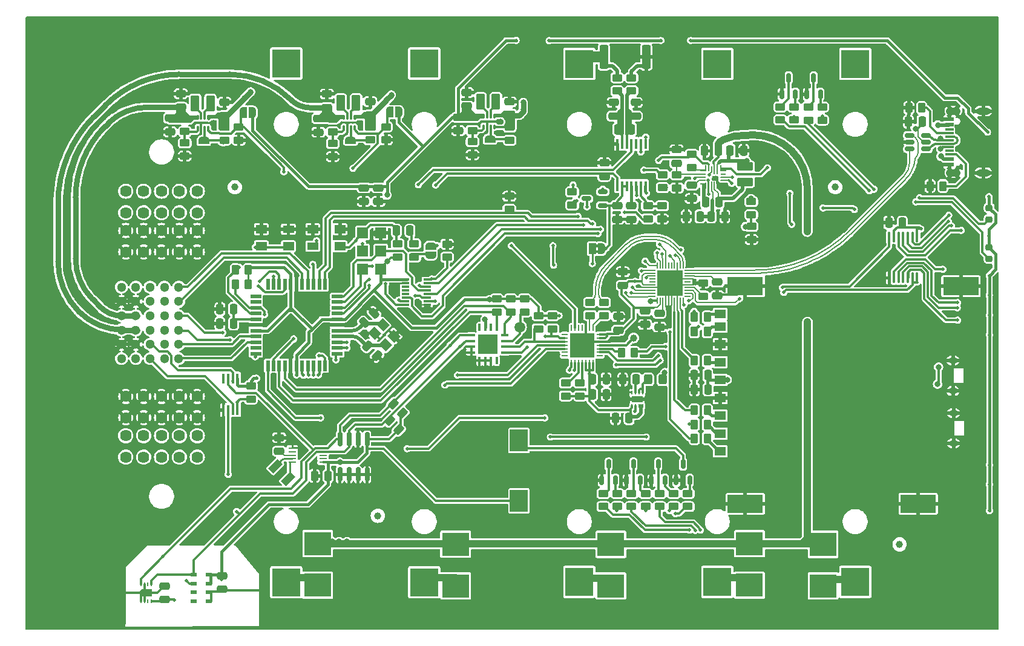
<source format=gbr>
%TF.GenerationSoftware,KiCad,Pcbnew,7.0.8-7.0.8~ubuntu23.04.1*%
%TF.CreationDate,2023-11-06T00:32:52+00:00*%
%TF.ProjectId,BATDATUNIT01,42415444-4154-4554-9e49-5430312e6b69,01A*%
%TF.SameCoordinates,Original*%
%TF.FileFunction,Copper,L2,Bot*%
%TF.FilePolarity,Positive*%
%FSLAX46Y46*%
G04 Gerber Fmt 4.6, Leading zero omitted, Abs format (unit mm)*
G04 Created by KiCad (PCBNEW 7.0.8-7.0.8~ubuntu23.04.1) date 2023-11-06 00:32:52*
%MOMM*%
%LPD*%
G01*
G04 APERTURE LIST*
G04 Aperture macros list*
%AMRoundRect*
0 Rectangle with rounded corners*
0 $1 Rounding radius*
0 $2 $3 $4 $5 $6 $7 $8 $9 X,Y pos of 4 corners*
0 Add a 4 corners polygon primitive as box body*
4,1,4,$2,$3,$4,$5,$6,$7,$8,$9,$2,$3,0*
0 Add four circle primitives for the rounded corners*
1,1,$1+$1,$2,$3*
1,1,$1+$1,$4,$5*
1,1,$1+$1,$6,$7*
1,1,$1+$1,$8,$9*
0 Add four rect primitives between the rounded corners*
20,1,$1+$1,$2,$3,$4,$5,0*
20,1,$1+$1,$4,$5,$6,$7,0*
20,1,$1+$1,$6,$7,$8,$9,0*
20,1,$1+$1,$8,$9,$2,$3,0*%
%AMRotRect*
0 Rectangle, with rotation*
0 The origin of the aperture is its center*
0 $1 length*
0 $2 width*
0 $3 Rotation angle, in degrees counterclockwise*
0 Add horizontal line*
21,1,$1,$2,0,0,$3*%
%AMFreePoly0*
4,1,19,0.500000,-0.750000,0.000000,-0.750000,0.000000,-0.744911,-0.071157,-0.744911,-0.207708,-0.704816,-0.327430,-0.627875,-0.420627,-0.520320,-0.479746,-0.390866,-0.500000,-0.250000,-0.500000,0.250000,-0.479746,0.390866,-0.420627,0.520320,-0.327430,0.627875,-0.207708,0.704816,-0.071157,0.744911,0.000000,0.744911,0.000000,0.750000,0.500000,0.750000,0.500000,-0.750000,0.500000,-0.750000,
$1*%
%AMFreePoly1*
4,1,19,0.000000,0.744911,0.071157,0.744911,0.207708,0.704816,0.327430,0.627875,0.420627,0.520320,0.479746,0.390866,0.500000,0.250000,0.500000,-0.250000,0.479746,-0.390866,0.420627,-0.520320,0.327430,-0.627875,0.207708,-0.704816,0.071157,-0.744911,0.000000,-0.744911,0.000000,-0.750000,-0.500000,-0.750000,-0.500000,0.750000,0.000000,0.750000,0.000000,0.744911,0.000000,0.744911,
$1*%
%AMFreePoly2*
4,1,19,0.550000,-0.750000,0.000000,-0.750000,0.000000,-0.744911,-0.071157,-0.744911,-0.207708,-0.704816,-0.327430,-0.627875,-0.420627,-0.520320,-0.479746,-0.390866,-0.500000,-0.250000,-0.500000,0.250000,-0.479746,0.390866,-0.420627,0.520320,-0.327430,0.627875,-0.207708,0.704816,-0.071157,0.744911,0.000000,0.744911,0.000000,0.750000,0.550000,0.750000,0.550000,-0.750000,0.550000,-0.750000,
$1*%
%AMFreePoly3*
4,1,19,0.000000,0.744911,0.071157,0.744911,0.207708,0.704816,0.327430,0.627875,0.420627,0.520320,0.479746,0.390866,0.500000,0.250000,0.500000,-0.250000,0.479746,-0.390866,0.420627,-0.520320,0.327430,-0.627875,0.207708,-0.704816,0.071157,-0.744911,0.000000,-0.744911,0.000000,-0.750000,-0.550000,-0.750000,-0.550000,0.750000,0.000000,0.750000,0.000000,0.744911,0.000000,0.744911,
$1*%
%AMFreePoly4*
4,1,6,0.500000,-0.850000,-0.200000,-0.850000,-0.500000,-0.550000,-0.500000,0.850000,0.500000,0.850000,0.500000,-0.850000,0.500000,-0.850000,$1*%
G04 Aperture macros list end*
%TA.AperFunction,ComponentPad*%
%ADD10R,4.000000X4.000000*%
%TD*%
%TA.AperFunction,ComponentPad*%
%ADD11C,6.000000*%
%TD*%
%TA.AperFunction,ComponentPad*%
%ADD12O,1.300000X0.900000*%
%TD*%
%TA.AperFunction,ComponentPad*%
%ADD13C,1.300000*%
%TD*%
%TA.AperFunction,ComponentPad*%
%ADD14C,1.620000*%
%TD*%
%TA.AperFunction,SMDPad,CuDef*%
%ADD15RoundRect,0.250000X0.450000X-0.262500X0.450000X0.262500X-0.450000X0.262500X-0.450000X-0.262500X0*%
%TD*%
%TA.AperFunction,SMDPad,CuDef*%
%ADD16RoundRect,0.250000X-0.262500X-0.450000X0.262500X-0.450000X0.262500X0.450000X-0.262500X0.450000X0*%
%TD*%
%TA.AperFunction,SMDPad,CuDef*%
%ADD17R,0.950000X0.550000*%
%TD*%
%TA.AperFunction,SMDPad,CuDef*%
%ADD18RoundRect,0.250000X0.475000X-0.250000X0.475000X0.250000X-0.475000X0.250000X-0.475000X-0.250000X0*%
%TD*%
%TA.AperFunction,SMDPad,CuDef*%
%ADD19RoundRect,0.150000X0.150000X-0.512500X0.150000X0.512500X-0.150000X0.512500X-0.150000X-0.512500X0*%
%TD*%
%TA.AperFunction,SMDPad,CuDef*%
%ADD20RoundRect,0.250000X0.375000X0.850000X-0.375000X0.850000X-0.375000X-0.850000X0.375000X-0.850000X0*%
%TD*%
%TA.AperFunction,SMDPad,CuDef*%
%ADD21RoundRect,0.250000X-0.503814X-0.132583X-0.132583X-0.503814X0.503814X0.132583X0.132583X0.503814X0*%
%TD*%
%TA.AperFunction,SMDPad,CuDef*%
%ADD22R,1.550000X1.150000*%
%TD*%
%TA.AperFunction,SMDPad,CuDef*%
%ADD23R,1.550000X1.050000*%
%TD*%
%TA.AperFunction,SMDPad,CuDef*%
%ADD24RoundRect,0.050000X-0.100000X0.285000X-0.100000X-0.285000X0.100000X-0.285000X0.100000X0.285000X0*%
%TD*%
%TA.AperFunction,SMDPad,CuDef*%
%ADD25RoundRect,0.150000X-0.512500X-0.150000X0.512500X-0.150000X0.512500X0.150000X-0.512500X0.150000X0*%
%TD*%
%TA.AperFunction,SMDPad,CuDef*%
%ADD26RoundRect,0.250000X-0.450000X0.262500X-0.450000X-0.262500X0.450000X-0.262500X0.450000X0.262500X0*%
%TD*%
%TA.AperFunction,SMDPad,CuDef*%
%ADD27R,3.810000X3.330000*%
%TD*%
%TA.AperFunction,SMDPad,CuDef*%
%ADD28RoundRect,0.250000X-0.362500X-1.425000X0.362500X-1.425000X0.362500X1.425000X-0.362500X1.425000X0*%
%TD*%
%TA.AperFunction,SMDPad,CuDef*%
%ADD29RoundRect,0.087500X0.437500X0.087500X-0.437500X0.087500X-0.437500X-0.087500X0.437500X-0.087500X0*%
%TD*%
%TA.AperFunction,SMDPad,CuDef*%
%ADD30RoundRect,0.087500X0.087500X0.437500X-0.087500X0.437500X-0.087500X-0.437500X0.087500X-0.437500X0*%
%TD*%
%TA.AperFunction,SMDPad,CuDef*%
%ADD31R,2.700000X2.700000*%
%TD*%
%TA.AperFunction,SMDPad,CuDef*%
%ADD32RoundRect,0.250000X0.250000X0.475000X-0.250000X0.475000X-0.250000X-0.475000X0.250000X-0.475000X0*%
%TD*%
%TA.AperFunction,SMDPad,CuDef*%
%ADD33R,1.150000X0.600000*%
%TD*%
%TA.AperFunction,SMDPad,CuDef*%
%ADD34R,1.150000X0.300000*%
%TD*%
%TA.AperFunction,ComponentPad*%
%ADD35O,2.000000X1.000000*%
%TD*%
%TA.AperFunction,ComponentPad*%
%ADD36O,2.100000X1.050000*%
%TD*%
%TA.AperFunction,SMDPad,CuDef*%
%ADD37RoundRect,0.250000X-0.325000X-0.450000X0.325000X-0.450000X0.325000X0.450000X-0.325000X0.450000X0*%
%TD*%
%TA.AperFunction,SMDPad,CuDef*%
%ADD38R,1.050000X0.300000*%
%TD*%
%TA.AperFunction,SMDPad,CuDef*%
%ADD39C,1.500000*%
%TD*%
%TA.AperFunction,SMDPad,CuDef*%
%ADD40C,1.000000*%
%TD*%
%TA.AperFunction,SMDPad,CuDef*%
%ADD41RoundRect,0.250000X0.850000X-0.375000X0.850000X0.375000X-0.850000X0.375000X-0.850000X-0.375000X0*%
%TD*%
%TA.AperFunction,SMDPad,CuDef*%
%ADD42RoundRect,0.250000X-0.475000X0.250000X-0.475000X-0.250000X0.475000X-0.250000X0.475000X0.250000X0*%
%TD*%
%TA.AperFunction,SMDPad,CuDef*%
%ADD43RoundRect,0.250000X-0.250000X-0.475000X0.250000X-0.475000X0.250000X0.475000X-0.250000X0.475000X0*%
%TD*%
%TA.AperFunction,SMDPad,CuDef*%
%ADD44RoundRect,0.250000X0.262500X0.450000X-0.262500X0.450000X-0.262500X-0.450000X0.262500X-0.450000X0*%
%TD*%
%TA.AperFunction,SMDPad,CuDef*%
%ADD45FreePoly0,90.000000*%
%TD*%
%TA.AperFunction,SMDPad,CuDef*%
%ADD46FreePoly1,90.000000*%
%TD*%
%TA.AperFunction,SMDPad,CuDef*%
%ADD47RotRect,1.400000X1.200000X315.000000*%
%TD*%
%TA.AperFunction,SMDPad,CuDef*%
%ADD48R,0.250000X0.500000*%
%TD*%
%TA.AperFunction,SMDPad,CuDef*%
%ADD49R,1.600000X0.900000*%
%TD*%
%TA.AperFunction,SMDPad,CuDef*%
%ADD50FreePoly2,180.000000*%
%TD*%
%TA.AperFunction,SMDPad,CuDef*%
%ADD51R,1.000000X1.500000*%
%TD*%
%TA.AperFunction,SMDPad,CuDef*%
%ADD52FreePoly3,180.000000*%
%TD*%
%TA.AperFunction,SMDPad,CuDef*%
%ADD53RoundRect,0.150000X0.150000X-0.825000X0.150000X0.825000X-0.150000X0.825000X-0.150000X-0.825000X0*%
%TD*%
%TA.AperFunction,SMDPad,CuDef*%
%ADD54R,0.450000X1.450000*%
%TD*%
%TA.AperFunction,SMDPad,CuDef*%
%ADD55C,0.500000*%
%TD*%
%TA.AperFunction,SMDPad,CuDef*%
%ADD56R,1.600000X1.200000*%
%TD*%
%TA.AperFunction,SMDPad,CuDef*%
%ADD57R,5.000000X2.500000*%
%TD*%
%TA.AperFunction,SMDPad,CuDef*%
%ADD58RoundRect,0.062500X0.062500X-0.337500X0.062500X0.337500X-0.062500X0.337500X-0.062500X-0.337500X0*%
%TD*%
%TA.AperFunction,SMDPad,CuDef*%
%ADD59RoundRect,0.062500X0.337500X-0.062500X0.337500X0.062500X-0.337500X0.062500X-0.337500X-0.062500X0*%
%TD*%
%TA.AperFunction,SMDPad,CuDef*%
%ADD60R,3.350000X3.350000*%
%TD*%
%TA.AperFunction,SMDPad,CuDef*%
%ADD61RoundRect,0.050000X-0.337500X0.050000X-0.337500X-0.050000X0.337500X-0.050000X0.337500X0.050000X0*%
%TD*%
%TA.AperFunction,SMDPad,CuDef*%
%ADD62RoundRect,0.050000X0.050000X0.337500X-0.050000X0.337500X-0.050000X-0.337500X0.050000X-0.337500X0*%
%TD*%
%TA.AperFunction,SMDPad,CuDef*%
%ADD63RoundRect,0.050000X-0.262500X0.050000X-0.262500X-0.050000X0.262500X-0.050000X0.262500X0.050000X0*%
%TD*%
%TA.AperFunction,SMDPad,CuDef*%
%ADD64RoundRect,0.050000X0.337500X-0.050000X0.337500X0.050000X-0.337500X0.050000X-0.337500X-0.050000X0*%
%TD*%
%TA.AperFunction,SMDPad,CuDef*%
%ADD65RoundRect,0.050000X-0.050000X-0.262500X0.050000X-0.262500X0.050000X0.262500X-0.050000X0.262500X0*%
%TD*%
%TA.AperFunction,SMDPad,CuDef*%
%ADD66RoundRect,0.050000X-0.050000X-0.450000X0.050000X-0.450000X0.050000X0.450000X-0.050000X0.450000X0*%
%TD*%
%TA.AperFunction,SMDPad,CuDef*%
%ADD67RoundRect,0.050000X-0.050000X-0.337500X0.050000X-0.337500X0.050000X0.337500X-0.050000X0.337500X0*%
%TD*%
%TA.AperFunction,SMDPad,CuDef*%
%ADD68RoundRect,0.050000X0.362500X-0.050000X0.362500X0.050000X-0.362500X0.050000X-0.362500X-0.050000X0*%
%TD*%
%TA.AperFunction,SMDPad,CuDef*%
%ADD69RoundRect,0.050000X-0.362500X0.050000X-0.362500X-0.050000X0.362500X-0.050000X0.362500X0.050000X0*%
%TD*%
%TA.AperFunction,SMDPad,CuDef*%
%ADD70R,2.500000X3.050000*%
%TD*%
%TA.AperFunction,SMDPad,CuDef*%
%ADD71R,0.250000X0.550000*%
%TD*%
%TA.AperFunction,SMDPad,CuDef*%
%ADD72FreePoly4,270.000000*%
%TD*%
%TA.AperFunction,SMDPad,CuDef*%
%ADD73RoundRect,0.250000X-0.512652X-0.159099X-0.159099X-0.512652X0.512652X0.159099X0.159099X0.512652X0*%
%TD*%
%TA.AperFunction,SMDPad,CuDef*%
%ADD74RoundRect,0.250000X0.250000X-0.200000X0.250000X0.200000X-0.250000X0.200000X-0.250000X-0.200000X0*%
%TD*%
%TA.AperFunction,SMDPad,CuDef*%
%ADD75FreePoly0,180.000000*%
%TD*%
%TA.AperFunction,SMDPad,CuDef*%
%ADD76FreePoly1,180.000000*%
%TD*%
%TA.AperFunction,SMDPad,CuDef*%
%ADD77RotRect,1.000000X1.800000X135.000000*%
%TD*%
%TA.AperFunction,SMDPad,CuDef*%
%ADD78R,1.100000X0.250000*%
%TD*%
%TA.AperFunction,SMDPad,CuDef*%
%ADD79R,1.524000X1.524000*%
%TD*%
%TA.AperFunction,SMDPad,CuDef*%
%ADD80RoundRect,0.250000X0.159099X-0.512652X0.512652X-0.159099X-0.159099X0.512652X-0.512652X0.159099X0*%
%TD*%
%TA.AperFunction,SMDPad,CuDef*%
%ADD81R,0.850000X0.200000*%
%TD*%
%TA.AperFunction,SMDPad,CuDef*%
%ADD82R,0.200000X0.850000*%
%TD*%
%TA.AperFunction,SMDPad,CuDef*%
%ADD83R,3.600000X3.600000*%
%TD*%
%TA.AperFunction,SMDPad,CuDef*%
%ADD84RoundRect,0.150000X0.512500X0.150000X-0.512500X0.150000X-0.512500X-0.150000X0.512500X-0.150000X0*%
%TD*%
%TA.AperFunction,SMDPad,CuDef*%
%ADD85RoundRect,0.100000X0.100000X-0.637500X0.100000X0.637500X-0.100000X0.637500X-0.100000X-0.637500X0*%
%TD*%
%TA.AperFunction,SMDPad,CuDef*%
%ADD86R,1.500000X0.550000*%
%TD*%
%TA.AperFunction,SMDPad,CuDef*%
%ADD87R,0.550000X1.500000*%
%TD*%
%TA.AperFunction,ViaPad*%
%ADD88C,0.500000*%
%TD*%
%TA.AperFunction,ViaPad*%
%ADD89C,0.800000*%
%TD*%
%TA.AperFunction,Conductor*%
%ADD90C,0.200000*%
%TD*%
%TA.AperFunction,Conductor*%
%ADD91C,0.300000*%
%TD*%
%TA.AperFunction,Conductor*%
%ADD92C,0.500000*%
%TD*%
%TA.AperFunction,Conductor*%
%ADD93C,0.400000*%
%TD*%
%TA.AperFunction,Conductor*%
%ADD94C,0.250000*%
%TD*%
%TA.AperFunction,Conductor*%
%ADD95C,0.800000*%
%TD*%
%TA.AperFunction,Conductor*%
%ADD96C,1.000000*%
%TD*%
%TA.AperFunction,Conductor*%
%ADD97C,1.500000*%
%TD*%
G04 APERTURE END LIST*
%TA.AperFunction,EtchedComponent*%
%TO.C,JP1*%
G36*
X80200000Y52700000D02*
G01*
X79700000Y52700000D01*
X79700000Y53100000D01*
X80200000Y53100000D01*
X80200000Y52700000D01*
G37*
%TD.AperFunction*%
%TA.AperFunction,EtchedComponent*%
G36*
X80200000Y53500000D02*
G01*
X79700000Y53500000D01*
X79700000Y53900000D01*
X80200000Y53900000D01*
X80200000Y53500000D01*
G37*
%TD.AperFunction*%
%TA.AperFunction,EtchedComponent*%
%TO.C,NT2*%
G36*
X86586000Y78676000D02*
G01*
X85586000Y78676000D01*
X85586000Y79176000D01*
X86586000Y79176000D01*
X86586000Y78676000D01*
G37*
%TD.AperFunction*%
%TA.AperFunction,EtchedComponent*%
%TO.C,NT1*%
G36*
X82086000Y78676000D02*
G01*
X81086000Y78676000D01*
X81086000Y79176000D01*
X82086000Y79176000D01*
X82086000Y78676000D01*
G37*
%TD.AperFunction*%
%TD*%
D10*
%TO.P,BT1,1+,+*%
%TO.N,Net-(BT1A-+)*%
X36486000Y6626000D03*
%TO.P,BT1,1-,-*%
%TO.N,Net-(BT1A--)*%
X36486000Y79226000D03*
%TO.P,BT1,2+,+*%
%TO.N,Net-(BT1B-+)*%
X55786000Y6626000D03*
%TO.P,BT1,2-,-*%
%TO.N,Net-(BT1A--)*%
X55786000Y79226000D03*
%TD*%
D11*
%TO.P,H2,1,1*%
%TO.N,GND*%
X131826000Y78486000D03*
%TD*%
%TO.P,H1,1,1*%
%TO.N,GND*%
X9906000Y78486000D03*
%TD*%
D10*
%TO.P,BT2,1+,+*%
%TO.N,Net-(BT2A-+)*%
X77486000Y6676000D03*
%TO.P,BT2,1-,-*%
%TO.N,Net-(BT1A--)*%
X77486000Y79176000D03*
%TO.P,BT2,2+,+*%
%TO.N,Net-(BT2B-+)*%
X96786000Y6676000D03*
%TO.P,BT2,2-,-*%
%TO.N,Net-(BT1A--)*%
X96786000Y79176000D03*
%TO.P,BT2,3+,+*%
%TO.N,Net-(BT2C-+)*%
X116086000Y6676000D03*
%TO.P,BT2,3-,-*%
%TO.N,Net-(BT1A--)*%
X116086000Y79176000D03*
%TD*%
D11*
%TO.P,H4,1,1*%
%TO.N,GND*%
X131826000Y7366000D03*
%TD*%
D12*
%TO.P,SW4,GND,SHIELD*%
%TO.N,GND*%
X129751000Y33401000D03*
X129751000Y37651000D03*
%TD*%
D11*
%TO.P,H3,1,1*%
%TO.N,GND*%
X9906000Y7366000D03*
%TD*%
D13*
%TO.P,J4,A1*%
%TO.N,unconnected-(J4-PadA1)*%
X13436000Y37926000D03*
%TO.P,J4,A2*%
%TO.N,GND*%
X13436000Y39926000D03*
%TO.P,J4,A3*%
%TO.N,3v3_EXT*%
X13436000Y41926000D03*
%TO.P,J4,A4*%
%TO.N,5v_EXT*%
X13436000Y43926000D03*
%TO.P,J4,A5*%
%TO.N,GND*%
X13436000Y45926000D03*
%TO.P,J4,A6*%
%TO.N,unconnected-(J4-PadA6)*%
X13436000Y47926000D03*
%TO.P,J4,B1*%
%TO.N,unconnected-(J4-PadB1)*%
X15436000Y37926000D03*
%TO.P,J4,B2*%
%TO.N,GND*%
X15436000Y39926000D03*
%TO.P,J4,B3*%
%TO.N,3v3_EXT*%
X15436000Y41926000D03*
%TO.P,J4,B4*%
%TO.N,5v_EXT*%
X15436000Y43926000D03*
%TO.P,J4,B5*%
%TO.N,GND*%
X15436000Y45926000D03*
%TO.P,J4,B6*%
%TO.N,unconnected-(J4-PadB6)*%
X15436000Y47926000D03*
%TO.P,J4,C1*%
%TO.N,/SCL_OUT*%
X17436000Y37926000D03*
%TO.P,J4,C2*%
%TO.N,/SDA_OUT*%
X17436000Y39926000D03*
%TO.P,J4,C3*%
%TO.N,unconnected-(J4-PadC3)*%
X17436000Y41926000D03*
%TO.P,J4,C4*%
%TO.N,unconnected-(J4-PadC4)*%
X17436000Y43926000D03*
%TO.P,J4,C5*%
%TO.N,unconnected-(J4-PadC5)*%
X17436000Y45926000D03*
%TO.P,J4,C6*%
%TO.N,unconnected-(J4-PadC6)*%
X17436000Y47926000D03*
%TO.P,J4,D1*%
%TO.N,/SCLK_OUT*%
X19436000Y37926000D03*
%TO.P,J4,D2*%
%TO.N,/MISO_OUT*%
X19436000Y39926000D03*
%TO.P,J4,D3*%
%TO.N,/MOSI_OUT*%
X19436000Y41926000D03*
%TO.P,J4,D4*%
%TO.N,/EXT_A0*%
X19436000Y43926000D03*
%TO.P,J4,D5*%
%TO.N,/EXT_A1*%
X19436000Y45926000D03*
%TO.P,J4,D6*%
%TO.N,unconnected-(J4-PadD6)*%
X19436000Y47926000D03*
%TO.P,J4,E1*%
%TO.N,/EXT_C0*%
X21436000Y37926000D03*
%TO.P,J4,E2*%
%TO.N,/EXT_C1*%
X21436000Y39926000D03*
%TO.P,J4,E3*%
%TO.N,/EXT_TX*%
X21436000Y41926000D03*
%TO.P,J4,E4*%
%TO.N,/EXT_RX*%
X21436000Y43926000D03*
%TO.P,J4,E5*%
%TO.N,/EXT_B0*%
X21436000Y45926000D03*
%TO.P,J4,E6*%
%TO.N,/EXT_B1*%
X21436000Y47926000D03*
D14*
%TO.P,J4,P1*%
%TO.N,+BATT*%
X24036000Y27146000D03*
X21536000Y27146000D03*
X19036000Y27146000D03*
X16536000Y27146000D03*
X14036000Y27146000D03*
X24036000Y24146000D03*
X21536000Y24146000D03*
X19036000Y24146000D03*
X16536000Y24146000D03*
X14036000Y24146000D03*
%TO.P,J4,P2*%
%TO.N,GND*%
X24036000Y32646000D03*
X21536000Y32646000D03*
X19036000Y32646000D03*
X16536000Y32646000D03*
X14036000Y32646000D03*
X24036000Y29646000D03*
X21536000Y29646000D03*
X19036000Y29646000D03*
X16536000Y29646000D03*
X14036000Y29646000D03*
%TO.P,J4,P3*%
X24036000Y55856000D03*
X21536000Y55856000D03*
X19036000Y55856000D03*
X16536000Y55856000D03*
X14036000Y55856000D03*
X24036000Y52856000D03*
X21536000Y52856000D03*
X19036000Y52856000D03*
X16536000Y52856000D03*
X14036000Y52856000D03*
%TO.P,J4,P4*%
%TO.N,+BATT*%
X24036000Y61356000D03*
X21536000Y61356000D03*
X19036000Y61356000D03*
X16536000Y61356000D03*
X14036000Y61356000D03*
X24036000Y58356000D03*
X21536000Y58356000D03*
X19036000Y58356000D03*
X16536000Y58356000D03*
X14036000Y58356000D03*
%TD*%
D12*
%TO.P,SW1,GND,SHIELD*%
%TO.N,GND*%
X129836000Y26051000D03*
X129836000Y30301000D03*
%TD*%
D15*
%TO.P,R33,1*%
%TO.N,Net-(D5-K)*%
X84786000Y17213500D03*
%TO.P,R33,2*%
%TO.N,Net-(Q3-C)*%
X84786000Y19038500D03*
%TD*%
D16*
%TO.P,R9,1*%
%TO.N,/CDAT3*%
X93573500Y28726000D03*
%TO.P,R9,2*%
%TO.N,Net-(J2-CD{slash}DAT3)*%
X95398500Y28726000D03*
%TD*%
D17*
%TO.P,U9,1,VDD*%
%TO.N,+3.3V*%
X25659750Y7704750D03*
%TO.P,U9,2,PS*%
X25659750Y6454750D03*
%TO.P,U9,3,GND*%
%TO.N,GND*%
X25659750Y5204750D03*
%TO.P,U9,4,CSB_1*%
X25659750Y3954750D03*
%TO.P,U9,5,CSB_2*%
%TO.N,unconnected-(U9-CSB_2-Pad5)*%
X23509750Y3954750D03*
%TO.P,U9,6,SDO*%
%TO.N,unconnected-(U9-SDO-Pad6)*%
X23509750Y5204750D03*
%TO.P,U9,7,SDI/SDA*%
%TO.N,SDA_I2C*%
X23509750Y6454750D03*
%TO.P,U9,8,SCLK*%
%TO.N,SCL_I2C*%
X23509750Y7704750D03*
%TD*%
D18*
%TO.P,C37,1*%
%TO.N,+3.3V*%
X61736000Y73266000D03*
%TO.P,C37,2*%
%TO.N,GND*%
X61736000Y75166000D03*
%TD*%
D19*
%TO.P,Q2,1,B*%
%TO.N,Net-(Q2-B)*%
X89469330Y20888500D03*
%TO.P,Q2,2,E*%
%TO.N,GND*%
X87569330Y20888500D03*
%TO.P,Q2,3,C*%
%TO.N,Net-(Q2-C)*%
X88519330Y23163500D03*
%TD*%
D20*
%TO.P,L3,1,1*%
%TO.N,Net-(U16-LX1)*%
X46261000Y73711000D03*
%TO.P,L3,2,2*%
%TO.N,Net-(U16-LX2)*%
X44111000Y73711000D03*
%TD*%
D21*
%TO.P,R35,1*%
%TO.N,SCL_I2C*%
X50940765Y29271235D03*
%TO.P,R35,2*%
%TO.N,+3.3V*%
X52231235Y27980765D03*
%TD*%
D22*
%TO.P,SW2,1,1*%
%TO.N,/BTN_USER_B*%
X32986000Y53651000D03*
X36786000Y53651000D03*
%TO.P,SW2,2,2*%
%TO.N,GND*%
X32986000Y56051000D03*
D23*
X36786000Y56051000D03*
%TD*%
D24*
%TO.P,U17,1,VOUT*%
%TO.N,5v_EXT*%
X24086000Y71658500D03*
%TO.P,U17,2,LX2*%
%TO.N,Net-(U17-LX2)*%
X24586000Y71658500D03*
%TO.P,U17,3,LX1*%
%TO.N,Net-(U17-LX1)*%
X25086000Y71658500D03*
%TO.P,U17,4,VIN*%
%TO.N,+VSW*%
X25586000Y71658500D03*
%TO.P,U17,5,EN*%
%TO.N,EXT_PWR_5v_EN*%
X25586000Y70178500D03*
%TO.P,U17,6,MODE*%
%TO.N,/sw_source/5v_mod*%
X25086000Y70178500D03*
%TO.P,U17,7,GND*%
%TO.N,GND*%
X24586000Y70178500D03*
%TO.P,U17,8,FB*%
%TO.N,/sw_source/5v_FB*%
X24086000Y70178500D03*
%TD*%
D25*
%TO.P,U2,1,I/O1*%
%TO.N,USB_D-*%
X123711000Y67276000D03*
%TO.P,U2,2,GND*%
%TO.N,GND*%
X123711000Y68226000D03*
%TO.P,U2,3,I/O2*%
%TO.N,USB_D+*%
X123711000Y69176000D03*
%TO.P,U2,4,I/O2*%
%TO.N,/D+*%
X125986000Y69176000D03*
%TO.P,U2,5,VBUS*%
%TO.N,VBUS*%
X125986000Y68226000D03*
%TO.P,U2,6,I/O1*%
%TO.N,/D-*%
X125986000Y67276000D03*
%TD*%
D26*
%TO.P,R12,1*%
%TO.N,Net-(U1-KVBUS)*%
X101586000Y56426000D03*
%TO.P,R12,2*%
%TO.N,GND*%
X101586000Y54601000D03*
%TD*%
D27*
%TO.P,F3,1*%
%TO.N,+BATT*%
X81886000Y11926000D03*
%TO.P,F3,2*%
%TO.N,Net-(BT2A-+)*%
X81886000Y6106000D03*
%TD*%
D28*
%TO.P,R52,1*%
%TO.N,Net-(BT1A--)*%
X80923500Y80126000D03*
%TO.P,R52,2*%
%TO.N,GND*%
X86848500Y80126000D03*
%TD*%
D29*
%TO.P,U4,1,SCL_MST0*%
%TO.N,/SCL_MCU*%
X67036000Y41181000D03*
%TO.P,U4,2,~{RESET}*%
%TO.N,Net-(U4-~{RESET})*%
X67036000Y40381000D03*
%TO.P,U4,3,SCL_MST1*%
%TO.N,/SCL_USB*%
X67036000Y39581000D03*
%TO.P,U4,4,SDA_MST1*%
%TO.N,/SDA_USB*%
X67036000Y38781000D03*
D30*
%TO.P,U4,5,~{INT1}*%
%TO.N,unconnected-(U4-~{INT1}-Pad5)*%
X65911000Y37656000D03*
%TO.P,U4,6,VSS*%
%TO.N,GND*%
X65111000Y37656000D03*
%TO.P,U4,7,A0*%
X64311000Y37656000D03*
%TO.P,U4,8,A1*%
X63511000Y37656000D03*
D29*
%TO.P,U4,9,A2*%
X62386000Y38781000D03*
%TO.P,U4,10,A3*%
X62386000Y39581000D03*
%TO.P,U4,11,SCL_SLAVE*%
%TO.N,SCL_I2C*%
X62386000Y40381000D03*
%TO.P,U4,12,SDA_SLAVE*%
%TO.N,SDA_I2C*%
X62386000Y41181000D03*
D30*
%TO.P,U4,13,~{INT_IN}*%
%TO.N,unconnected-(U4-~{INT_IN}-Pad13)*%
X63511000Y42306000D03*
%TO.P,U4,14,VDD*%
%TO.N,+3.3V*%
X64311000Y42306000D03*
%TO.P,U4,15,~{INT0}*%
%TO.N,unconnected-(U4-~{INT0}-Pad15)*%
X65111000Y42306000D03*
%TO.P,U4,16,SDA_MST0*%
%TO.N,/SDA_MCU*%
X65911000Y42306000D03*
D31*
%TO.P,U4,17,VSS_pad*%
%TO.N,GND*%
X64711000Y39981000D03*
%TD*%
D32*
%TO.P,C14,1*%
%TO.N,Net-(U8-AREF)*%
X29100000Y42826000D03*
%TO.P,C14,2*%
%TO.N,GND*%
X27200000Y42826000D03*
%TD*%
%TO.P,C33,1*%
%TO.N,+3.3V*%
X122686000Y56951000D03*
%TO.P,C33,2*%
%TO.N,GND*%
X120786000Y56951000D03*
%TD*%
D33*
%TO.P,J1,A1/B12,GND*%
%TO.N,GND*%
X129243500Y71456000D03*
%TO.P,J1,A4/B9,VBUS*%
%TO.N,VBUS*%
X129243500Y70656000D03*
D34*
%TO.P,J1,A5,CC1*%
%TO.N,Net-(J1-CC1)*%
X129243500Y69506000D03*
%TO.P,J1,A6,D+*%
%TO.N,/D+*%
X129243500Y68506000D03*
%TO.P,J1,A7,D-*%
%TO.N,/D-*%
X129243500Y68006000D03*
%TO.P,J1,A8,SBU1*%
%TO.N,unconnected-(J1-SBU1-PadA8)*%
X129243500Y67006000D03*
D33*
%TO.P,J1,B1/A12,GND*%
%TO.N,GND*%
X129243500Y65056000D03*
%TO.P,J1,B4/A9,VBUS*%
%TO.N,VBUS*%
X129243500Y65856000D03*
D34*
%TO.P,J1,B5,CC2*%
%TO.N,Net-(J1-CC2)*%
X129243500Y66506000D03*
%TO.P,J1,B6,D+*%
%TO.N,/D+*%
X129243500Y67506000D03*
%TO.P,J1,B7,D-*%
%TO.N,/D-*%
X129243500Y69006000D03*
%TO.P,J1,B8,SBU2*%
%TO.N,unconnected-(J1-SBU2-PadB8)*%
X129243500Y70006000D03*
D35*
%TO.P,J1,G1,SHIELD*%
%TO.N,GND*%
X133998500Y72576000D03*
%TO.P,J1,G2,SHIELD*%
X133998500Y63936000D03*
D36*
%TO.P,J1,G3,SHIELD*%
X129818500Y72576000D03*
%TO.P,J1,G4,SHIELD*%
X129818500Y63936000D03*
%TD*%
D37*
%TO.P,L5,1,1*%
%TO.N,Net-(L5-Pad1)*%
X87111000Y35026000D03*
%TO.P,L5,2,2*%
%TO.N,3v3_SD*%
X89161000Y35026000D03*
%TD*%
D32*
%TO.P,C43,1*%
%TO.N,+3.3V*%
X84436000Y29576000D03*
%TO.P,C43,2*%
%TO.N,GND*%
X82536000Y29576000D03*
%TD*%
D18*
%TO.P,C24,1*%
%TO.N,Net-(U13-ILIM)*%
X91086000Y65276000D03*
%TO.P,C24,2*%
%TO.N,GND*%
X91086000Y67176000D03*
%TD*%
D38*
%TO.P,U7,1,SEL*%
%TO.N,/SPI_MUX_SEL*%
X56186000Y48976000D03*
%TO.P,U7,2,S1A*%
%TO.N,/MOSI_SD*%
X56186000Y48476000D03*
%TO.P,U7,3,S1B*%
%TO.N,/MOSI_OUT*%
X56186000Y47976000D03*
%TO.P,U7,4,D1*%
%TO.N,/MOSI_MCU*%
X56186000Y47476000D03*
%TO.P,U7,5,S2A*%
%TO.N,/MISO_SD*%
X56186000Y46976000D03*
%TO.P,U7,6,S2B*%
%TO.N,/MISO_OUT*%
X56186000Y46476000D03*
%TO.P,U7,7,D2*%
%TO.N,/MISO_MCU*%
X56186000Y45976000D03*
%TO.P,U7,8,GND*%
%TO.N,GND*%
X56186000Y45476000D03*
%TO.P,U7,9,D3*%
%TO.N,/SCLK_MCU*%
X53186000Y45476000D03*
%TO.P,U7,10,S3B*%
%TO.N,/SCLK_OUT*%
X53186000Y45976000D03*
%TO.P,U7,11,S3A*%
%TO.N,/SCLK_SD*%
X53186000Y46476000D03*
%TO.P,U7,12,D4*%
%TO.N,unconnected-(U7-D4-Pad12)*%
X53186000Y46976000D03*
%TO.P,U7,13,S4B*%
%TO.N,unconnected-(U7-S4B-Pad13)*%
X53186000Y47476000D03*
%TO.P,U7,14,S4A*%
%TO.N,unconnected-(U7-S4A-Pad14)*%
X53186000Y47976000D03*
%TO.P,U7,15,~{EN}*%
%TO.N,GND*%
X53186000Y48476000D03*
%TO.P,U7,16,VDD*%
%TO.N,+3.3V*%
X53186000Y48976000D03*
%TD*%
D39*
%TO.P,TP2,1,1*%
%TO.N,Net-(U4-~{RESET})*%
X69136000Y42326000D03*
%TD*%
D15*
%TO.P,R45,1*%
%TO.N,Net-(D6-K)*%
X105586000Y71338500D03*
%TO.P,R45,2*%
%TO.N,Net-(Q6-C)*%
X105586000Y73163500D03*
%TD*%
%TO.P,R61,1*%
%TO.N,GND*%
X50436000Y68536000D03*
%TO.P,R61,2*%
%TO.N,EXT_PWR_3v3_EN*%
X50436000Y70361000D03*
%TD*%
D40*
%TO.P,FID2,*%
%TO.N,*%
X49286000Y15926000D03*
%TD*%
D41*
%TO.P,L1,1,1*%
%TO.N,Net-(U13-SW)*%
X100686000Y62651000D03*
%TO.P,L1,2,2*%
%TO.N,+VSW*%
X100686000Y64801000D03*
%TD*%
D42*
%TO.P,C18,1*%
%TO.N,+3.3V*%
X27486000Y7529750D03*
%TO.P,C18,2*%
%TO.N,GND*%
X27486000Y5629750D03*
%TD*%
D15*
%TO.P,R25,1*%
%TO.N,Net-(D4-K)*%
X88719332Y17213500D03*
%TO.P,R25,2*%
%TO.N,Net-(Q2-C)*%
X88719332Y19038500D03*
%TD*%
D42*
%TO.P,C3,1*%
%TO.N,/VTM*%
X96786000Y48626000D03*
%TO.P,C3,2*%
%TO.N,GND*%
X96786000Y46726000D03*
%TD*%
D43*
%TO.P,C5,1*%
%TO.N,+3.3V*%
X79336000Y32926000D03*
%TO.P,C5,2*%
%TO.N,GND*%
X81236000Y32926000D03*
%TD*%
D44*
%TO.P,R26,1*%
%TO.N,VBUS*%
X85186000Y38726000D03*
%TO.P,R26,2*%
%TO.N,Net-(U3-VBUS_DET)*%
X83361000Y38726000D03*
%TD*%
D45*
%TO.P,JP5,1,A*%
%TO.N,GND*%
X64986000Y67366000D03*
D46*
%TO.P,JP5,2,B*%
%TO.N,/sw_source/3v3i_mod*%
X64986000Y68666000D03*
%TD*%
D42*
%TO.P,C9,1*%
%TO.N,+3.3V*%
X47326000Y61826000D03*
%TO.P,C9,2*%
%TO.N,GND*%
X47326000Y59926000D03*
%TD*%
D26*
%TO.P,R37,1*%
%TO.N,GND*%
X58986000Y53938500D03*
%TO.P,R37,2*%
%TO.N,/SPI_MUX_SEL*%
X58986000Y52113500D03*
%TD*%
D40*
%TO.P,FID1,*%
%TO.N,*%
X29286000Y61926000D03*
%TD*%
D18*
%TO.P,C19,1*%
%TO.N,Net-(U11-VBAT)*%
X35486000Y24956000D03*
%TO.P,C19,2*%
%TO.N,GND*%
X35486000Y26856000D03*
%TD*%
D26*
%TO.P,R2,1*%
%TO.N,GND*%
X67686000Y60651000D03*
%TO.P,R2,2*%
%TO.N,/mode*%
X67686000Y58826000D03*
%TD*%
%TO.P,R36,1*%
%TO.N,RST#*%
X54386000Y53988500D03*
%TO.P,R36,2*%
%TO.N,Net-(JP2-A)*%
X54386000Y52163500D03*
%TD*%
D19*
%TO.P,Q7,1,B*%
%TO.N,Net-(Q7-B)*%
X111211000Y74926000D03*
%TO.P,Q7,2,E*%
%TO.N,GND*%
X109311000Y74926000D03*
%TO.P,Q7,3,C*%
%TO.N,Net-(Q7-C)*%
X110261000Y77201000D03*
%TD*%
D47*
%TO.P,Y1,1,1*%
%TO.N,Net-(U8-XTAL2)*%
X50013081Y42633081D03*
%TO.P,Y1,2,2*%
%TO.N,GND*%
X51568716Y41077446D03*
%TO.P,Y1,3,3*%
%TO.N,Net-(U8-XTAL1)*%
X50366635Y39875365D03*
%TO.P,Y1,4,4*%
%TO.N,GND*%
X48811000Y41431000D03*
%TD*%
D26*
%TO.P,R11,1*%
%TO.N,VBUS*%
X101536000Y59893500D03*
%TO.P,R11,2*%
%TO.N,Net-(U1-KVBUS)*%
X101536000Y58068500D03*
%TD*%
D18*
%TO.P,C26,1*%
%TO.N,Net-(U12-SRP)*%
X82286000Y71876000D03*
%TO.P,C26,2*%
%TO.N,GND*%
X82286000Y73776000D03*
%TD*%
D48*
%TO.P,U18,1,VIN*%
%TO.N,+3.3V*%
X86336000Y31276000D03*
%TO.P,U18,2,VIN*%
X85836000Y31276000D03*
%TO.P,U18,3,ON*%
%TO.N,3v3_SD_CTRL*%
X85336000Y31276000D03*
%TO.P,U18,4,VBIAS*%
%TO.N,+3.3V*%
X84836000Y31276000D03*
%TO.P,U18,5,GND*%
%TO.N,GND*%
X84836000Y33176000D03*
%TO.P,U18,6,CT*%
%TO.N,Net-(U18-CT)*%
X85336000Y33176000D03*
%TO.P,U18,7,VOUT*%
%TO.N,Net-(L5-Pad1)*%
X85836000Y33176000D03*
%TO.P,U18,8,VOUT*%
X86336000Y33176000D03*
D49*
%TO.P,U18,9*%
%TO.N,GND*%
X85586000Y32226000D03*
%TD*%
D16*
%TO.P,R8,1*%
%TO.N,/CCMD*%
X93573500Y30676000D03*
%TO.P,R8,2*%
%TO.N,Net-(J2-CMD)*%
X95398500Y30676000D03*
%TD*%
D15*
%TO.P,R64,1*%
%TO.N,/sw_source/3v3_mod*%
X48236000Y68548500D03*
%TO.P,R64,2*%
%TO.N,+VSW*%
X48236000Y70373500D03*
%TD*%
%TO.P,R46,1*%
%TO.N,Net-(D7-K)*%
X109511000Y71313500D03*
%TO.P,R46,2*%
%TO.N,Net-(Q7-C)*%
X109511000Y73138500D03*
%TD*%
D44*
%TO.P,R5,1*%
%TO.N,Net-(J2-DAT1)*%
X95398500Y43726000D03*
%TO.P,R5,2*%
%TO.N,/CDAT1*%
X93573500Y43726000D03*
%TD*%
D20*
%TO.P,L2,1,1*%
%TO.N,Net-(U15-LX1)*%
X65811000Y73866000D03*
%TO.P,L2,2,2*%
%TO.N,Net-(U15-LX2)*%
X63661000Y73866000D03*
%TD*%
D50*
%TO.P,JP1,1,A*%
%TO.N,+3.3V*%
X80600000Y53300000D03*
D51*
%TO.P,JP1,2,C*%
%TO.N,Net-(JP1-C)*%
X79300000Y53300000D03*
D52*
%TO.P,JP1,3,B*%
%TO.N,GND*%
X78000000Y53300000D03*
%TD*%
D19*
%TO.P,Q6,1,B*%
%TO.N,Net-(Q6-B)*%
X107711000Y74951000D03*
%TO.P,Q6,2,E*%
%TO.N,GND*%
X105811000Y74951000D03*
%TO.P,Q6,3,C*%
%TO.N,Net-(Q6-C)*%
X106761000Y77226000D03*
%TD*%
D42*
%TO.P,C25,1*%
%TO.N,/liion/Battery+*%
X84786000Y59326000D03*
%TO.P,C25,2*%
%TO.N,GND*%
X84786000Y57426000D03*
%TD*%
D16*
%TO.P,R7,1*%
%TO.N,/CCLK*%
X93573500Y37626000D03*
%TO.P,R7,2*%
%TO.N,Net-(J2-CLK)*%
X95398500Y37626000D03*
%TD*%
D44*
%TO.P,R22,1*%
%TO.N,+3.3V*%
X31186000Y48326000D03*
%TO.P,R22,2*%
%TO.N,/BTN_USER_A*%
X29361000Y48326000D03*
%TD*%
D15*
%TO.P,R41,1*%
%TO.N,/liion/CH_STAT*%
X107511000Y71338500D03*
%TO.P,R41,2*%
%TO.N,Net-(Q6-B)*%
X107511000Y73163500D03*
%TD*%
%TO.P,R28,1*%
%TO.N,/LED_U2*%
X86752666Y17213500D03*
%TO.P,R28,2*%
%TO.N,Net-(Q3-B)*%
X86752666Y19038500D03*
%TD*%
D26*
%TO.P,R47,1*%
%TO.N,Net-(U13-ILIM)*%
X91136000Y63638500D03*
%TO.P,R47,2*%
%TO.N,GND*%
X91136000Y61813500D03*
%TD*%
D53*
%TO.P,U5,1,A0*%
%TO.N,GND*%
X47791000Y21701000D03*
%TO.P,U5,2,A1*%
X46521000Y21701000D03*
%TO.P,U5,3,A2*%
X45251000Y21701000D03*
%TO.P,U5,4,GND*%
X43981000Y21701000D03*
%TO.P,U5,5,SDA*%
%TO.N,SDA_I2C*%
X43981000Y26651000D03*
%TO.P,U5,6,SCL*%
%TO.N,SCL_I2C*%
X45251000Y26651000D03*
%TO.P,U5,7,WP*%
%TO.N,GND*%
X46521000Y26651000D03*
%TO.P,U5,8,VCC*%
%TO.N,+3.3V*%
X47791000Y26651000D03*
%TD*%
D54*
%TO.P,U10,1,EN*%
%TO.N,/EXT_I2C_EN*%
X29661000Y30726000D03*
%TO.P,U10,2,SCLout*%
%TO.N,/SCL_OUT*%
X29011000Y30726000D03*
%TO.P,U10,3,SCLin*%
%TO.N,SCL_I2C*%
X28361000Y30726000D03*
%TO.P,U10,4,GND*%
%TO.N,GND*%
X27711000Y30726000D03*
%TO.P,U10,5,READY*%
%TO.N,unconnected-(U10-READY-Pad5)*%
X27711000Y35126000D03*
%TO.P,U10,6,SDAin*%
%TO.N,SDA_I2C*%
X28361000Y35126000D03*
%TO.P,U10,7,SDAout*%
%TO.N,/SDA_OUT*%
X29011000Y35126000D03*
%TO.P,U10,8,VCC*%
%TO.N,+3.3V*%
X29661000Y35126000D03*
%TD*%
D40*
%TO.P,TP1,1,1*%
%TO.N,Net-(U3-FSOURCE)*%
X85086000Y40826000D03*
%TD*%
D44*
%TO.P,R6,1*%
%TO.N,Net-(J2-DAT0)*%
X95398500Y41726000D03*
%TO.P,R6,2*%
%TO.N,/CDAT0*%
X93573500Y41726000D03*
%TD*%
D15*
%TO.P,R16,1*%
%TO.N,/LED_U1*%
X82819334Y17213500D03*
%TO.P,R16,2*%
%TO.N,Net-(Q1-B)*%
X82819334Y19038500D03*
%TD*%
D55*
%TO.P,NT2,1,1*%
%TO.N,/liion/GAUGE_SRN*%
X85586000Y78926000D03*
%TO.P,NT2,2,2*%
%TO.N,GND*%
X86586000Y78926000D03*
%TD*%
D19*
%TO.P,Q1,1,B*%
%TO.N,Net-(Q1-B)*%
X82535998Y20888500D03*
%TO.P,Q1,2,E*%
%TO.N,GND*%
X80635998Y20888500D03*
%TO.P,Q1,3,C*%
%TO.N,Net-(Q1-C)*%
X81585998Y23163500D03*
%TD*%
D26*
%TO.P,R71,1*%
%TO.N,/sw_source/5v_FB*%
X22286000Y68106000D03*
%TO.P,R71,2*%
%TO.N,GND*%
X22286000Y66281000D03*
%TD*%
D22*
%TO.P,SW3,1,1*%
%TO.N,GND*%
X43986000Y56051000D03*
X40186000Y56051000D03*
%TO.P,SW3,2,2*%
%TO.N,/RST#_P*%
X43986000Y53651000D03*
D23*
X40186000Y53651000D03*
%TD*%
D26*
%TO.P,R70,1*%
%TO.N,5v_EXT*%
X22286000Y71531000D03*
%TO.P,R70,2*%
%TO.N,/sw_source/5v_FB*%
X22286000Y69706000D03*
%TD*%
D56*
%TO.P,J2,1,CD/DAT3*%
%TO.N,Net-(J2-CD{slash}DAT3)*%
X97186000Y27441000D03*
%TO.P,J2,2,CMD*%
%TO.N,Net-(J2-CMD)*%
X97186000Y29941000D03*
%TO.P,J2,3,VSS*%
%TO.N,GND*%
X97186000Y32441000D03*
%TO.P,J2,4,VDD*%
%TO.N,3v3_SD*%
X97186000Y34941000D03*
%TO.P,J2,5,CLK*%
%TO.N,Net-(J2-CLK)*%
X97186000Y37441000D03*
%TO.P,J2,6,VSS*%
%TO.N,GND*%
X97186000Y39941000D03*
%TO.P,J2,7,DAT0*%
%TO.N,Net-(J2-DAT0)*%
X97186000Y42371000D03*
%TO.P,J2,8,DAT1*%
%TO.N,Net-(J2-DAT1)*%
X97186000Y44171000D03*
%TO.P,J2,9,DAT2*%
%TO.N,Net-(J2-DAT2)*%
X97186000Y24941000D03*
D57*
%TO.P,J2,12,SHELL1*%
%TO.N,GND*%
X100686000Y48056000D03*
X100686000Y17606000D03*
X124886000Y17606000D03*
X130886000Y48056000D03*
%TD*%
D42*
%TO.P,C40,1*%
%TO.N,+3.3V*%
X60536000Y71716000D03*
%TO.P,C40,2*%
%TO.N,GND*%
X60536000Y69816000D03*
%TD*%
D43*
%TO.P,C6,1*%
%TO.N,+3.3V*%
X79336000Y35026000D03*
%TO.P,C6,2*%
%TO.N,GND*%
X81236000Y35026000D03*
%TD*%
D32*
%TO.P,C29,1*%
%TO.N,Net-(U13-SW)*%
X97036000Y59801000D03*
%TO.P,C29,2*%
%TO.N,Net-(U13-BTST)*%
X95136000Y59801000D03*
%TD*%
D15*
%TO.P,R21,1*%
%TO.N,/SCL_USB*%
X71786000Y42093500D03*
%TO.P,R21,2*%
%TO.N,+3.3V*%
X71786000Y43918500D03*
%TD*%
%TO.P,R23,1*%
%TO.N,/SDA_USB*%
X73736000Y42093500D03*
%TO.P,R23,2*%
%TO.N,+3.3V*%
X73736000Y43918500D03*
%TD*%
D43*
%TO.P,C11,1*%
%TO.N,/RST#_P*%
X51886000Y55826000D03*
%TO.P,C11,2*%
%TO.N,RST#*%
X53786000Y55826000D03*
%TD*%
D16*
%TO.P,R3,1*%
%TO.N,GND*%
X126536000Y62076000D03*
%TO.P,R3,2*%
%TO.N,Net-(J1-CC2)*%
X128361000Y62076000D03*
%TD*%
D18*
%TO.P,C36,1*%
%TO.N,+VSW*%
X27836000Y71918500D03*
%TO.P,C36,2*%
%TO.N,GND*%
X27836000Y73818500D03*
%TD*%
D32*
%TO.P,C44,1*%
%TO.N,Net-(U18-CT)*%
X85436000Y35026000D03*
%TO.P,C44,2*%
%TO.N,GND*%
X83536000Y35026000D03*
%TD*%
%TO.P,C4,1*%
%TO.N,VBUS*%
X125436000Y71076000D03*
%TO.P,C4,2*%
%TO.N,GND*%
X123536000Y71076000D03*
%TD*%
D18*
%TO.P,C38,1*%
%TO.N,3v3_EXT*%
X42186000Y73061000D03*
%TO.P,C38,2*%
%TO.N,GND*%
X42186000Y74961000D03*
%TD*%
D15*
%TO.P,R44,1*%
%TO.N,GND*%
X89061000Y57483500D03*
%TO.P,R44,2*%
%TO.N,/liion/GAUGE_BTN_IN*%
X89061000Y59308500D03*
%TD*%
%TO.P,R24,1*%
%TO.N,Net-(D3-K)*%
X80852668Y17213500D03*
%TO.P,R24,2*%
%TO.N,Net-(Q1-C)*%
X80852668Y19038500D03*
%TD*%
D32*
%TO.P,C45,1*%
%TO.N,3v3_SD*%
X95461000Y35626000D03*
%TO.P,C45,2*%
%TO.N,GND*%
X93561000Y35626000D03*
%TD*%
D42*
%TO.P,C2,1*%
%TO.N,/CLDO*%
X88686000Y44251000D03*
%TO.P,C2,2*%
%TO.N,GND*%
X88686000Y42351000D03*
%TD*%
D15*
%TO.P,R13,1*%
%TO.N,+3.3V*%
X75586000Y32687500D03*
%TO.P,R13,2*%
%TO.N,Net-(U3-DCNF1)*%
X75586000Y34512500D03*
%TD*%
D27*
%TO.P,F2,1*%
%TO.N,+BATT*%
X60186000Y11936000D03*
%TO.P,F2,2*%
%TO.N,Net-(BT1B-+)*%
X60186000Y6116000D03*
%TD*%
D58*
%TO.P,U3,1,DEBUGGER*%
%TO.N,+3.3V*%
X79386000Y37356000D03*
%TO.P,U3,2,STEST_RSTN*%
X78886000Y37356000D03*
%TO.P,U3,3,RESETN*%
X78386000Y37356000D03*
%TO.P,U3,4,DCNF0*%
%TO.N,Net-(U3-DCNF0)*%
X77886000Y37356000D03*
%TO.P,U3,5,DCNF1*%
%TO.N,Net-(U3-DCNF1)*%
X77386000Y37356000D03*
%TO.P,U3,6,VCCIO*%
%TO.N,+3.3V*%
X76886000Y37356000D03*
%TO.P,U3,7,DIO0*%
%TO.N,/UART_TX_LED*%
X76386000Y37356000D03*
D59*
%TO.P,U3,8,DIO1*%
%TO.N,unconnected-(U3-DIO1-Pad8)*%
X75436000Y38306000D03*
%TO.P,U3,9,DIO2*%
%TO.N,unconnected-(U3-DIO2-Pad9)*%
X75436000Y38806000D03*
%TO.P,U3,10,DIO3*%
%TO.N,/USB_RXD*%
X75436000Y39306000D03*
%TO.P,U3,11,DIO4*%
%TO.N,/USB_TXD*%
X75436000Y39806000D03*
%TO.P,U3,12,DIO5*%
%TO.N,/SCL_USB*%
X75436000Y40306000D03*
%TO.P,U3,13,DIO6*%
%TO.N,/SDA_USB*%
X75436000Y40806000D03*
%TO.P,U3,14,DIO7*%
%TO.N,unconnected-(U3-DIO7-Pad14)*%
X75436000Y41306000D03*
D58*
%TO.P,U3,15,DIO8*%
%TO.N,unconnected-(U3-DIO8-Pad15)*%
X76386000Y42256000D03*
%TO.P,U3,16,DIO9*%
%TO.N,/DTR*%
X76886000Y42256000D03*
%TO.P,U3,17,DIO10*%
%TO.N,unconnected-(U3-DIO10-Pad17)*%
X77386000Y42256000D03*
%TO.P,U3,18,DIO11*%
%TO.N,unconnected-(U3-DIO11-Pad18)*%
X77886000Y42256000D03*
%TO.P,U3,19,GND*%
%TO.N,GND*%
X78386000Y42256000D03*
%TO.P,U3,20,DM*%
%TO.N,Net-(U3-DM)*%
X78886000Y42256000D03*
%TO.P,U3,21,DP*%
%TO.N,Net-(U3-DP)*%
X79386000Y42256000D03*
D59*
%TO.P,U3,22,VOUT3V3*%
%TO.N,+3.3V*%
X80336000Y41306000D03*
%TO.P,U3,23,VCCIN*%
X80336000Y40806000D03*
%TO.P,U3,24,AGND*%
%TO.N,GND*%
X80336000Y40306000D03*
%TO.P,U3,25,FSOURCE*%
%TO.N,Net-(U3-FSOURCE)*%
X80336000Y39806000D03*
%TO.P,U3,26,VBUS_DET*%
%TO.N,Net-(U3-VBUS_DET)*%
X80336000Y39306000D03*
%TO.P,U3,27,DIO12*%
%TO.N,/UART_RX_LED*%
X80336000Y38806000D03*
%TO.P,U3,28,DIO13*%
%TO.N,unconnected-(U3-DIO13-Pad28)*%
X80336000Y38306000D03*
D60*
%TO.P,U3,29,THERMAL_PAD*%
%TO.N,GND*%
X77886000Y39806000D03*
%TD*%
D15*
%TO.P,R50,1*%
%TO.N,Net-(U13-TS_BIAS)*%
X93200000Y64700000D03*
%TO.P,R50,2*%
%TO.N,Net-(U13-TS)*%
X93200000Y66525000D03*
%TD*%
D16*
%TO.P,R4,1*%
%TO.N,GND*%
X123573500Y73026000D03*
%TO.P,R4,2*%
%TO.N,Net-(J1-CC1)*%
X125398500Y73026000D03*
%TD*%
D15*
%TO.P,R39,1*%
%TO.N,/EXT_I2C_EN*%
X31536000Y32263500D03*
%TO.P,R39,2*%
%TO.N,+3.3V*%
X31536000Y34088500D03*
%TD*%
D32*
%TO.P,C46,1*%
%TO.N,3v3_SD*%
X95486000Y33601000D03*
%TO.P,C46,2*%
%TO.N,GND*%
X93586000Y33601000D03*
%TD*%
D20*
%TO.P,L4,1,1*%
%TO.N,Net-(U17-LX1)*%
X25886000Y73668500D03*
%TO.P,L4,2,2*%
%TO.N,Net-(U17-LX2)*%
X23736000Y73668500D03*
%TD*%
D44*
%TO.P,R30,1*%
%TO.N,+3.3V*%
X31186000Y50326000D03*
%TO.P,R30,2*%
%TO.N,/BTN_USER_B*%
X29361000Y50326000D03*
%TD*%
D54*
%TO.P,U12,1,P2*%
%TO.N,/liion/P2*%
X86736000Y62076000D03*
%TO.P,U12,2,VEN*%
%TO.N,/liion/GAUGE_BTN_IN*%
X86086000Y62076000D03*
%TO.P,U12,3,P1*%
%TO.N,/liion/P1*%
X85436000Y62076000D03*
%TO.P,U12,4,BAT*%
%TO.N,/liion/Battery+*%
X84786000Y62076000D03*
%TO.P,U12,5,CE*%
%TO.N,+3.3V*%
X84136000Y62076000D03*
%TO.P,U12,6,REGIN*%
X83486000Y62076000D03*
%TO.P,U12,7,REG25*%
%TO.N,Net-(U12-REG25)*%
X82836000Y62076000D03*
%TO.P,U12,8,VSS*%
%TO.N,GND*%
X82836000Y67976000D03*
%TO.P,U12,9,SRP*%
%TO.N,Net-(U12-SRP)*%
X83486000Y67976000D03*
%TO.P,U12,10,SRN*%
%TO.N,Net-(U12-SRN)*%
X84136000Y67976000D03*
%TO.P,U12,11,P6/TS*%
%TO.N,Net-(U12-P6{slash}TS)*%
X84786000Y67976000D03*
%TO.P,U12,12,P5/HDQ*%
%TO.N,unconnected-(U12-P5{slash}HDQ-Pad12)*%
X85436000Y67976000D03*
%TO.P,U12,13,P4/SCL*%
%TO.N,SCL_I2C*%
X86086000Y67976000D03*
%TO.P,U12,14,P3/SDA*%
%TO.N,SDA_I2C*%
X86736000Y67976000D03*
%TD*%
D15*
%TO.P,R15,1*%
%TO.N,+3.3V*%
X77586000Y32687500D03*
%TO.P,R15,2*%
%TO.N,Net-(U3-DCNF0)*%
X77586000Y34512500D03*
%TD*%
D40*
%TO.P,FID3,*%
%TO.N,*%
X113286000Y61926000D03*
%TD*%
D61*
%TO.P,U13,1,BTST*%
%TO.N,Net-(U13-BTST)*%
X94838500Y62376000D03*
D62*
X95126000Y62088500D03*
D63*
%TO.P,U13,2,REGN*%
%TO.N,Net-(U13-REGN)*%
X94823500Y62919000D03*
%TO.P,U13,3,~{PG}*%
%TO.N,/liion/CH_PG*%
X94813500Y63319000D03*
%TO.P,U13,4,ILIM*%
%TO.N,Net-(U13-ILIM)*%
X94813500Y63719000D03*
D62*
%TO.P,U13,5,TS_BIAS*%
%TO.N,Net-(U13-TS_BIAS)*%
X95126000Y64563500D03*
D64*
X94838500Y64276000D03*
D65*
%TO.P,U13,6,TS*%
%TO.N,Net-(U13-TS)*%
X95576000Y64538500D03*
%TO.P,U13,7,~{QON}*%
%TO.N,/liion/CH_BTN*%
X95976000Y64538500D03*
D66*
%TO.P,U13,8,BAT*%
%TO.N,+BATT*%
X96376000Y64356000D03*
%TO.P,U13,9,SYS*%
%TO.N,+VSW*%
X96776000Y64356000D03*
D67*
%TO.P,U13,10,STAT*%
%TO.N,/liion/CH_STAT*%
X97276000Y64563500D03*
D68*
X97588500Y64276000D03*
D63*
%TO.P,U13,11,~{INT}*%
%TO.N,unconnected-(U13-~{INT}-Pad11)*%
X97583500Y63719000D03*
%TO.P,U13,12,SDA*%
%TO.N,SDA_I2C*%
X97583500Y63319000D03*
%TO.P,U13,13,SCL*%
%TO.N,SCL_I2C*%
X97583500Y62919000D03*
D67*
%TO.P,U13,14,~{CE}*%
%TO.N,GND*%
X97276000Y62088500D03*
D69*
X97588500Y62376000D03*
D66*
%TO.P,U13,15,GND*%
X96776000Y62196000D03*
%TO.P,U13,16,SW*%
%TO.N,Net-(U13-SW)*%
X96376000Y62196000D03*
%TO.P,U13,17,PMID*%
%TO.N,Net-(U13-PMID)*%
X95976000Y62196000D03*
D65*
%TO.P,U13,18,VBUS*%
%TO.N,VBUS*%
X95576000Y62016000D03*
%TD*%
D18*
%TO.P,C15,1*%
%TO.N,+3.3V*%
X19486000Y4179750D03*
%TO.P,C15,2*%
%TO.N,GND*%
X19486000Y6079750D03*
%TD*%
D26*
%TO.P,R69,1*%
%TO.N,/sw_source/3v3_FB*%
X42986000Y68023500D03*
%TO.P,R69,2*%
%TO.N,GND*%
X42986000Y66198500D03*
%TD*%
%TO.P,R66,1*%
%TO.N,+3.3V*%
X62536000Y71678500D03*
%TO.P,R66,2*%
%TO.N,/sw_source/3v3i_FB*%
X62536000Y69853500D03*
%TD*%
D15*
%TO.P,R19,1*%
%TO.N,/SCL_MCU*%
X67886000Y44443500D03*
%TO.P,R19,2*%
%TO.N,+3.3V*%
X67886000Y46268500D03*
%TD*%
D70*
%TO.P,BZ1,1,-*%
%TO.N,+3.3V*%
X69036000Y18001000D03*
%TO.P,BZ1,2,+*%
%TO.N,Net-(BZ1-+)*%
X69036000Y26451000D03*
%TD*%
D15*
%TO.P,R29,1*%
%TO.N,/buzzer*%
X92652668Y17213500D03*
%TO.P,R29,2*%
%TO.N,Net-(Q4-B)*%
X92652668Y19038500D03*
%TD*%
D71*
%TO.P,U6,1,SDA*%
%TO.N,SDA_I2C*%
X16134750Y6329750D03*
%TO.P,U6,2,ADDR*%
%TO.N,GND*%
X16634750Y6329750D03*
%TO.P,U6,3,ALERT*%
%TO.N,unconnected-(U6-ALERT-Pad3)*%
X17134750Y6329750D03*
%TO.P,U6,4,SCL*%
%TO.N,SCL_I2C*%
X17634750Y6329750D03*
%TO.P,U6,5,VDD*%
%TO.N,+3.3V*%
X17634750Y3979750D03*
%TO.P,U6,6,~{RESET}*%
%TO.N,unconnected-(U6-~{RESET}-Pad6)*%
X17134750Y3979750D03*
%TO.P,U6,7,R*%
%TO.N,GND*%
X16634750Y3979750D03*
%TO.P,U6,8,VSS*%
X16134750Y3979750D03*
D72*
%TO.P,U6,9,VSS*%
X16884750Y5154750D03*
%TD*%
D18*
%TO.P,C39,1*%
%TO.N,5v_EXT*%
X21736000Y73106000D03*
%TO.P,C39,2*%
%TO.N,GND*%
X21736000Y75006000D03*
%TD*%
%TO.P,C34,1*%
%TO.N,+VSW*%
X67736000Y71966000D03*
%TO.P,C34,2*%
%TO.N,GND*%
X67736000Y73866000D03*
%TD*%
D45*
%TO.P,JP7,1,A*%
%TO.N,GND*%
X45486000Y67211000D03*
D46*
%TO.P,JP7,2,B*%
%TO.N,/sw_source/3v3_mod*%
X45486000Y68511000D03*
%TD*%
D18*
%TO.P,C1,1*%
%TO.N,+3.3V*%
X83586000Y48176000D03*
%TO.P,C1,2*%
%TO.N,GND*%
X83586000Y50076000D03*
%TD*%
D24*
%TO.P,U16,1,VOUT*%
%TO.N,3v3_EXT*%
X44536000Y71701000D03*
%TO.P,U16,2,LX2*%
%TO.N,Net-(U16-LX2)*%
X45036000Y71701000D03*
%TO.P,U16,3,LX1*%
%TO.N,Net-(U16-LX1)*%
X45536000Y71701000D03*
%TO.P,U16,4,VIN*%
%TO.N,+VSW*%
X46036000Y71701000D03*
%TO.P,U16,5,EN*%
%TO.N,EXT_PWR_3v3_EN*%
X46036000Y70221000D03*
%TO.P,U16,6,MODE*%
%TO.N,/sw_source/3v3_mod*%
X45536000Y70221000D03*
%TO.P,U16,7,GND*%
%TO.N,GND*%
X45036000Y70221000D03*
%TO.P,U16,8,FB*%
%TO.N,/sw_source/3v3_FB*%
X44536000Y70221000D03*
%TD*%
D40*
%TO.P,FID4,*%
%TO.N,*%
X122286000Y11926000D03*
%TD*%
D26*
%TO.P,R43,1*%
%TO.N,/liion/GAUGE_BTN_IN*%
X87086000Y59308500D03*
%TO.P,R43,2*%
%TO.N,Net-(Q5-C)*%
X87086000Y57483500D03*
%TD*%
%TO.P,R48,1*%
%TO.N,/liion/GAUGE_SRP*%
X82786000Y77238500D03*
%TO.P,R48,2*%
%TO.N,Net-(U12-SRP)*%
X82786000Y75413500D03*
%TD*%
D15*
%TO.P,R1,1*%
%TO.N,/RREF*%
X94786000Y46676000D03*
%TO.P,R1,2*%
%TO.N,GND*%
X94786000Y48501000D03*
%TD*%
D73*
%TO.P,C13,1*%
%TO.N,Net-(U8-XTAL1)*%
X47864249Y39697751D03*
%TO.P,C13,2*%
%TO.N,GND*%
X49207751Y38354249D03*
%TD*%
D74*
%TO.P,D7,1,K*%
%TO.N,Net-(D7-K)*%
X134811000Y57426000D03*
%TO.P,D7,2,A*%
%TO.N,+3.3V*%
X134811000Y59026000D03*
%TD*%
D55*
%TO.P,NT1,1,1*%
%TO.N,/liion/GAUGE_SRP*%
X82086000Y78926000D03*
%TO.P,NT1,2,2*%
%TO.N,Net-(BT1A--)*%
X81086000Y78926000D03*
%TD*%
D15*
%TO.P,R31,1*%
%TO.N,Net-(U3-DP)*%
X80936000Y43963500D03*
%TO.P,R31,2*%
%TO.N,USB_FTDI_D+*%
X80936000Y45788500D03*
%TD*%
D75*
%TO.P,JP4,1,A*%
%TO.N,+3.3V*%
X31786000Y72368500D03*
D76*
%TO.P,JP4,2,B*%
%TO.N,EXT_PWR_5v_EN*%
X30486000Y72368500D03*
%TD*%
D24*
%TO.P,U15,1,VOUT*%
%TO.N,+3.3V*%
X64086000Y71856000D03*
%TO.P,U15,2,LX2*%
%TO.N,Net-(U15-LX2)*%
X64586000Y71856000D03*
%TO.P,U15,3,LX1*%
%TO.N,Net-(U15-LX1)*%
X65086000Y71856000D03*
%TO.P,U15,4,VIN*%
%TO.N,+VSW*%
X65586000Y71856000D03*
%TO.P,U15,5,EN*%
X65586000Y70376000D03*
%TO.P,U15,6,MODE*%
%TO.N,/sw_source/3v3i_mod*%
X65086000Y70376000D03*
%TO.P,U15,7,GND*%
%TO.N,GND*%
X64586000Y70376000D03*
%TO.P,U15,8,FB*%
%TO.N,/sw_source/3v3i_FB*%
X64086000Y70376000D03*
%TD*%
D77*
%TO.P,Y2,1,1*%
%TO.N,Net-(U11-OSCO)*%
X34952117Y22859883D03*
%TO.P,Y2,2,2*%
%TO.N,Net-(U11-OSCI)*%
X36719883Y21092117D03*
%TD*%
D18*
%TO.P,C28,1*%
%TO.N,Net-(U12-REG25)*%
X80986000Y63426000D03*
%TO.P,C28,2*%
%TO.N,GND*%
X80986000Y65326000D03*
%TD*%
D78*
%TO.P,U11,1,OSCI*%
%TO.N,Net-(U11-OSCI)*%
X37336000Y23406000D03*
%TO.P,U11,2,OSCO*%
%TO.N,Net-(U11-OSCO)*%
X37336000Y23906000D03*
%TO.P,U11,3,VBAT*%
%TO.N,Net-(U11-VBAT)*%
X37336000Y24406000D03*
%TO.P,U11,4,TS*%
%TO.N,unconnected-(U11-TS-Pad4)*%
X37336000Y24906000D03*
%TO.P,U11,5,GND*%
%TO.N,GND*%
X37336000Y25406000D03*
%TO.P,U11,6,SDA*%
%TO.N,SDA_I2C*%
X41636000Y25406000D03*
%TO.P,U11,7,SCL*%
%TO.N,SCL_I2C*%
X41636000Y24906000D03*
%TO.P,U11,8,CLK*%
%TO.N,unconnected-(U11-CLK-Pad8)*%
X41636000Y24406000D03*
%TO.P,U11,9,INTA*%
%TO.N,unconnected-(U11-INTA-Pad9)*%
X41636000Y23906000D03*
%TO.P,U11,10,VDD*%
%TO.N,+3.3V*%
X41636000Y23406000D03*
%TD*%
D19*
%TO.P,Q4,1,B*%
%TO.N,Net-(Q4-B)*%
X92935998Y20888500D03*
%TO.P,Q4,2,E*%
%TO.N,GND*%
X91035998Y20888500D03*
%TO.P,Q4,3,C*%
%TO.N,Net-(BZ1-+)*%
X91985998Y23163500D03*
%TD*%
D74*
%TO.P,D6,1,K*%
%TO.N,Net-(D6-K)*%
X134811000Y51901000D03*
%TO.P,D6,2,A*%
%TO.N,+3.3V*%
X134811000Y53501000D03*
%TD*%
D79*
%TO.P,J3,1*%
%TO.N,/MISO_MCU*%
X47166000Y50436000D03*
%TO.P,J3,2*%
%TO.N,+3.3V*%
X49706000Y50436000D03*
%TO.P,J3,3*%
%TO.N,/SCLK_MCU*%
X47166000Y52976000D03*
%TO.P,J3,4*%
%TO.N,/MOSI_MCU*%
X49706000Y52976000D03*
%TO.P,J3,5*%
%TO.N,/RST#_P*%
X47166000Y55516000D03*
%TO.P,J3,6*%
%TO.N,GND*%
X49706000Y55516000D03*
%TD*%
D15*
%TO.P,R63,1*%
%TO.N,/sw_source/5v_mod*%
X27836000Y68481000D03*
%TO.P,R63,2*%
%TO.N,+VSW*%
X27836000Y70306000D03*
%TD*%
D26*
%TO.P,R38,1*%
%TO.N,/RST#_P*%
X52086000Y53988500D03*
%TO.P,R38,2*%
%TO.N,+3.3V*%
X52086000Y52163500D03*
%TD*%
D43*
%TO.P,C31,1*%
%TO.N,+VSW*%
X98586000Y67026000D03*
%TO.P,C31,2*%
%TO.N,GND*%
X100486000Y67026000D03*
%TD*%
D42*
%TO.P,C22,1*%
%TO.N,+3.3V*%
X82786000Y59326000D03*
%TO.P,C22,2*%
%TO.N,GND*%
X82786000Y57426000D03*
%TD*%
D32*
%TO.P,C16,1*%
%TO.N,+3.3V*%
X42336000Y21506000D03*
%TO.P,C16,2*%
%TO.N,GND*%
X40436000Y21506000D03*
%TD*%
D43*
%TO.P,C23,1*%
%TO.N,Net-(U12-SRP)*%
X82886000Y70026000D03*
%TO.P,C23,2*%
%TO.N,Net-(U12-SRN)*%
X84786000Y70026000D03*
%TD*%
D80*
%TO.P,C8,1*%
%TO.N,Net-(U8-XTAL2)*%
X47414249Y42954249D03*
%TO.P,C8,2*%
%TO.N,GND*%
X48757751Y44297751D03*
%TD*%
D21*
%TO.P,R34,1*%
%TO.N,SDA_I2C*%
X51440765Y31571235D03*
%TO.P,R34,2*%
%TO.N,+3.3V*%
X52731235Y30280765D03*
%TD*%
D32*
%TO.P,C21,1*%
%TO.N,Net-(U13-PMID)*%
X94361000Y57826000D03*
%TO.P,C21,2*%
%TO.N,GND*%
X92461000Y57826000D03*
%TD*%
D19*
%TO.P,Q3,1,B*%
%TO.N,Net-(Q3-B)*%
X86002664Y20888500D03*
%TO.P,Q3,2,E*%
%TO.N,GND*%
X84102664Y20888500D03*
%TO.P,Q3,3,C*%
%TO.N,Net-(Q3-C)*%
X85052664Y23163500D03*
%TD*%
D18*
%TO.P,C35,1*%
%TO.N,+VSW*%
X48236000Y72011000D03*
%TO.P,C35,2*%
%TO.N,GND*%
X48236000Y73911000D03*
%TD*%
D42*
%TO.P,C42,1*%
%TO.N,5v_EXT*%
X20236000Y71568500D03*
%TO.P,C42,2*%
%TO.N,GND*%
X20236000Y69668500D03*
%TD*%
D26*
%TO.P,R68,1*%
%TO.N,3v3_EXT*%
X42986000Y71473500D03*
%TO.P,R68,2*%
%TO.N,/sw_source/3v3_FB*%
X42986000Y69648500D03*
%TD*%
D27*
%TO.P,F5,1*%
%TO.N,+BATT*%
X111586000Y11926000D03*
%TO.P,F5,2*%
%TO.N,Net-(BT2C-+)*%
X111586000Y6106000D03*
%TD*%
D42*
%TO.P,C41,1*%
%TO.N,3v3_EXT*%
X40986000Y71511000D03*
%TO.P,C41,2*%
%TO.N,GND*%
X40986000Y69611000D03*
%TD*%
D75*
%TO.P,JP3,1,A*%
%TO.N,+3.3V*%
X52236000Y72423500D03*
D76*
%TO.P,JP3,2,B*%
%TO.N,EXT_PWR_3v3_EN*%
X50936000Y72423500D03*
%TD*%
D15*
%TO.P,R65,1*%
%TO.N,/sw_source/3v3i_mod*%
X67736000Y68491000D03*
%TO.P,R65,2*%
%TO.N,+VSW*%
X67736000Y70316000D03*
%TD*%
%TO.P,R62,1*%
%TO.N,GND*%
X29836000Y68481000D03*
%TO.P,R62,2*%
%TO.N,EXT_PWR_5v_EN*%
X29836000Y70306000D03*
%TD*%
D81*
%TO.P,U1,1,I2C_SEL*%
%TO.N,Net-(JP1-C)*%
X87736000Y46676000D03*
%TO.P,U1,2,SCL*%
%TO.N,SCL_I2C*%
X87736000Y47076000D03*
%TO.P,U1,3,SDA*%
%TO.N,SDA_I2C*%
X87736000Y47476000D03*
%TO.P,U1,4,ADD*%
%TO.N,GND*%
X87736000Y47876000D03*
%TO.P,U1,5,VIO*%
%TO.N,+3.3V*%
X87736000Y48276000D03*
%TO.P,U1,6,~{BERR}/INT*%
%TO.N,unconnected-(U1-~{BERR}{slash}INT-Pad6)*%
X87736000Y48676000D03*
%TO.P,U1,7,~{BUSY}*%
%TO.N,unconnected-(U1-~{BUSY}-Pad7)*%
X87736000Y49076000D03*
%TO.P,U1,8,MODE*%
%TO.N,/mode*%
X87736000Y49476000D03*
%TO.P,U1,9,~{RST}*%
%TO.N,+3.3V*%
X87736000Y49876000D03*
%TO.P,U1,10,CDAT1_3*%
%TO.N,/CDAT3*%
X87736000Y50276000D03*
D82*
%TO.P,U1,11,CDAT1_2*%
%TO.N,/CDAT2*%
X88386000Y50926000D03*
%TO.P,U1,12,CDAT1_1*%
%TO.N,/CDAT1*%
X88786000Y50926000D03*
%TO.P,U1,13,CDAT1_0*%
%TO.N,/CDAT0*%
X89186000Y50926000D03*
%TO.P,U1,14,HDAT1_3*%
%TO.N,/CS_SD*%
X89586000Y50926000D03*
%TO.P,U1,15,HDAT1_2*%
%TO.N,unconnected-(U1-HDAT1_2-Pad15)*%
X89986000Y50926000D03*
%TO.P,U1,16,HDAT1_1*%
%TO.N,unconnected-(U1-HDAT1_1-Pad16)*%
X90386000Y50926000D03*
%TO.P,U1,17,HDAT1_0*%
%TO.N,/MISO_SD*%
X90786000Y50926000D03*
%TO.P,U1,18,GND_1*%
%TO.N,GND*%
X91186000Y50926000D03*
%TO.P,U1,19,HD-*%
%TO.N,USB_FTDI_D-*%
X91586000Y50926000D03*
%TO.P,U1,20,HD+*%
%TO.N,USB_FTDI_D+*%
X91986000Y50926000D03*
D81*
%TO.P,U1,21,CD-*%
%TO.N,USB_D-*%
X92636000Y50276000D03*
%TO.P,U1,22,CD+*%
%TO.N,USB_D+*%
X92636000Y49876000D03*
%TO.P,U1,23,VTM*%
%TO.N,/VTM*%
X92636000Y49476000D03*
%TO.P,U1,24,GND_2*%
%TO.N,GND*%
X92636000Y49076000D03*
%TO.P,U1,25,FREF*%
%TO.N,unconnected-(U1-FREF-Pad25)*%
X92636000Y48676000D03*
%TO.P,U1,26,GND_3*%
%TO.N,GND*%
X92636000Y48276000D03*
%TO.P,U1,27,RREF*%
%TO.N,/RREF*%
X92636000Y47876000D03*
%TO.P,U1,28,KVBUS*%
%TO.N,Net-(U1-KVBUS)*%
X92636000Y47476000D03*
%TO.P,U1,29,HCLK1*%
%TO.N,/SCLK_SD*%
X92636000Y47076000D03*
%TO.P,U1,30,HCRD_PRST*%
%TO.N,unconnected-(U1-HCRD_PRST-Pad30)*%
X92636000Y46676000D03*
D82*
%TO.P,U1,31,HCMD1*%
%TO.N,/MOSI_SD*%
X91986000Y46026000D03*
%TO.P,U1,32,CCLK1*%
%TO.N,/CCLK*%
X91586000Y46026000D03*
%TO.P,U1,33,CCRD_PRST*%
%TO.N,GND*%
X91186000Y46026000D03*
%TO.P,U1,34,CCMD1*%
%TO.N,/CCMD*%
X90786000Y46026000D03*
%TO.P,U1,35,N.C._1*%
%TO.N,GND*%
X90386000Y46026000D03*
%TO.P,U1,36,N.C._2*%
X89986000Y46026000D03*
%TO.P,U1,37,GND_4*%
X89586000Y46026000D03*
%TO.P,U1,38,CLDO*%
%TO.N,/CLDO*%
X89186000Y46026000D03*
%TO.P,U1,39,VCC*%
%TO.N,+3.3V*%
X88786000Y46026000D03*
%TO.P,U1,40,VSD*%
%TO.N,3v3_SD*%
X88386000Y46026000D03*
D83*
%TO.P,U1,41,GND_5*%
%TO.N,GND*%
X90186000Y48476000D03*
%TD*%
D84*
%TO.P,Q5,1,B*%
%TO.N,Net-(Q5-B)*%
X80773500Y61276000D03*
%TO.P,Q5,2,E*%
%TO.N,+3.3V*%
X80773500Y59376000D03*
%TO.P,Q5,3,C*%
%TO.N,Net-(Q5-C)*%
X78498500Y60326000D03*
%TD*%
D26*
%TO.P,R49,1*%
%TO.N,/liion/GAUGE_SRN*%
X84786000Y77238500D03*
%TO.P,R49,2*%
%TO.N,Net-(U12-SRN)*%
X84786000Y75413500D03*
%TD*%
D45*
%TO.P,JP6,1,A*%
%TO.N,GND*%
X24936000Y67156000D03*
D46*
%TO.P,JP6,2,B*%
%TO.N,/sw_source/5v_mod*%
X24936000Y68456000D03*
%TD*%
D42*
%TO.P,C17,1*%
%TO.N,+3.3V*%
X86686000Y44601000D03*
%TO.P,C17,2*%
%TO.N,GND*%
X86686000Y42701000D03*
%TD*%
D85*
%TO.P,U14,1,A*%
%TO.N,/liion/P1*%
X124736000Y49238500D03*
%TO.P,U14,2,B*%
X124086000Y49238500D03*
%TO.P,U14,3,QA*%
%TO.N,/liion/A*%
X123436000Y49238500D03*
%TO.P,U14,4,QB*%
%TO.N,/liion/B*%
X122786000Y49238500D03*
%TO.P,U14,5,QC*%
%TO.N,/liion/C*%
X122136000Y49238500D03*
%TO.P,U14,6,QD*%
%TO.N,/liion/D*%
X121486000Y49238500D03*
%TO.P,U14,7,GND*%
%TO.N,GND*%
X120836000Y49238500D03*
%TO.P,U14,8,CLK*%
%TO.N,/liion/P2*%
X120836000Y54963500D03*
%TO.P,U14,9,CLR*%
%TO.N,+3.3V*%
X121486000Y54963500D03*
%TO.P,U14,10,QE*%
%TO.N,/liion/E*%
X122136000Y54963500D03*
%TO.P,U14,11,QF*%
%TO.N,/liion/F*%
X122786000Y54963500D03*
%TO.P,U14,12,QG*%
%TO.N,/liion/G*%
X123436000Y54963500D03*
%TO.P,U14,13,QH*%
%TO.N,/liion/H*%
X124086000Y54963500D03*
%TO.P,U14,14,VCC*%
%TO.N,+3.3V*%
X124736000Y54963500D03*
%TD*%
D32*
%TO.P,C10,1*%
%TO.N,Net-(U8-AREF)*%
X29100000Y44876000D03*
%TO.P,C10,2*%
%TO.N,GND*%
X27200000Y44876000D03*
%TD*%
D26*
%TO.P,R67,1*%
%TO.N,/sw_source/3v3i_FB*%
X62536000Y68278500D03*
%TO.P,R67,2*%
%TO.N,GND*%
X62536000Y66453500D03*
%TD*%
D42*
%TO.P,C12,1*%
%TO.N,+3.3V*%
X49361000Y61826000D03*
%TO.P,C12,2*%
%TO.N,GND*%
X49361000Y59926000D03*
%TD*%
D15*
%TO.P,R27,1*%
%TO.N,Net-(U4-~{RESET})*%
X69836000Y44443500D03*
%TO.P,R27,2*%
%TO.N,+3.3V*%
X69836000Y46268500D03*
%TD*%
D26*
%TO.P,R51,1*%
%TO.N,Net-(U13-TS)*%
X76486000Y61263500D03*
%TO.P,R51,2*%
%TO.N,Net-(R51-Pad2)*%
X76486000Y59438500D03*
%TD*%
D15*
%TO.P,R42,1*%
%TO.N,/liion/CH_PG*%
X111486000Y71313500D03*
%TO.P,R42,2*%
%TO.N,Net-(Q7-B)*%
X111486000Y73138500D03*
%TD*%
D18*
%TO.P,C27,1*%
%TO.N,Net-(U12-SRN)*%
X85386000Y71876000D03*
%TO.P,C27,2*%
%TO.N,GND*%
X85386000Y73776000D03*
%TD*%
D86*
%TO.P,U8,1,(PCINT13/MOSI)PB5*%
%TO.N,/MOSI_MCU*%
X43611000Y46631000D03*
%TO.P,U8,2,(PCINT14/MISO)PB6*%
%TO.N,/MISO_MCU*%
X43611000Y45831000D03*
%TO.P,U8,3,(PCINT15/SCK)PB7*%
%TO.N,/SCLK_MCU*%
X43611000Y45031000D03*
%TO.P,U8,4,~{RESET}*%
%TO.N,/RST#_P*%
X43611000Y44231000D03*
%TO.P,U8,5,VCC*%
%TO.N,+3.3V*%
X43611000Y43431000D03*
%TO.P,U8,6,GND*%
%TO.N,GND*%
X43611000Y42631000D03*
%TO.P,U8,7,XTAL2*%
%TO.N,Net-(U8-XTAL2)*%
X43611000Y41831000D03*
%TO.P,U8,8,XTAL1*%
%TO.N,Net-(U8-XTAL1)*%
X43611000Y41031000D03*
%TO.P,U8,9,(PCINT24/RXD0)PD0*%
%TO.N,/USB_TXD*%
X43611000Y40231000D03*
%TO.P,U8,10,(PCINT25/TXD0)PD1*%
%TO.N,/USB_RXD*%
X43611000Y39431000D03*
%TO.P,U8,11,(PCINT26/RXD1/INT0)PD2*%
%TO.N,/EXT_RX*%
X43611000Y38631000D03*
D87*
%TO.P,U8,12,(PCINT27/TXD1/INT1)PD3*%
%TO.N,/EXT_TX*%
X41911000Y36931000D03*
%TO.P,U8,13,(PCINT28/XCK1/OC1B)PD4*%
%TO.N,/LED_U1*%
X41111000Y36931000D03*
%TO.P,U8,14,(PCINT294/OC1A)PD5*%
%TO.N,/LED_U2*%
X40311000Y36931000D03*
%TO.P,U8,15,(PCINT30/OC2B/ICP)PD6*%
%TO.N,/LED_U3*%
X39511000Y36931000D03*
%TO.P,U8,16,(PCINT31/OC2A)PD7*%
%TO.N,/buzzer*%
X38711000Y36931000D03*
%TO.P,U8,17,VCC*%
%TO.N,+3.3V*%
X37911000Y36931000D03*
%TO.P,U8,18,GND*%
%TO.N,GND*%
X37111000Y36931000D03*
%TO.P,U8,19,(PCINT16/SCL)PC0*%
%TO.N,/SCL_MCU*%
X36311000Y36931000D03*
%TO.P,U8,20,(PCINT17/SDA)PC1*%
%TO.N,/SDA_MCU*%
X35511000Y36931000D03*
%TO.P,U8,21,(PCINT18/TCK)PC2*%
%TO.N,/SPI_MUX_SEL*%
X34711000Y36931000D03*
%TO.P,U8,22,(PCINT19/TMS)PC3*%
%TO.N,3v3_SD_CTRL*%
X33911000Y36931000D03*
D86*
%TO.P,U8,23,(PCINT20/TDO)PC4*%
%TO.N,/EXT_I2C_EN*%
X32211000Y38631000D03*
%TO.P,U8,24,(PCINT21/TDI)PC5*%
%TO.N,unconnected-(U8-(PCINT21{slash}TDI)PC5-Pad24)*%
X32211000Y39431000D03*
%TO.P,U8,25,(PCINT22/TOSC1)PC6*%
%TO.N,/EXT_C0*%
X32211000Y40231000D03*
%TO.P,U8,26,(PCINT23/TOSC2)PC7*%
%TO.N,/EXT_C1*%
X32211000Y41031000D03*
%TO.P,U8,27,AVCC*%
%TO.N,+3.3V*%
X32211000Y41831000D03*
%TO.P,U8,28,GND*%
%TO.N,GND*%
X32211000Y42631000D03*
%TO.P,U8,29,AREF*%
%TO.N,Net-(U8-AREF)*%
X32211000Y43431000D03*
%TO.P,U8,30,(PCINT7/ADC7)PA7*%
%TO.N,/BTN_USER_B*%
X32211000Y44231000D03*
%TO.P,U8,31,(PCINT6/ADC6)PA6*%
%TO.N,/BTN_USER_A*%
X32211000Y45031000D03*
%TO.P,U8,32,(PCINT5/ADC5)PA5*%
%TO.N,unconnected-(U8-(PCINT5{slash}ADC5)PA5-Pad32)*%
X32211000Y45831000D03*
%TO.P,U8,33,(PCINT4/ADC4)PA4*%
%TO.N,unconnected-(U8-(PCINT4{slash}ADC4)PA4-Pad33)*%
X32211000Y46631000D03*
D87*
%TO.P,U8,34,(PCINT3/ADC3)PA3*%
%TO.N,unconnected-(U8-(PCINT3{slash}ADC3)PA3-Pad34)*%
X33911000Y48331000D03*
%TO.P,U8,35,(PCINT2/ADC2)PA2*%
%TO.N,EXT_PWR_5v_EN*%
X34711000Y48331000D03*
%TO.P,U8,36,(PCINT1/ADC1)PA1*%
%TO.N,/EXT_A1*%
X35511000Y48331000D03*
%TO.P,U8,37,(PCINT0/ADC0)PA0*%
%TO.N,/EXT_A0*%
X36311000Y48331000D03*
%TO.P,U8,38,VCC*%
%TO.N,+3.3V*%
X37111000Y48331000D03*
%TO.P,U8,39,GND*%
%TO.N,GND*%
X37911000Y48331000D03*
%TO.P,U8,40,(PCINT8/T0/XCK)PB0*%
%TO.N,/EXT_B0*%
X38711000Y48331000D03*
%TO.P,U8,41,(PCINT9/CLKO/T1)PB1*%
%TO.N,/EXT_B1*%
X39511000Y48331000D03*
%TO.P,U8,42,(PCINT10/AIN0/INT2)PB2*%
%TO.N,EXT_PWR_3v3_EN*%
X40311000Y48331000D03*
%TO.P,U8,43,(PCINT11/AIN1/OC0)PB3*%
%TO.N,/mode*%
X41111000Y48331000D03*
%TO.P,U8,44,(PCINT12/OC0B/~{SS})PB4*%
%TO.N,/CS_SD*%
X41911000Y48331000D03*
%TD*%
D45*
%TO.P,JP2,1,A*%
%TO.N,Net-(JP2-A)*%
X56686000Y52376000D03*
D46*
%TO.P,JP2,2,B*%
%TO.N,/DTR*%
X56686000Y53676000D03*
%TD*%
D15*
%TO.P,R40,1*%
%TO.N,/liion/CH_BTN*%
X89136000Y61851000D03*
%TO.P,R40,2*%
%TO.N,Net-(Q5-B)*%
X89136000Y63676000D03*
%TD*%
%TO.P,R17,1*%
%TO.N,/LED_U3*%
X90685998Y17213500D03*
%TO.P,R17,2*%
%TO.N,Net-(Q2-B)*%
X90685998Y19038500D03*
%TD*%
D32*
%TO.P,C30,1*%
%TO.N,+BATT*%
X96900000Y67000000D03*
%TO.P,C30,2*%
%TO.N,GND*%
X95000000Y67000000D03*
%TD*%
D27*
%TO.P,F4,1*%
%TO.N,+BATT*%
X101286000Y12026000D03*
%TO.P,F4,2*%
%TO.N,Net-(BT2B-+)*%
X101286000Y6206000D03*
%TD*%
D16*
%TO.P,R10,1*%
%TO.N,/CDAT2*%
X93573500Y26756000D03*
%TO.P,R10,2*%
%TO.N,Net-(J2-DAT2)*%
X95398500Y26756000D03*
%TD*%
D43*
%TO.P,C20,1*%
%TO.N,Net-(U13-PMID)*%
X95936000Y57826000D03*
%TO.P,C20,2*%
%TO.N,GND*%
X97836000Y57826000D03*
%TD*%
D15*
%TO.P,R20,1*%
%TO.N,/SDA_MCU*%
X65936000Y44443500D03*
%TO.P,R20,2*%
%TO.N,+3.3V*%
X65936000Y46268500D03*
%TD*%
%TO.P,R32,1*%
%TO.N,Net-(U3-DM)*%
X78986000Y43963500D03*
%TO.P,R32,2*%
%TO.N,USB_FTDI_D-*%
X78986000Y45788500D03*
%TD*%
D18*
%TO.P,C7,1*%
%TO.N,+3.3V*%
X82936000Y41901000D03*
%TO.P,C7,2*%
%TO.N,GND*%
X82936000Y43801000D03*
%TD*%
D27*
%TO.P,F1,1*%
%TO.N,+BATT*%
X40886000Y12026000D03*
%TO.P,F1,2*%
%TO.N,Net-(BT1A-+)*%
X40886000Y6206000D03*
%TD*%
D42*
%TO.P,C32,1*%
%TO.N,Net-(U13-REGN)*%
X93211000Y62226000D03*
%TO.P,C32,2*%
%TO.N,GND*%
X93211000Y60326000D03*
%TD*%
D88*
%TO.N,GND*%
X27736000Y12526000D03*
X43986000Y57126000D03*
X64711000Y39976000D03*
D89*
X104386000Y48276000D03*
D88*
X127311000Y28201000D03*
X56486000Y24226000D03*
D89*
X36600000Y68000000D03*
D88*
X89086000Y47426000D03*
X44681263Y28200000D03*
X84886000Y9726000D03*
X131611000Y66726000D03*
X51486000Y48226000D03*
D89*
X70486000Y70326000D03*
D88*
X38236000Y45076000D03*
D89*
X54186000Y43726000D03*
X44986000Y59726000D03*
D88*
X71561000Y62576000D03*
X81086000Y42726000D03*
X85736000Y48051000D03*
X40486000Y23100000D03*
X115986000Y51501000D03*
X40386000Y20276000D03*
D89*
X18650000Y69800000D03*
D88*
X84186000Y9726000D03*
X95086000Y48326000D03*
X35850000Y45200000D03*
X72961000Y65276000D03*
X86786000Y9726000D03*
D89*
X53286000Y67726000D03*
D88*
X86186000Y9726000D03*
D89*
X32186000Y64626000D03*
D88*
X125986000Y65901000D03*
X25716000Y38926000D03*
D89*
X116586000Y55026000D03*
X55186000Y55326000D03*
D88*
X84986000Y42326000D03*
D89*
X66486000Y71066000D03*
D88*
X118361000Y48451000D03*
D89*
X56186000Y44826000D03*
X92336000Y32476000D03*
D88*
X41936000Y40376000D03*
D89*
X119836000Y67151000D03*
X54011000Y64401000D03*
D88*
X40186000Y57126000D03*
D89*
X62586000Y43126000D03*
D88*
X45486000Y32826000D03*
D89*
X46836000Y70761000D03*
X59186000Y68326000D03*
D88*
X59186000Y26026000D03*
X80311000Y37526000D03*
X71786000Y59426000D03*
D89*
X26289988Y70909000D03*
D88*
X127648500Y71576000D03*
D89*
X48886000Y55476000D03*
X33786000Y73126000D03*
X52686000Y41876000D03*
D88*
X77611000Y65126000D03*
D89*
X47786000Y41426000D03*
D88*
X58686000Y26426000D03*
D89*
X37336000Y42926000D03*
D88*
X74686000Y58626000D03*
X24036000Y12301000D03*
D89*
X77886000Y39826000D03*
X78861000Y49076000D03*
X99886500Y67026000D03*
D88*
X56986000Y23726000D03*
X120986000Y51251000D03*
X85486000Y9726000D03*
X74561000Y62176000D03*
X125986000Y63901000D03*
D89*
X22866000Y75826000D03*
X45886000Y24526000D03*
D88*
X75236000Y42426000D03*
X97911000Y61251000D03*
D89*
X33986000Y39076000D03*
X118036000Y68876000D03*
D88*
X131136000Y69226000D03*
X96361000Y63126000D03*
%TO.N,/DTR*%
X57586000Y53726000D03*
X67986000Y53726000D03*
D89*
%TO.N,3v3_SD*%
X89436500Y35976000D03*
X87435500Y45920872D03*
X98186000Y34976000D03*
%TO.N,+VSW*%
X69636000Y73786000D03*
X69636000Y72836000D03*
X31486000Y75256000D03*
X30661000Y74381000D03*
X51186000Y74806000D03*
X100886000Y65626000D03*
X50486000Y74106000D03*
D88*
%TO.N,/LED_U1*%
X40985503Y35626000D03*
X82736000Y16651000D03*
D89*
%TO.N,+BATT*%
X109386000Y41826000D03*
X42886000Y12326000D03*
X43886000Y12326000D03*
X109386000Y55726000D03*
X44986000Y12326000D03*
X109386000Y43046000D03*
X109386000Y56926000D03*
D88*
%TO.N,Net-(D6-K)*%
X118034051Y61427949D03*
X124561000Y59876000D03*
%TO.N,Net-(D7-K)*%
X125086000Y60450500D03*
X118699020Y61645021D03*
D89*
%TO.N,/D+*%
X128048500Y67256500D03*
X128048500Y68755500D03*
D88*
%TO.N,SCL_I2C*%
X73786000Y53726000D03*
X86085739Y66850000D03*
X60811000Y39601000D03*
X73886000Y51000000D03*
X29536000Y16526000D03*
X84786000Y47126000D03*
X28361000Y21726000D03*
X98808027Y62462098D03*
%TO.N,SDA_I2C*%
X19232447Y10229553D03*
X98900000Y63319000D03*
X86786000Y68926000D03*
X59411000Y39801000D03*
X84886000Y47926000D03*
X22509750Y6852250D03*
%TO.N,/LED_U3*%
X90086000Y16626000D03*
X39586000Y35626000D03*
%TO.N,/LED_U2*%
X86752666Y16659334D03*
X40286000Y35626000D03*
%TO.N,/buzzer*%
X90936000Y16226000D03*
X38886572Y35615765D03*
%TO.N,/mode*%
X86825779Y49283761D03*
X77286000Y57825000D03*
%TO.N,/liion/A*%
X130411000Y43301000D03*
%TO.N,/liion/B*%
X130361000Y45051000D03*
%TO.N,/liion/C*%
X130386000Y45776000D03*
%TO.N,/liion/D*%
X128336000Y50426000D03*
%TO.N,/liion/E*%
X130911000Y55876000D03*
%TO.N,/liion/P2*%
X86859911Y61076000D03*
X105918188Y47873647D03*
%TO.N,/liion/P1*%
X106098500Y47197784D03*
X85486500Y60793572D03*
D89*
%TO.N,VBUS*%
X127648500Y70626000D03*
D88*
X95605688Y60963516D03*
X107211000Y56726000D03*
X95538819Y62924938D03*
D89*
X128079309Y66245296D03*
D88*
X89586500Y39626000D03*
D89*
X124536000Y70126000D03*
X101486000Y60326000D03*
D88*
X106961000Y61051000D03*
%TO.N,/liion/CH_PG*%
X111486000Y71826000D03*
X93611682Y63176500D03*
%TO.N,EXT_PWR_3v3_EN*%
X40186000Y51126000D03*
X45824530Y64576000D03*
%TO.N,EXT_PWR_5v_EN*%
X36136000Y64076000D03*
X34746622Y49426500D03*
%TO.N,/BTN_USER_A*%
X73436000Y26951000D03*
X86836000Y26951000D03*
X33436000Y44076000D03*
%TO.N,/BTN_USER_B*%
X29886000Y50726000D03*
X32186000Y53526000D03*
%TO.N,USB_FTDI_D-*%
X91665456Y53155456D03*
X90888344Y52378344D03*
%TO.N,/CS_SD*%
X88700000Y53900000D03*
X79335630Y56785630D03*
%TO.N,/liion/CH_STAT*%
X107511000Y71801000D03*
X103786000Y64626000D03*
%TO.N,/UART_TX_LED*%
X82661000Y37026000D03*
X76086997Y36300000D03*
X88787107Y37673122D03*
%TO.N,/UART_RX_LED*%
X88536000Y38326000D03*
%TO.N,/liion/CH_BTN*%
X95650466Y63615471D03*
D89*
X127750000Y36750000D03*
X127600000Y34350000D03*
D88*
X115961000Y58801000D03*
X89686000Y61851000D03*
X111586000Y59026000D03*
%TO.N,Net-(U12-REG25)*%
X57386000Y62226000D03*
%TO.N,3v3_SD_CTRL*%
X85236500Y30551000D03*
X41286000Y29626000D03*
X72661000Y29626000D03*
X53386000Y25326000D03*
%TO.N,+3.3V*%
X134861000Y44026000D03*
D89*
X64286000Y43376000D03*
D88*
X73261000Y82426000D03*
X134786000Y60601000D03*
X134811000Y55101000D03*
X134836000Y49551000D03*
D89*
X50586000Y60826000D03*
D88*
X93061000Y82451000D03*
X134861000Y23051000D03*
D89*
X64936000Y46176000D03*
D88*
X134861000Y20326000D03*
X78886000Y35826000D03*
D89*
X43986000Y23426000D03*
D88*
X20784750Y4154750D03*
X37911000Y35651000D03*
X134861000Y16651000D03*
X81386000Y41326000D03*
X68636000Y82476000D03*
X85286000Y48726000D03*
X81186000Y53326000D03*
X134836000Y46801000D03*
D89*
X50586000Y51575500D03*
D88*
X74636000Y43926000D03*
X76786500Y36300000D03*
X125261000Y56076000D03*
X88886000Y82451000D03*
X134586000Y69626000D03*
X27459750Y6979750D03*
X32336000Y35176000D03*
X134861000Y41251000D03*
%TO.N,/SDA_USB*%
X70186000Y39506000D03*
X72686000Y41055500D03*
%TO.N,Net-(Q5-B)*%
X86511000Y64301000D03*
X80773500Y61651000D03*
%TO.N,Net-(D3-K)*%
X92886000Y13926000D03*
%TO.N,/liion/F*%
X129536000Y56514589D03*
%TO.N,/liion/G*%
X129122411Y57114589D03*
%TO.N,/liion/H*%
X129161000Y58001000D03*
%TO.N,Net-(Q5-C)*%
X78561000Y59176000D03*
X83786000Y58376000D03*
%TO.N,Net-(JP1-C)*%
X83984066Y47126500D03*
X79293250Y51233250D03*
%TO.N,Net-(U1-KVBUS)*%
X99886000Y46326000D03*
D89*
X100711000Y56401000D03*
D88*
%TO.N,Net-(D4-K)*%
X94409342Y13926814D03*
%TO.N,Net-(D5-K)*%
X93710264Y13902442D03*
%TO.N,Net-(U13-TS)*%
X76586000Y62226000D03*
X88586000Y65676000D03*
%TO.N,Net-(R51-Pad2)*%
X77100000Y60000000D03*
%TO.N,Net-(U12-P6{slash}TS)*%
X54973500Y62273500D03*
%TO.N,/USB_RXD*%
X44981000Y39431000D03*
X58686000Y34226000D03*
%TO.N,/CDAT1*%
X93536000Y44547307D03*
X88350000Y52700500D03*
%TO.N,/CDAT0*%
X89028432Y52526500D03*
X94186000Y42376000D03*
%TO.N,/CDAT3*%
X92906000Y28756000D03*
X86186000Y50226000D03*
%TO.N,/CDAT2*%
X86712089Y51552089D03*
X90186000Y41650000D03*
%TO.N,/USB_TXD*%
X44986000Y40231000D03*
X60436000Y35626000D03*
%TO.N,/RST#_P*%
X48085962Y48126038D03*
X46186000Y54426000D03*
X40736000Y54426000D03*
%TO.N,/SCLK_MCU*%
X50355500Y48376500D03*
X47186000Y54026000D03*
X48086000Y49045272D03*
%TO.N,/MISO_MCU*%
X48494500Y50826000D03*
X57286000Y45926000D03*
%TO.N,/SPI_MUX_SEL*%
X56820020Y49075500D03*
X37536000Y40676000D03*
%TO.N,/MOSI_SD*%
X92136000Y45476000D03*
X78037971Y56625500D03*
%TO.N,/MISO_SD*%
X90136509Y52326000D03*
X80443941Y56026985D03*
%TO.N,/SCLK_SD*%
X92786000Y46026000D03*
X80086000Y55426000D03*
%TO.N,/SCLK_OUT*%
X52235360Y46126500D03*
%TO.N,/MISO_OUT*%
X54486000Y46726000D03*
%TO.N,/MOSI_OUT*%
X55097661Y48162161D03*
%TO.N,/EXT_A0*%
X32586000Y48096362D03*
%TO.N,/EXT_A1*%
X32769397Y48771395D03*
%TO.N,/EXT_TX*%
X41086000Y38326000D03*
X28586000Y40555500D03*
%TO.N,/EXT_RX*%
X43436000Y37776000D03*
X27586000Y41576000D03*
%TO.N,/EXT_I2C_EN*%
X32136000Y38176000D03*
X29661000Y31826000D03*
%TD*%
D90*
%TO.N,GND*%
X90186000Y48476000D02*
X89586000Y47876000D01*
X90036000Y49076000D02*
X93454629Y49076000D01*
D91*
X16134750Y3979750D02*
X16134750Y4689750D01*
X64436000Y69516000D02*
X64586000Y69666000D01*
D90*
X91350000Y44508396D02*
X91350000Y44200000D01*
X89586000Y47876000D02*
X87236000Y47876000D01*
D91*
X25984750Y3929750D02*
X25984750Y5179750D01*
D90*
X56186000Y45476000D02*
X55261000Y45476000D01*
D91*
X25859750Y5329750D02*
X27034750Y5329750D01*
X27434750Y5804750D02*
X27459750Y5829750D01*
X33136000Y5526000D02*
X33186000Y5576000D01*
X24586000Y69456000D02*
X24486000Y69356000D01*
X24586000Y70799750D02*
X24586000Y69456000D01*
X64586000Y69666000D02*
X64586000Y71066000D01*
X79038500Y40306000D02*
X79018500Y40326000D01*
D90*
X85911000Y47876000D02*
X85736000Y48051000D01*
D92*
X91035998Y20888500D02*
X91035998Y20655170D01*
D91*
X78386000Y40891000D02*
X78386000Y43026000D01*
D93*
X43981000Y21701000D02*
X47791000Y21701000D01*
D91*
X27836000Y5526000D02*
X33136000Y5526000D01*
X48811000Y41431000D02*
X49466000Y40776000D01*
X16884750Y5154750D02*
X12907250Y5154750D01*
D92*
X15666000Y45926000D02*
X12486000Y45926000D01*
X15666000Y39926000D02*
X12446000Y39926000D01*
D94*
X53186000Y48476000D02*
X52165638Y48476000D01*
D91*
X45036000Y69591000D02*
X45036000Y70911000D01*
D90*
X91186000Y47676000D02*
X91186000Y44672396D01*
D91*
X50881000Y41831000D02*
X51536000Y41176000D01*
D90*
X91186000Y44672396D02*
X91350000Y44508396D01*
X90386000Y48026000D02*
X90386000Y45462396D01*
D91*
X16884750Y5154750D02*
X18484750Y5154750D01*
X81786000Y40306000D02*
X79038500Y40306000D01*
D90*
X90036000Y48276000D02*
X93436000Y48276000D01*
D91*
X18484750Y5154750D02*
X19409750Y6079750D01*
D90*
X87736000Y47876000D02*
X85911000Y47876000D01*
X90386000Y45462396D02*
X90286000Y45362396D01*
X89986000Y48626000D02*
X89986000Y45226000D01*
D91*
X96776000Y46926000D02*
X99596000Y46926000D01*
D90*
X90286000Y45362396D02*
X90286000Y45276000D01*
X91186000Y48326000D02*
X91186000Y50926000D01*
D91*
X16634750Y6329750D02*
X16634750Y5404750D01*
D90*
X89586000Y48626000D02*
X89586000Y45226000D01*
D91*
X16634750Y3979750D02*
X16634750Y4904750D01*
D92*
%TO.N,/liion/GAUGE_SRP*%
X82786000Y78226000D02*
X82786000Y77238500D01*
X82086000Y78926000D02*
X82786000Y78226000D01*
D90*
%TO.N,/VTM*%
X93633622Y49462693D02*
X93620315Y49476000D01*
X96786000Y48626000D02*
X95949307Y49462693D01*
X95949307Y49462693D02*
X93633622Y49462693D01*
X93620315Y49476000D02*
X92636000Y49476000D01*
D91*
%TO.N,RST#*%
X54000000Y55600000D02*
X54000000Y54012500D01*
%TO.N,Net-(J1-CC1)*%
X129243500Y69506000D02*
X127468500Y69506000D01*
X126086000Y73026000D02*
X125398500Y73026000D01*
X126536000Y70438500D02*
X126536000Y72576000D01*
X126536000Y72576000D02*
X126086000Y73026000D01*
X127468500Y69506000D02*
X126536000Y70438500D01*
%TO.N,/DTR*%
X56686000Y53676000D02*
X57536000Y53676000D01*
X67986000Y53726000D02*
X76886000Y44826000D01*
X76886000Y44826000D02*
X76886000Y42256000D01*
X57536000Y53676000D02*
X57586000Y53726000D01*
D93*
%TO.N,3v3_SD*%
X97186000Y34941000D02*
X98151000Y34941000D01*
D90*
X87435500Y45925498D02*
X87435500Y45920872D01*
D93*
X98151000Y34941000D02*
X98186000Y34976000D01*
X95436000Y35606000D02*
X95436000Y34826000D01*
X97186000Y34941000D02*
X96101000Y34941000D01*
X95456000Y33576000D02*
X95436000Y33556000D01*
X89436500Y35976000D02*
X89161000Y35700500D01*
X95436000Y34826000D02*
X95551000Y34941000D01*
D90*
X87536002Y46026000D02*
X87435500Y45925498D01*
D93*
X95436000Y34826000D02*
X95456000Y34806000D01*
X89161000Y35700500D02*
X89161000Y35026000D01*
D91*
X88310999Y46026000D02*
X87461001Y46026000D01*
D93*
X95456000Y34806000D02*
X95456000Y33576000D01*
X95551000Y34941000D02*
X97186000Y34941000D01*
D92*
%TO.N,+VSW*%
X97286000Y65626000D02*
X97786000Y65626000D01*
D95*
X69066000Y71966000D02*
X69236000Y72136000D01*
X67736000Y71966000D02*
X69066000Y71966000D01*
D92*
X100886000Y65626000D02*
X100286000Y65026000D01*
D95*
X69236000Y72136000D02*
X69636000Y72536000D01*
X28198500Y71918500D02*
X27836000Y71918500D01*
X30661000Y74431000D02*
X31486000Y75256000D01*
D91*
X67626000Y71856000D02*
X67736000Y71966000D01*
D95*
X51186000Y74826000D02*
X50486000Y74126000D01*
D90*
X96776000Y65116000D02*
X96776000Y63856000D01*
D92*
X96986000Y65326000D02*
X97286000Y65626000D01*
D95*
X48391000Y72011000D02*
X50486000Y74106000D01*
D91*
X65646000Y70316000D02*
X67736000Y70316000D01*
D95*
X30661000Y74381000D02*
X30661000Y74431000D01*
D92*
X97786000Y65626000D02*
X100886000Y65626000D01*
D90*
X96986000Y65326000D02*
X96776000Y65116000D01*
D92*
X100286000Y65026000D02*
X100286000Y64651000D01*
D91*
X65586000Y70376000D02*
X65646000Y70316000D01*
D95*
X30661000Y74381000D02*
X28198500Y71918500D01*
D92*
X98386000Y65626000D02*
X98386000Y66926000D01*
D95*
X69636000Y73786000D02*
X69636000Y72836000D01*
X69636000Y72536000D02*
X69636000Y72836000D01*
X48236000Y72011000D02*
X48391000Y72011000D01*
D93*
%TO.N,/liion/Battery+*%
X84786000Y62076000D02*
X84786000Y59326000D01*
D95*
%TO.N,3v3_EXT*%
X7466472Y44505528D02*
X7467121Y44504879D01*
X11173675Y73373676D02*
X9573089Y71773091D01*
X4566000Y59684912D02*
X4566000Y51507887D01*
X21674931Y77723508D02*
X28539203Y77723508D01*
X42097507Y73061000D02*
X39795495Y73060998D01*
X42097507Y73061000D02*
X42186000Y73061000D01*
X13693084Y41926000D02*
X15666000Y41926000D01*
X9573108Y71773072D02*
G75*
G03*
X4566000Y59684912I12088092J-12088172D01*
G01*
X37128135Y74165863D02*
G75*
G03*
X28539203Y77723508I-8588935J-8588963D01*
G01*
X37128136Y74165864D02*
G75*
G03*
X39795495Y73060998I2667364J2667336D01*
G01*
X7467137Y44504895D02*
G75*
G03*
X13693084Y41926000I6225963J6225905D01*
G01*
X21674931Y77723493D02*
G75*
G03*
X11173676Y73373675I169J-14851293D01*
G01*
X4565982Y51507887D02*
G75*
G03*
X7466472Y44505528I9902818J13D01*
G01*
%TO.N,5v_EXT*%
X15666000Y43926000D02*
X13496051Y43926000D01*
D91*
X24086000Y71658500D02*
X20326000Y71658500D01*
D95*
X7016000Y51917270D02*
X7016000Y60466787D01*
X13496051Y43926000D02*
X13476051Y43906000D01*
X10471455Y45150545D02*
X9357421Y46264579D01*
X11144946Y70434946D02*
X11555338Y70845338D01*
X17013060Y73106000D02*
X21736000Y73106000D01*
X7015975Y51917270D02*
G75*
G03*
X9357421Y46264579I7994125J30D01*
G01*
X10471488Y45150578D02*
G75*
G03*
X13476051Y43906000I3004612J3004522D01*
G01*
X11144941Y70434951D02*
G75*
G03*
X7016000Y60466787I9968159J-9968151D01*
G01*
X17013060Y73106024D02*
G75*
G03*
X11555338Y70845338I40J-7718424D01*
G01*
D90*
%TO.N,/CLDO*%
X89186000Y44751000D02*
X88686000Y44251000D01*
X89186000Y46026000D02*
X89186000Y44751000D01*
D91*
%TO.N,/LED_U1*%
X41111000Y35751497D02*
X40985503Y35626000D01*
X41111000Y36931000D02*
X41111000Y35751497D01*
X82736000Y17130166D02*
X82819334Y17213500D01*
X82736000Y16651000D02*
X82736000Y17130166D01*
D96*
%TO.N,+BATT*%
X109386000Y12781000D02*
X108611000Y12006000D01*
X109386000Y56926000D02*
X109386000Y55726000D01*
X101862745Y69226000D02*
X99382681Y69083015D01*
X110576000Y12006000D02*
X41996000Y12006000D01*
D90*
X96300000Y65300000D02*
X96376000Y65224000D01*
D96*
X97224995Y68324995D02*
X96900000Y68000000D01*
X109386000Y43046000D02*
X109386000Y12781000D01*
D90*
X96376000Y65224000D02*
X96376000Y63856000D01*
D91*
X96300000Y65300000D02*
X96300000Y65500000D01*
D96*
X96900000Y68000000D02*
X96900000Y67000000D01*
D91*
X96900000Y66600000D02*
X96700000Y66800000D01*
X96300000Y65500000D02*
X96900000Y66100000D01*
D92*
X111576000Y13026000D02*
X111586000Y13016000D01*
D91*
X96900000Y66100000D02*
X96900000Y66600000D01*
D96*
X99144566Y69039963D02*
X97636429Y68573177D01*
X109386000Y55726000D02*
X109386000Y61702745D01*
X109386000Y61702745D02*
G75*
G03*
X101862745Y69226000I-7523250J5D01*
G01*
X99382681Y69083007D02*
G75*
G03*
X99144566Y69039963I57519J-998307D01*
G01*
X97636428Y68573179D02*
G75*
G03*
X97224995Y68324995I295672J-955279D01*
G01*
D91*
%TO.N,Net-(D6-K)*%
X133886000Y52826000D02*
X134811000Y51901000D01*
X129611000Y59851000D02*
X133886000Y55576000D01*
X124586000Y59851000D02*
X129611000Y59851000D01*
X124561000Y59876000D02*
X124586000Y59851000D01*
X105949970Y71338500D02*
X105586000Y71338500D01*
X118034051Y61427949D02*
X109036000Y70426000D01*
X133886000Y55576000D02*
X133886000Y52826000D01*
X109036000Y70426000D02*
X106862470Y70426000D01*
X106862470Y70426000D02*
X105949970Y71338500D01*
%TO.N,Net-(D7-K)*%
X109511000Y70799529D02*
X109511000Y71313500D01*
X133343106Y56826000D02*
X134211000Y56826000D01*
X125086000Y60450500D02*
X125185500Y60351000D01*
X134211000Y56826000D02*
X134811000Y57426000D01*
X125185500Y60351000D02*
X129818106Y60351000D01*
X118634051Y61676478D02*
X109511000Y70799529D01*
X129818106Y60351000D02*
X133343106Y56826000D01*
X118699020Y61645021D02*
X118634051Y61645021D01*
X118634051Y61645021D02*
X118634051Y61676478D01*
%TO.N,/D+*%
X129243500Y68506000D02*
X127489821Y68506000D01*
X128298000Y67506000D02*
X128048500Y67256500D01*
X126782714Y68798893D02*
X126405607Y69176000D01*
X126405607Y69176000D02*
X125986000Y69176000D01*
X129243500Y67506000D02*
X128298000Y67506000D01*
X126782704Y68798883D02*
G75*
G03*
X127489821Y68506000I707096J707117D01*
G01*
%TO.N,/D-*%
X129906000Y68006000D02*
X129243500Y68006000D01*
X126405607Y67276000D02*
X125986000Y67276000D01*
X126842714Y67713107D02*
X126405607Y67276000D01*
X129243500Y69006000D02*
X129906000Y69006000D01*
X129243500Y68006000D02*
X127549821Y68006000D01*
X130406000Y68506000D02*
G75*
G03*
X129906000Y69006000I-500000J0D01*
G01*
X129906000Y68006000D02*
G75*
G03*
X130406000Y68506000I0J500000D01*
G01*
X127549821Y68005985D02*
G75*
G03*
X126842714Y67713107I-21J-999985D01*
G01*
%TO.N,SCL_I2C*%
X73886000Y51000000D02*
X73786000Y51100000D01*
X32836000Y19026000D02*
X29936000Y16126000D01*
X44616000Y24906000D02*
X45251000Y25541000D01*
X37386000Y19026000D02*
X32836000Y19026000D01*
X39286000Y20926000D02*
X37386000Y19026000D01*
X49886000Y28676000D02*
X46131000Y28676000D01*
X45251000Y25541000D02*
X45251000Y26651000D01*
X25336000Y11526000D02*
X25309750Y11526000D01*
X18464750Y7704750D02*
X23509750Y7704750D01*
X98808027Y62462098D02*
X98808027Y62462099D01*
X61591000Y40381000D02*
X60811000Y39601000D01*
X62386000Y40381000D02*
X61591000Y40381000D01*
X41636000Y24906000D02*
X44616000Y24906000D01*
D90*
X84786000Y47126000D02*
X84836000Y47076000D01*
X98415063Y62855063D02*
X98351126Y62919000D01*
D91*
X25309750Y11526000D02*
X23509750Y9726000D01*
X41636000Y24906000D02*
X40761000Y24906000D01*
X17634750Y6874750D02*
X18464750Y7704750D01*
X46131000Y28676000D02*
X45251000Y27796000D01*
X29536000Y16526000D02*
X29936000Y16126000D01*
X73786000Y51100000D02*
X73786000Y53726000D01*
X45251000Y27796000D02*
X45251000Y26651000D01*
X17634750Y6874750D02*
X17634750Y6329750D01*
X60811000Y39601000D02*
X49886000Y28676000D01*
D90*
X84836000Y47076000D02*
X87736000Y47076000D01*
D91*
X39286000Y23431000D02*
X39286000Y20926000D01*
X86085739Y66850000D02*
X86085739Y67975739D01*
X28361000Y21726000D02*
X28361000Y30726000D01*
X23509750Y7704750D02*
X23509750Y9726000D01*
D90*
X98351126Y62919000D02*
X97271000Y62919000D01*
D91*
X86085739Y67975739D02*
X86086000Y67976000D01*
X29936000Y16126000D02*
X25336000Y11526000D01*
X98808027Y62462099D02*
X98415063Y62855063D01*
X40761000Y24906000D02*
X39286000Y23431000D01*
%TO.N,SDA_I2C*%
X38636000Y21226000D02*
X38636000Y23488106D01*
X28361000Y35126000D02*
X28361000Y34251000D01*
D90*
X98900000Y63319000D02*
X97271000Y63319000D01*
D91*
X19232447Y10229553D02*
X28728894Y19726000D01*
X59411000Y39801000D02*
X60791000Y41181000D01*
D90*
X84886000Y47926000D02*
X85336000Y47476000D01*
D91*
X38636000Y23488106D02*
X40129947Y24982053D01*
X41636000Y25406000D02*
X40553894Y25406000D01*
X22907250Y6454750D02*
X23509750Y6454750D01*
X40553894Y25406000D02*
X40129947Y24982053D01*
X43981000Y28581000D02*
X43981000Y26651000D01*
X49586000Y29976000D02*
X45376000Y29976000D01*
D90*
X86786000Y68926000D02*
X86786000Y68026000D01*
D91*
X45376000Y29976000D02*
X43981000Y28581000D01*
X37136000Y19726000D02*
X38636000Y21226000D01*
X28361000Y34251000D02*
X29486000Y33126000D01*
X28728894Y19726000D02*
X37136000Y19726000D01*
D90*
X85336000Y47476000D02*
X87736000Y47476000D01*
X86786000Y68026000D02*
X86736000Y67976000D01*
D91*
X43551000Y26651000D02*
X43981000Y26651000D01*
X19232447Y10229553D02*
X16134750Y7131856D01*
X60791000Y41181000D02*
X62386000Y41181000D01*
X22509750Y6852250D02*
X22907250Y6454750D01*
X41636000Y25406000D02*
X42306000Y25406000D01*
X29486000Y33126000D02*
X32286000Y33126000D01*
X59411000Y39801000D02*
X49586000Y29976000D01*
X42306000Y25406000D02*
X43551000Y26651000D01*
X32286000Y33126000D02*
X40279947Y25132053D01*
X16134750Y7131856D02*
X16134750Y6329750D01*
%TO.N,/LED_U3*%
X39511000Y35701000D02*
X39586000Y35626000D01*
X39511000Y36931000D02*
X39511000Y35701000D01*
X90673500Y17213500D02*
X90685998Y17213500D01*
X90086000Y16626000D02*
X90673500Y17213500D01*
D90*
%TO.N,/RREF*%
X93536000Y47876000D02*
X94623500Y46788500D01*
X92636000Y47876000D02*
X93536000Y47876000D01*
X94623500Y46788500D02*
X94786000Y46788500D01*
D91*
%TO.N,/LED_U2*%
X40311000Y36931000D02*
X40311000Y35651000D01*
X40311000Y35651000D02*
X40286000Y35626000D01*
X86752666Y16659334D02*
X86752666Y17213500D01*
%TO.N,/buzzer*%
X38711000Y36931000D02*
X38711000Y35791337D01*
X91436000Y16226000D02*
X92423500Y17213500D01*
X90936000Y16226000D02*
X91436000Y16226000D01*
X38711000Y35791337D02*
X38886572Y35615765D01*
%TO.N,/mode*%
X70312000Y58300000D02*
X70787000Y57825000D01*
X41111000Y48331000D02*
X41111000Y50151000D01*
X42760000Y58300000D02*
X70312000Y58300000D01*
D90*
X87736000Y49476000D02*
X87018018Y49476000D01*
D91*
X70787000Y57825000D02*
X77286000Y57825000D01*
D90*
X87018018Y49476000D02*
X86825779Y49283761D01*
D91*
X41986000Y57526000D02*
X42760000Y58300000D01*
X41986000Y51026000D02*
X41986000Y57526000D01*
X41111000Y50151000D02*
X41986000Y51026000D01*
%TO.N,/liion/A*%
X123436000Y49976000D02*
X123786000Y50326000D01*
X125761000Y46336788D02*
X128796788Y43301000D01*
X123786000Y50326000D02*
X125264682Y50326000D01*
X125761000Y49829682D02*
X125761000Y46336788D01*
X128796788Y43301000D02*
X130411000Y43301000D01*
X123486000Y49238500D02*
X123486000Y49976000D01*
X125264682Y50326000D02*
X125761000Y49829682D01*
%TO.N,/liion/B*%
X122786000Y50033106D02*
X123578894Y50826000D01*
X123578894Y50826000D02*
X125471788Y50826000D01*
X122786000Y49238500D02*
X122786000Y50033106D01*
X126261000Y46543894D02*
X127753894Y45051000D01*
X125471788Y50826000D02*
X126261000Y50036788D01*
X126261000Y50036788D02*
X126261000Y46543894D01*
X127753894Y45051000D02*
X130361000Y45051000D01*
%TO.N,/liion/C*%
X122136000Y50090212D02*
X122136000Y49238500D01*
X126761000Y50243894D02*
X125678894Y51326000D01*
X126761000Y46751000D02*
X126761000Y50243894D01*
X123371788Y51326000D02*
X122136000Y50090212D01*
X127736000Y45776000D02*
X126761000Y46751000D01*
X125678894Y51326000D02*
X123371788Y51326000D01*
X130386000Y45776000D02*
X127736000Y45776000D01*
%TO.N,/liion/D*%
X123164682Y51826000D02*
X121486000Y50147318D01*
X127286000Y50426000D02*
X125886000Y51826000D01*
X128336000Y50426000D02*
X127286000Y50426000D01*
X121486000Y50147318D02*
X121486000Y49238500D01*
X125886000Y51826000D02*
X123164682Y51826000D01*
%TO.N,/liion/E*%
X122136000Y53576000D02*
X122136000Y54963500D01*
X123336000Y52376000D02*
X122136000Y53576000D01*
X125886000Y52376000D02*
X123336000Y52376000D01*
X130911000Y55876000D02*
X129386000Y55876000D01*
X129386000Y55876000D02*
X125886000Y52376000D01*
%TO.N,Net-(J1-CC2)*%
X131561000Y65148805D02*
X130203805Y66506000D01*
X128361000Y62076000D02*
X130236000Y62076000D01*
X131561000Y63401000D02*
X131561000Y65148805D01*
X130236000Y62076000D02*
X131561000Y63401000D01*
X130203805Y66506000D02*
X129243500Y66506000D01*
%TO.N,/liion/P2*%
X106070541Y48026000D02*
X115286000Y48026000D01*
X86661000Y61274911D02*
X86661000Y62001000D01*
X105918188Y47873647D02*
X106070541Y48026000D01*
X120836000Y53576000D02*
X120836000Y54963500D01*
X115286000Y48026000D02*
X120836000Y53576000D01*
X86859911Y61076000D02*
X86661000Y61274911D01*
%TO.N,/liion/P1*%
X124786000Y48576000D02*
X124136000Y48576000D01*
X123386000Y47526000D02*
X106426716Y47526000D01*
X85486500Y60793572D02*
X85486000Y60794072D01*
X85486000Y60794072D02*
X85486000Y62026000D01*
X106426716Y47526000D02*
X106098500Y47197784D01*
X124086000Y49238500D02*
X124086000Y48226000D01*
X124086000Y48226000D02*
X123386000Y47526000D01*
%TO.N,/sw_source/5v_mod*%
X27836000Y68481000D02*
X24811000Y68481000D01*
X25086000Y70178500D02*
X25086000Y68756000D01*
X25086000Y68756000D02*
X24786000Y68456000D01*
X28186000Y68506000D02*
X27698500Y68018500D01*
X24811000Y68481000D02*
X24786000Y68456000D01*
%TO.N,/sw_source/3v3_mod*%
X45536000Y68711000D02*
X45336000Y68511000D01*
X48198500Y68511000D02*
X48236000Y68548500D01*
X45536000Y70221000D02*
X45536000Y68711000D01*
X45336000Y68511000D02*
X48198500Y68511000D01*
%TO.N,/sw_source/3v3i_mod*%
X64986000Y68666000D02*
X67561000Y68666000D01*
X65086000Y70376000D02*
X65086000Y68766000D01*
X65086000Y68766000D02*
X64986000Y68666000D01*
D90*
%TO.N,VBUS*%
X95576000Y60993204D02*
X95605688Y60963516D01*
D91*
X106961000Y56976000D02*
X107211000Y56726000D01*
X124786000Y70126000D02*
X125436000Y70776000D01*
D90*
X125637104Y68226000D02*
X125986000Y68226000D01*
D91*
X89586500Y39626000D02*
X89536500Y39576000D01*
D92*
X127648500Y70626000D02*
X129213500Y70626000D01*
X128079309Y66156809D02*
X128079309Y66245296D01*
D90*
X95538819Y62924938D02*
X95575103Y62924938D01*
D92*
X129243500Y65856000D02*
X128468605Y65856000D01*
X128468605Y65856000D02*
X128079309Y66245296D01*
D91*
X87636000Y39576000D02*
X86986000Y38926000D01*
X86986000Y38926000D02*
X84986000Y38926000D01*
D94*
X95536000Y62905918D02*
X95536000Y61996083D01*
D90*
X95575103Y62924938D02*
X95576000Y62925835D01*
D91*
X124536000Y70126000D02*
X124786000Y70126000D01*
D94*
X95536000Y62041000D02*
X95536000Y61018204D01*
D90*
X124836000Y69027104D02*
X125637104Y68226000D01*
X124536000Y70126000D02*
X124536000Y70176000D01*
D92*
X129213500Y70626000D02*
X129243500Y70656000D01*
D90*
X124836000Y70126000D02*
X124836000Y69027104D01*
D91*
X106961000Y61051000D02*
X106961000Y56976000D01*
X89536500Y39576000D02*
X87636000Y39576000D01*
%TO.N,Net-(Q1-B)*%
X82535998Y19321836D02*
X82819334Y19038500D01*
X82535998Y20888500D02*
X82535998Y19321836D01*
D90*
%TO.N,/liion/CH_PG*%
X93761182Y63326000D02*
X93611682Y63176500D01*
X95011000Y63326000D02*
X93761182Y63326000D01*
D91*
X111486000Y71313500D02*
X111486000Y71826000D01*
%TO.N,EXT_PWR_3v3_EN*%
X40311000Y51001000D02*
X40186000Y51126000D01*
X49471000Y69411000D02*
X50236000Y70176000D01*
X50586000Y70711000D02*
X50586000Y72211000D01*
X45824530Y64576000D02*
X49286000Y68037470D01*
X49286000Y68037470D02*
X49286000Y69411000D01*
X46036000Y70221000D02*
X46036000Y69961000D01*
X50236000Y70361000D02*
X50586000Y70711000D01*
X49286000Y69411000D02*
X49471000Y69411000D01*
X46586000Y69411000D02*
X49286000Y69411000D01*
X40311000Y48331000D02*
X40311000Y51001000D01*
X50236000Y70176000D02*
X50236000Y70361000D01*
X46036000Y69961000D02*
X46586000Y69411000D01*
%TO.N,EXT_PWR_5v_EN*%
X28773500Y69443500D02*
X29636000Y70306000D01*
X36136000Y64698182D02*
X36136000Y64076000D01*
X29836000Y70306000D02*
X30528182Y70306000D01*
X30136000Y72156000D02*
X30136000Y70606000D01*
X33922091Y66912091D02*
X36136000Y64698182D01*
X30528182Y70306000D02*
X33922091Y66912091D01*
X25586000Y70178500D02*
X25586000Y69868500D01*
X25986000Y69468500D02*
X27112472Y69468500D01*
X34746622Y49426500D02*
X34746622Y48366622D01*
X27112472Y69468500D02*
X27137472Y69443500D01*
X25586000Y69868500D02*
X25986000Y69468500D01*
X30136000Y70606000D02*
X29836000Y70306000D01*
X27137472Y69443500D02*
X28773500Y69443500D01*
X29636000Y70306000D02*
X29836000Y70306000D01*
X34746622Y48366622D02*
X34711000Y48331000D01*
%TO.N,/BTN_USER_A*%
X32211000Y45031000D02*
X31288106Y45031000D01*
X31288106Y45031000D02*
X29361000Y46958106D01*
X33436000Y44076000D02*
X33436000Y44525976D01*
X29361000Y46958106D02*
X29361000Y48326000D01*
X73436000Y26951000D02*
X86836000Y26951000D01*
X33436000Y44525976D02*
X32930976Y45031000D01*
X32930976Y45031000D02*
X32211000Y45031000D01*
D96*
%TO.N,Net-(BT1A-+)*%
X40886000Y7296000D02*
X36746000Y7296000D01*
%TO.N,Net-(BT1B-+)*%
X60186000Y7296000D02*
X56046000Y7296000D01*
%TO.N,Net-(BT2C-+)*%
X115956000Y7026000D02*
X111816000Y7026000D01*
%TO.N,Net-(BT2B-+)*%
X101286000Y7296000D02*
X97046000Y7296000D01*
%TO.N,Net-(BT2A-+)*%
X81886000Y7196000D02*
X77846000Y7196000D01*
D91*
%TO.N,/BTN_USER_B*%
X28386000Y47226000D02*
X31381000Y44231000D01*
X32186000Y53526000D02*
X36786000Y53526000D01*
X28386000Y49226000D02*
X28386000Y47226000D01*
X31381000Y44231000D02*
X32211000Y44231000D01*
X29886000Y50726000D02*
X28386000Y49226000D01*
D90*
%TO.N,USB_FTDI_D-*%
X79443107Y46245607D02*
X78986000Y45788500D01*
X79736000Y47508112D02*
X79736000Y46952714D01*
X90888344Y52378344D02*
X91099770Y52378344D01*
X91586000Y51477900D02*
X91586000Y50926000D01*
X84020040Y53878240D02*
X81211088Y51069288D01*
X91665456Y53014744D02*
X90729689Y53950511D01*
X88072872Y55051000D02*
X86851335Y55051000D01*
X91099770Y52378344D02*
X91293107Y52185007D01*
X90729701Y53950523D02*
G75*
G03*
X88072872Y55051000I-2656801J-2656823D01*
G01*
X91586000Y51477900D02*
G75*
G03*
X91293107Y52185007I-1000000J0D01*
G01*
X86851335Y55050962D02*
G75*
G03*
X84020041Y53878239I-35J-4004062D01*
G01*
X81211086Y51069290D02*
G75*
G03*
X79736000Y47508112I3561214J-3561190D01*
G01*
X79443114Y46245600D02*
G75*
G03*
X79736000Y46952714I-707114J707100D01*
G01*
%TO.N,USB_FTDI_D+*%
X80936000Y45588500D02*
X80936000Y45788500D01*
X80186000Y46952714D02*
X80186000Y47401110D01*
X80936000Y45788500D02*
X80478893Y46245607D01*
X91986000Y51569344D02*
X91986000Y50926000D01*
X81604944Y50826744D02*
X84278070Y53499870D01*
X86936435Y54601000D02*
X87874350Y54601000D01*
X90551862Y53491938D02*
X91640610Y52403190D01*
X91986041Y51569344D02*
G75*
G03*
X91640609Y52403189I-1179241J-44D01*
G01*
X80186010Y46952714D02*
G75*
G03*
X80478893Y46245607I999990J-14D01*
G01*
X81604944Y50826744D02*
G75*
G03*
X80186000Y47401110I3425656J-3425644D01*
G01*
X86936435Y54600974D02*
G75*
G03*
X84278070Y53499870I-35J-3759474D01*
G01*
X90551843Y53491919D02*
G75*
G03*
X87874350Y54601000I-2677543J-2677519D01*
G01*
%TO.N,USB_D-*%
X122865567Y63398767D02*
X115291528Y55824728D01*
X101984299Y50312693D02*
X93585500Y50312693D01*
X123711000Y67276000D02*
X123711000Y65439823D01*
X93548807Y50276000D02*
X93585500Y50312693D01*
X92636000Y50276000D02*
X93548807Y50276000D01*
X101984299Y50312707D02*
G75*
G03*
X115291528Y55824728I1J18819293D01*
G01*
X122865581Y63398753D02*
G75*
G03*
X123711000Y65439823I-2041081J2041047D01*
G01*
%TO.N,USB_D+*%
X124287397Y64960385D02*
X124401674Y65375843D01*
X93786000Y49876000D02*
X93799307Y49862693D01*
X124593107Y68704311D02*
X124121418Y69176000D01*
X102023867Y49862693D02*
X102466800Y49865210D01*
X106844301Y50475839D02*
X107696351Y50718267D01*
X113223652Y53470533D02*
X113930589Y54004387D01*
X105111181Y50110244D02*
X105981965Y50273021D01*
X109362341Y51319799D02*
X110172727Y51677618D01*
X93799307Y49862693D02*
X102023867Y49862693D01*
X102466800Y49865210D02*
X103351722Y49906121D01*
X114612116Y54570320D02*
X115266780Y55167124D01*
X110172727Y51677618D02*
X110965722Y52072483D01*
X124137791Y64556303D02*
X124287397Y64960385D01*
X103351722Y49906121D02*
X104233810Y49987857D01*
X107696351Y50718267D02*
X108536295Y50999788D01*
X112492814Y52969897D02*
X113223652Y53470533D01*
X123489361Y63441733D02*
X123737287Y63794149D01*
X92636000Y49876000D02*
X93786000Y49876000D01*
X115581753Y55478553D02*
X123061251Y62958051D01*
X110965722Y52072483D02*
X111739635Y52503549D01*
X124886000Y66721717D02*
X124886000Y67997204D01*
X123212027Y63111959D02*
X123489361Y63441733D01*
X123737287Y63794149D02*
X123953966Y64166594D01*
X113930589Y54004387D02*
X114612116Y54570320D01*
X105981965Y50273021D02*
X106844301Y50475839D01*
X124121418Y69176000D02*
X124059896Y69176000D01*
X123953966Y64166594D02*
X124137791Y64556303D01*
X123061251Y62958051D02*
X123212027Y63111959D01*
X108536295Y50999788D02*
X109362341Y51319799D01*
X124401674Y65375843D02*
X124401674Y65552460D01*
X111739635Y52503549D02*
X112492814Y52969897D01*
X115266780Y55167124D02*
X115581753Y55478553D01*
X104233810Y49987857D02*
X105111181Y50110244D01*
X124886003Y67997204D02*
G75*
G03*
X124593107Y68704311I-1000003J-4D01*
G01*
X124694542Y66259592D02*
G75*
G03*
X124401674Y65552460I707158J-707092D01*
G01*
X124694582Y66259552D02*
G75*
G03*
X124886000Y66721717I-462182J462148D01*
G01*
D91*
%TO.N,/CS_SD*%
X69812000Y57800000D02*
X43050000Y57800000D01*
X79114370Y56785630D02*
X78674500Y57225500D01*
D90*
X88700000Y53900000D02*
X88700000Y53887000D01*
X88700000Y53887000D02*
X89587009Y52999991D01*
D91*
X70386500Y57225500D02*
X69812000Y57800000D01*
D90*
X89586000Y52243986D02*
X89586000Y50926000D01*
D91*
X42586000Y57336000D02*
X42586000Y50726000D01*
X41911000Y50051000D02*
X41911000Y48331000D01*
D90*
X89587009Y52999991D02*
X89587009Y52244995D01*
D91*
X78674500Y57225500D02*
X70386500Y57225500D01*
X43050000Y57800000D02*
X42586000Y57336000D01*
X42586000Y50726000D02*
X41911000Y50051000D01*
D90*
X89587009Y52244995D02*
X89586000Y52243986D01*
D91*
X79335630Y56785630D02*
X79114370Y56785630D01*
D92*
%TO.N,Net-(U8-XTAL2)*%
X49815162Y42831000D02*
X47411000Y42831000D01*
X43611000Y41831000D02*
X45687151Y41831000D01*
X50013081Y42633081D02*
X49815162Y42831000D01*
X46803341Y42293341D02*
X47464249Y42954249D01*
X45687151Y41830955D02*
G75*
G03*
X46803341Y42293341I-51J1578545D01*
G01*
D91*
%TO.N,Net-(U8-AREF)*%
X32211000Y43431000D02*
X29100000Y43431000D01*
X29100000Y43431000D02*
X29100000Y44876000D01*
D92*
%TO.N,Net-(U8-XTAL1)*%
X45823240Y41031000D02*
X43611000Y41031000D01*
X50541635Y39776000D02*
X47730365Y39776000D01*
X47555365Y39875365D02*
X47548500Y39868500D01*
X47911000Y39506000D02*
X46783931Y40633069D01*
X46783906Y40633044D02*
G75*
G03*
X45823240Y41031000I-960706J-960644D01*
G01*
D90*
%TO.N,Net-(U11-VBAT)*%
X35706000Y24956000D02*
X35486000Y24956000D01*
X36256000Y24406000D02*
X35706000Y24956000D01*
X37336000Y24406000D02*
X36256000Y24406000D01*
D97*
%TO.N,Net-(BT1A--)*%
X80686000Y80126000D02*
X77318500Y80126000D01*
D92*
%TO.N,/liion/GAUGE_SRN*%
X84786000Y78126000D02*
X84786000Y77238500D01*
X85586000Y78926000D02*
X84786000Y78126000D01*
D91*
%TO.N,Net-(U15-LX1)*%
X65836000Y73476000D02*
X65086000Y72726000D01*
X65086000Y72726000D02*
X65086000Y71916000D01*
%TO.N,Net-(U15-LX2)*%
X63636000Y73426000D02*
X64586000Y72476000D01*
X64586000Y71916000D02*
X64586000Y72476000D01*
%TO.N,Net-(Q2-B)*%
X90498500Y19038500D02*
X90685998Y19038500D01*
X89469330Y20067670D02*
X90498500Y19038500D01*
X89469330Y20888500D02*
X89469330Y20067670D01*
%TO.N,/liion/CH_STAT*%
X98700000Y64500000D02*
X97400000Y64500000D01*
X99499000Y63701000D02*
X98700000Y64500000D01*
X103786000Y64626000D02*
X102861000Y63701000D01*
X107511000Y71338500D02*
X107511000Y71801000D01*
X102861000Y63701000D02*
X99499000Y63701000D01*
D90*
X97400000Y64500000D02*
X97336000Y64564000D01*
D91*
%TO.N,/UART_TX_LED*%
X76186500Y36399503D02*
X76186500Y36548529D01*
X76086997Y36300000D02*
X76186500Y36399503D01*
X88139985Y37026000D02*
X88787107Y37673122D01*
X82661000Y37026000D02*
X88139985Y37026000D01*
X76186500Y36548529D02*
X76386000Y36748030D01*
X76386000Y36748030D02*
X76386000Y37356000D01*
%TO.N,/UART_RX_LED*%
X82761000Y37626000D02*
X87836000Y37626000D01*
X81581000Y38806000D02*
X82761000Y37626000D01*
X87836000Y37626000D02*
X88536000Y38326000D01*
X80336000Y38806000D02*
X81581000Y38806000D01*
D90*
%TO.N,/liion/CH_BTN*%
X95976000Y64060315D02*
X95976000Y64226000D01*
X89136000Y61851000D02*
X89686000Y61851000D01*
D91*
X127750000Y36750000D02*
X127750000Y34500000D01*
X127750000Y34500000D02*
X127600000Y34350000D01*
X111586000Y59026000D02*
X115736000Y59026000D01*
D90*
X95650466Y63615471D02*
X95650466Y63734781D01*
D91*
X115736000Y59026000D02*
X115961000Y58801000D01*
D90*
X95650466Y63734781D02*
X95976000Y64060315D01*
D92*
%TO.N,Net-(U13-PMID)*%
X95936000Y57826000D02*
X95961000Y57851000D01*
D90*
X95976000Y61370315D02*
X96186000Y61160315D01*
X96186000Y60351000D02*
X95961000Y60126000D01*
D92*
X96086000Y57851000D02*
X96086000Y60126000D01*
D90*
X96186000Y61160315D02*
X96186000Y60351000D01*
X95976000Y62196000D02*
X95976000Y61370315D01*
D92*
X94361000Y57826000D02*
X95936000Y57826000D01*
D91*
%TO.N,/sw_source/3v3i_FB*%
X64086000Y70376000D02*
X64086000Y70116000D01*
X63823500Y69853500D02*
X62536000Y69853500D01*
X62536000Y69853500D02*
X62536000Y68278500D01*
X64086000Y70116000D02*
X63823500Y69853500D01*
%TO.N,/sw_source/3v3_FB*%
X44536000Y70221000D02*
X44536000Y69911000D01*
X44273500Y69648500D02*
X42986000Y69648500D01*
X42986000Y69648500D02*
X42986000Y68023500D01*
X44536000Y69911000D02*
X44273500Y69648500D01*
%TO.N,/sw_source/5v_FB*%
X22336000Y69656000D02*
X22286000Y69706000D01*
X24086000Y70178500D02*
X24086000Y69806000D01*
X22286000Y69706000D02*
X22286000Y68106000D01*
X24086000Y69806000D02*
X23936000Y69656000D01*
X23936000Y69656000D02*
X22336000Y69656000D01*
D92*
%TO.N,Net-(U12-SRP)*%
X83486000Y74713500D02*
X82786000Y75413500D01*
D91*
X82723500Y75801000D02*
X82786000Y75738500D01*
D92*
X83086000Y72426000D02*
X83486000Y72826000D01*
X83486000Y69432250D02*
X83486000Y74713500D01*
X83386000Y69332250D02*
X83486000Y69432250D01*
D91*
X83486000Y67976000D02*
X83486000Y69426000D01*
X83486000Y69426000D02*
X82886000Y70026000D01*
D92*
X83086000Y70626000D02*
X83086000Y72426000D01*
%TO.N,Net-(U12-SRN)*%
X84186000Y74813500D02*
X84786000Y75413500D01*
X84586000Y72426000D02*
X84186000Y72826000D01*
D91*
X84136000Y67976000D02*
X84136000Y69376000D01*
D92*
X84186000Y70226000D02*
X84186000Y74813500D01*
X84186000Y69307250D02*
X84186000Y70226000D01*
X84586000Y70626000D02*
X84586000Y72426000D01*
D90*
%TO.N,Net-(U13-ILIM)*%
X91086000Y65276000D02*
X91086000Y63726000D01*
X91086000Y63726000D02*
X94986000Y63726000D01*
D91*
%TO.N,Net-(U12-REG25)*%
X58993106Y63826000D02*
X82236000Y63826000D01*
X82836000Y63226000D02*
X82836000Y62076000D01*
X82236000Y63826000D02*
X82836000Y63226000D01*
X57386000Y62218894D02*
X58993106Y63826000D01*
X57386000Y62226000D02*
X57386000Y62218894D01*
D90*
%TO.N,Net-(U13-SW)*%
X96911000Y61126000D02*
X96911000Y59826000D01*
D92*
X96911000Y60326000D02*
X98986000Y60326000D01*
D90*
X96376000Y62196000D02*
X96376000Y61661000D01*
X96376000Y61661000D02*
X96911000Y61126000D01*
D92*
X98986000Y60326000D02*
X100286000Y61626000D01*
X100286000Y61626000D02*
X100286000Y62501000D01*
D91*
%TO.N,3v3_SD_CTRL*%
X60686000Y29626000D02*
X72661000Y29626000D01*
X85336000Y30650500D02*
X85336000Y31276000D01*
X53386000Y25326000D02*
X56386000Y25326000D01*
X37786000Y29626000D02*
X33911000Y33501000D01*
X56386000Y25326000D02*
X60686000Y29626000D01*
X41286000Y29626000D02*
X37786000Y29626000D01*
X33911000Y33501000D02*
X33911000Y36931000D01*
X85236500Y30551000D02*
X85336000Y30650500D01*
D92*
%TO.N,Net-(U13-BTST)*%
X94886000Y60051000D02*
X94886000Y62201000D01*
D90*
%TO.N,Net-(U13-REGN)*%
X93437750Y62226000D02*
X93526000Y62226000D01*
X94219000Y62919000D02*
X94811000Y62919000D01*
X93526000Y62226000D02*
X94219000Y62919000D01*
D93*
%TO.N,Net-(J2-CD{slash}DAT3)*%
X95402250Y28756000D02*
X95398500Y28756000D01*
X96717250Y27441000D02*
X95402250Y28756000D01*
X97186000Y27441000D02*
X96717250Y27441000D01*
%TO.N,Net-(J2-CMD)*%
X95971000Y29941000D02*
X95448500Y30463500D01*
X97186000Y29941000D02*
X95971000Y29941000D01*
%TO.N,Net-(J2-CLK)*%
X97186000Y37441000D02*
X95533500Y37441000D01*
X95533500Y37441000D02*
X95348500Y37626000D01*
%TO.N,Net-(J2-DAT0)*%
X95993500Y42371000D02*
X95348500Y41726000D01*
X97186000Y42371000D02*
X95993500Y42371000D01*
%TO.N,Net-(J2-DAT1)*%
X95793500Y44171000D02*
X95348500Y43726000D01*
X97186000Y44171000D02*
X95793500Y44171000D01*
%TO.N,Net-(J2-DAT2)*%
X97186000Y24941000D02*
X97021000Y24941000D01*
X95398500Y26563500D02*
X95398500Y26756000D01*
X97021000Y24941000D02*
X95398500Y26563500D01*
%TO.N,+3.3V*%
X57486000Y42226000D02*
X53986000Y42226000D01*
D91*
X80773500Y59376000D02*
X81711000Y59376000D01*
D93*
X33881000Y41831000D02*
X32211000Y41831000D01*
D91*
X71786000Y43918500D02*
X71786000Y45176000D01*
D93*
X43611000Y43431000D02*
X44661000Y43431000D01*
X68636000Y82476000D02*
X68616000Y82456000D01*
X128611000Y74426000D02*
X120581000Y82456000D01*
X31786000Y72368500D02*
X31786000Y69826000D01*
D91*
X121486000Y55851000D02*
X121486000Y54963500D01*
X82986000Y41426000D02*
X81486000Y41426000D01*
D93*
X37101000Y45051000D02*
X36750000Y44700000D01*
D91*
X69036000Y18001000D02*
X57411000Y18001000D01*
D93*
X50586000Y62026000D02*
X50586000Y60826000D01*
X135711000Y50426000D02*
X135711000Y52601000D01*
D91*
X50122250Y51062250D02*
X51149750Y52089750D01*
D93*
X42336000Y20326000D02*
X42336000Y21506000D01*
X88881000Y82456000D02*
X73291000Y82456000D01*
X41441000Y43431000D02*
X43611000Y43431000D01*
X47786000Y25326000D02*
X47786000Y24706000D01*
X134786000Y60601000D02*
X134811000Y60626000D01*
X64311000Y43351000D02*
X64286000Y43376000D01*
D91*
X85086000Y45176037D02*
X85086000Y45026000D01*
X80626000Y53326000D02*
X80600000Y53300000D01*
D93*
X31936000Y35176000D02*
X31536000Y34776000D01*
D91*
X73736000Y43918500D02*
X71786000Y43918500D01*
X83036000Y59326000D02*
X82786000Y59326000D01*
D93*
X55586000Y67626000D02*
X50586000Y62626000D01*
D94*
X31186000Y50326000D02*
X31186000Y48326000D01*
D93*
X120581000Y82456000D02*
X93066000Y82456000D01*
D90*
X88786000Y45547446D02*
X88786000Y46026000D01*
D91*
X85086000Y43526000D02*
X82986000Y41426000D01*
D93*
X32336000Y35176000D02*
X31936000Y35176000D01*
X37911000Y38451000D02*
X39636000Y40176000D01*
D91*
X80146000Y30726000D02*
X84636500Y30726000D01*
D93*
X134861000Y46776000D02*
X134861000Y44026000D01*
X134861000Y46826000D02*
X134836000Y46801000D01*
X134861000Y41251000D02*
X134861000Y23051000D01*
X27514750Y7704750D02*
X27434750Y7784750D01*
D91*
X79386000Y36326000D02*
X79386000Y37356000D01*
D93*
X27434750Y10874750D02*
X34060000Y17500000D01*
X44661000Y43431000D02*
X48871000Y47641000D01*
D91*
X52231235Y27980765D02*
X52386000Y28135530D01*
D93*
X37111000Y49801000D02*
X36186000Y50726000D01*
D91*
X51149750Y52089750D02*
X51849750Y52089750D01*
D93*
X68616000Y82456000D02*
X67241000Y82456000D01*
D91*
X27434750Y7004750D02*
X27459750Y6979750D01*
X81711000Y59376000D02*
X81711000Y53851000D01*
D93*
X37111000Y45051000D02*
X37101000Y45051000D01*
D91*
X82736000Y59376000D02*
X82786000Y59326000D01*
D93*
X44006000Y23406000D02*
X43986000Y23426000D01*
D90*
X88364554Y45126000D02*
X88786000Y45547446D01*
D91*
X85111000Y45051000D02*
X87886000Y45051000D01*
D93*
X135711000Y56956760D02*
X135711000Y58126000D01*
X50586000Y62626000D02*
X50586000Y62026000D01*
X47791000Y25939604D02*
X47786000Y25934604D01*
X135711000Y58126000D02*
X134811000Y59026000D01*
X37111000Y45051000D02*
X37456000Y44706000D01*
X37911000Y35651000D02*
X37911000Y36931000D01*
D90*
X85086000Y45026000D02*
X85111000Y45051000D01*
D91*
X74636000Y43926000D02*
X73743500Y43926000D01*
D93*
X134836000Y49551000D02*
X134861000Y49526000D01*
X61436000Y46176000D02*
X57486000Y42226000D01*
D91*
X81711000Y53851000D02*
X81186000Y53326000D01*
D93*
X39586000Y62026000D02*
X50586000Y62026000D01*
D92*
X86086000Y30301000D02*
X86086000Y31326000D01*
D91*
X50901470Y26651000D02*
X52231235Y27980765D01*
D93*
X53986000Y42226000D02*
X48746000Y47466000D01*
D91*
X47791000Y26651000D02*
X50901470Y26651000D01*
X52486000Y28226000D02*
X52486000Y30026000D01*
X84636500Y30726000D02*
X84636500Y29376500D01*
X83486000Y62076000D02*
X83486000Y60651000D01*
X83384066Y47724066D02*
X83384066Y46877971D01*
D93*
X134861000Y44026000D02*
X134861000Y41251000D01*
D91*
X125011000Y56326000D02*
X121961000Y56326000D01*
D93*
X27434750Y7784750D02*
X27434750Y10874750D01*
D90*
X87736000Y49876000D02*
X86636000Y49876000D01*
D93*
X52236000Y70976000D02*
X55586000Y67626000D01*
D90*
X87961000Y45126000D02*
X88364554Y45126000D01*
D93*
X134811000Y55101000D02*
X134811000Y56056760D01*
X131886000Y72326000D02*
X131886000Y72926000D01*
X130386000Y74426000D02*
X128611000Y74426000D01*
X67241000Y82456000D02*
X60536000Y75751000D01*
D91*
X84836000Y31077679D02*
X84636500Y30878179D01*
D93*
X42336000Y21506000D02*
X42336000Y23406000D01*
D91*
X76886000Y36399500D02*
X76886000Y37356000D01*
D93*
X47791000Y26281000D02*
X47791000Y25939604D01*
D91*
X81386000Y41051000D02*
X81386000Y41326000D01*
X81711000Y59376000D02*
X82736000Y59376000D01*
X83486000Y60651000D02*
X82786000Y59951000D01*
D93*
X134811000Y59026000D02*
X134811000Y60576000D01*
X64936000Y46176000D02*
X61436000Y46176000D01*
X134811000Y56056760D02*
X135711000Y56956760D01*
X25934750Y7729750D02*
X25934750Y6479750D01*
D91*
X50122250Y50362250D02*
X50122250Y51062250D01*
D93*
X135711000Y52601000D02*
X134811000Y53501000D01*
X88886000Y82451000D02*
X88881000Y82456000D01*
X47786000Y25934604D02*
X47786000Y25326000D01*
D91*
X124736000Y54963500D02*
X124736000Y55701000D01*
X78886000Y35826000D02*
X78886000Y32300000D01*
D93*
X31536000Y34776000D02*
X31536000Y34088500D01*
D91*
X78886000Y32300000D02*
X78886000Y31986000D01*
X78886000Y31986000D02*
X80146000Y30726000D01*
X85286000Y48726000D02*
X84386000Y48726000D01*
D93*
X60536000Y75751000D02*
X60536000Y71716000D01*
D91*
X42336000Y23406000D02*
X41636000Y23406000D01*
D93*
X131886000Y72926000D02*
X130386000Y74426000D01*
X55586000Y67626000D02*
X59676000Y71716000D01*
X134861000Y16651000D02*
X134861000Y20326000D01*
D91*
X20759750Y4179750D02*
X20784750Y4154750D01*
D93*
X37456000Y44706000D02*
X40086000Y42076000D01*
D91*
X78386000Y37356000D02*
X78386000Y36326000D01*
D93*
X46486000Y23406000D02*
X44006000Y23406000D01*
X40086000Y42076000D02*
X41441000Y43431000D01*
X36750000Y44700000D02*
X36756000Y44706000D01*
D91*
X78886000Y37356000D02*
X78886000Y35826000D01*
D93*
X39636000Y41626000D02*
X40086000Y42076000D01*
D91*
X125261000Y56076000D02*
X124836000Y56076000D01*
D90*
X86636000Y49876000D02*
X86236000Y49476000D01*
D91*
X82786000Y59951000D02*
X82786000Y59326000D01*
D93*
X64311000Y42306000D02*
X64311000Y43351000D01*
D91*
X80336000Y40806000D02*
X81141000Y40806000D01*
X50086000Y25326000D02*
X47786000Y25326000D01*
D93*
X48871000Y47641000D02*
X49706000Y48476000D01*
X49706000Y48476000D02*
X49706000Y49026000D01*
D91*
X81486000Y41426000D02*
X81386000Y41326000D01*
X84636500Y30878179D02*
X84636500Y30726000D01*
D93*
X49706000Y49026000D02*
X49706000Y50436000D01*
D91*
X84836000Y31276000D02*
X84836000Y31077679D01*
D93*
X134861000Y23051000D02*
X134861000Y20326000D01*
X29661000Y34251000D02*
X29661000Y35126000D01*
D91*
X85211000Y48726000D02*
X86161000Y48726000D01*
D93*
X37111000Y48331000D02*
X37111000Y45051000D01*
X73261000Y82426000D02*
X73231000Y82456000D01*
D91*
X19409750Y4179750D02*
X20759750Y4179750D01*
D93*
X29823500Y34088500D02*
X29661000Y34251000D01*
X134811000Y60576000D02*
X134786000Y60601000D01*
D92*
X85611000Y29826000D02*
X86086000Y30301000D01*
D91*
X83384066Y46877971D02*
X85086000Y45176037D01*
X65936000Y46268500D02*
X69836000Y46268500D01*
D93*
X34060000Y17500000D02*
X39510000Y17500000D01*
D91*
X78873500Y32700000D02*
X75586000Y32700000D01*
D92*
X84711000Y29826000D02*
X85611000Y29826000D01*
D93*
X93061000Y82451000D02*
X93056000Y82456000D01*
X68656000Y82456000D02*
X68636000Y82476000D01*
D91*
X19209750Y3979750D02*
X19409750Y4179750D01*
D93*
X134861000Y49526000D02*
X134861000Y46826000D01*
X53311000Y49026000D02*
X49881000Y49026000D01*
X64936000Y46176000D02*
X65843500Y46176000D01*
X39636000Y40176000D02*
X39636000Y41626000D01*
X134811000Y53501000D02*
X134811000Y55101000D01*
X134836000Y49551000D02*
X135711000Y50426000D01*
X134836000Y46801000D02*
X134861000Y46776000D01*
D91*
X27434750Y7529750D02*
X27434750Y7004750D01*
X78386000Y36326000D02*
X79386000Y36326000D01*
D93*
X43986000Y23426000D02*
X43966000Y23406000D01*
D91*
X81186000Y53326000D02*
X80626000Y53326000D01*
D93*
X36756000Y44706000D02*
X37456000Y44706000D01*
X37911000Y36931000D02*
X37911000Y38451000D01*
D91*
X124736000Y56176000D02*
X124736000Y54963500D01*
X81386000Y41326000D02*
X80356000Y41326000D01*
D90*
X86436000Y48276000D02*
X87736000Y48276000D01*
D91*
X124836000Y56076000D02*
X124736000Y56176000D01*
D93*
X36186000Y50726000D02*
X31186000Y50726000D01*
D90*
X86236000Y49476000D02*
X86236000Y48476000D01*
D91*
X73743500Y43926000D02*
X73736000Y43918500D01*
X81141000Y40806000D02*
X81386000Y41051000D01*
X84136000Y62076000D02*
X83486000Y62076000D01*
D93*
X43966000Y23406000D02*
X42336000Y23406000D01*
D91*
X125261000Y56076000D02*
X125011000Y56326000D01*
X70693500Y46268500D02*
X69836000Y46268500D01*
X52386000Y29935530D02*
X52731235Y30280765D01*
D90*
X86236000Y48476000D02*
X86436000Y48276000D01*
D93*
X39510000Y17500000D02*
X42336000Y20326000D01*
X36750000Y44700000D02*
X33881000Y41831000D01*
X52236000Y72423500D02*
X52236000Y70976000D01*
X47786000Y24706000D02*
X46486000Y23406000D01*
X37111000Y48331000D02*
X37111000Y49801000D01*
D91*
X57411000Y18001000D02*
X50086000Y25326000D01*
X85086000Y45026000D02*
X85086000Y43526000D01*
D93*
X134586000Y69626000D02*
X131886000Y72326000D01*
X25659750Y7704750D02*
X27514750Y7704750D01*
X31536000Y34088500D02*
X29823500Y34088500D01*
D91*
X84386000Y48726000D02*
X83384066Y47724066D01*
D93*
X59676000Y71716000D02*
X60536000Y71716000D01*
X73291000Y82456000D02*
X73261000Y82426000D01*
D91*
X121961000Y56326000D02*
X121486000Y55851000D01*
D93*
X88891000Y82456000D02*
X88886000Y82451000D01*
X93066000Y82456000D02*
X93061000Y82451000D01*
D91*
X71786000Y45176000D02*
X70693500Y46268500D01*
D90*
X87886000Y45051000D02*
X87961000Y45126000D01*
D91*
X76786500Y36300000D02*
X76886000Y36399500D01*
D93*
X31786000Y69826000D02*
X39586000Y62026000D01*
D91*
X17697250Y3979750D02*
X19272250Y3979750D01*
%TO.N,/SDA_USB*%
X74506500Y41055500D02*
X74756000Y40806000D01*
X72686000Y41055500D02*
X74506500Y41055500D01*
X67036000Y38781000D02*
X69461000Y38781000D01*
X74756000Y40806000D02*
X75436000Y40806000D01*
X69461000Y38781000D02*
X70186000Y39506000D01*
X73586000Y41055500D02*
X73586000Y42093500D01*
%TO.N,/SCL_USB*%
X71236000Y42049750D02*
X71236000Y40362250D01*
X69141000Y39581000D02*
X69866000Y40306000D01*
X69866000Y40306000D02*
X75436000Y40306000D01*
X67036000Y39581000D02*
X69141000Y39581000D01*
%TO.N,Net-(Q3-B)*%
X86002664Y20888500D02*
X86002664Y19559336D01*
X86002664Y19559336D02*
X86523500Y19038500D01*
X86523500Y19038500D02*
X86752666Y19038500D01*
%TO.N,Net-(Q5-B)*%
X88311000Y64301000D02*
X88936000Y63676000D01*
X80773500Y61651000D02*
X80773500Y61276000D01*
X86511000Y64301000D02*
X88311000Y64301000D01*
%TO.N,Net-(Q6-B)*%
X107711000Y74951000D02*
X107711000Y73363500D01*
%TO.N,Net-(D3-K)*%
X86653894Y13926000D02*
X92886000Y13926000D01*
X84528894Y16051000D02*
X86653894Y13926000D01*
X80852668Y17213500D02*
X81048500Y17213500D01*
X82211000Y16051000D02*
X84528894Y16051000D01*
X81048500Y17213500D02*
X82211000Y16051000D01*
%TO.N,/liion/GAUGE_BTN_IN*%
X86811000Y59951000D02*
X86811000Y59513500D01*
X87098500Y59226000D02*
X89061000Y59226000D01*
X86086000Y60676000D02*
X86811000Y59951000D01*
X86086000Y62076000D02*
X86086000Y60676000D01*
X86811000Y59513500D02*
X87098500Y59226000D01*
%TO.N,/liion/F*%
X129229517Y56514589D02*
X125590928Y52876000D01*
X122786000Y53726000D02*
X122786000Y54963500D01*
X125590928Y52876000D02*
X123636000Y52876000D01*
X129536000Y56514589D02*
X129229517Y56514589D01*
X123636000Y52876000D02*
X122786000Y53726000D01*
%TO.N,/liion/G*%
X125383822Y53376000D02*
X129122411Y57114589D01*
X123436000Y53976000D02*
X124036000Y53376000D01*
X124036000Y53376000D02*
X125383822Y53376000D01*
X123436000Y54963500D02*
X123436000Y53976000D01*
%TO.N,/liion/H*%
X124436000Y53876000D02*
X125036000Y53876000D01*
X124086000Y54226000D02*
X124436000Y53876000D01*
X124086000Y54963500D02*
X124086000Y54226000D01*
X125036000Y53876000D02*
X129161000Y58001000D01*
%TO.N,Net-(BZ1-+)*%
X91985998Y24376002D02*
X90986000Y25376000D01*
X90986000Y25376000D02*
X70111000Y25376000D01*
X91985998Y23163500D02*
X91985998Y24376002D01*
%TO.N,Net-(Q4-B)*%
X92935998Y19321830D02*
X92652668Y19038500D01*
X92935998Y20888500D02*
X92935998Y19321830D01*
%TO.N,Net-(Q3-C)*%
X85052664Y19305164D02*
X84786000Y19038500D01*
X85052664Y23163500D02*
X85052664Y19305164D01*
%TO.N,Net-(Q5-C)*%
X78561000Y59176000D02*
X78561000Y60263500D01*
X78561000Y60263500D02*
X78498500Y60326000D01*
X86372030Y57413500D02*
X85409530Y58376000D01*
X85409530Y58376000D02*
X83786000Y58376000D01*
X87086000Y57413500D02*
X86372030Y57413500D01*
%TO.N,Net-(Q6-C)*%
X106761000Y74338500D02*
X105586000Y73163500D01*
X106761000Y77226000D02*
X106761000Y74338500D01*
D92*
%TO.N,Net-(Q1-C)*%
X80635998Y19255170D02*
X80852668Y19038500D01*
D91*
X81585998Y19575998D02*
X81048500Y19038500D01*
X81585998Y23163500D02*
X81585998Y19575998D01*
X81048500Y19038500D02*
X80852668Y19038500D01*
%TO.N,Net-(Q2-C)*%
X88519330Y19238502D02*
X88719332Y19038500D01*
X88519330Y23163500D02*
X88519330Y19238502D01*
D90*
%TO.N,Net-(JP1-C)*%
X84396182Y46526000D02*
X83984066Y46938116D01*
X83984066Y46938116D02*
X83984066Y47126500D01*
D94*
X79293250Y51233250D02*
X79300000Y51240000D01*
D90*
X87036000Y46526000D02*
X84396182Y46526000D01*
D94*
X79300000Y51240000D02*
X79300000Y53300000D01*
D90*
X87736000Y46676000D02*
X87186000Y46676000D01*
X87186000Y46676000D02*
X87036000Y46526000D01*
D91*
%TO.N,Net-(JP2-A)*%
X53992250Y52526000D02*
X56079750Y52526000D01*
%TO.N,Net-(Q7-C)*%
X110261000Y73888500D02*
X109511000Y73138500D01*
X110261000Y77201000D02*
X110261000Y73888500D01*
D90*
%TO.N,Net-(U1-KVBUS)*%
X99886000Y46326000D02*
X99311000Y45751000D01*
D91*
X101536000Y58068500D02*
X101536000Y56476000D01*
D90*
X93761000Y47065949D02*
X93350950Y47476000D01*
X93761000Y46001000D02*
X93761000Y47065949D01*
X94011000Y45751000D02*
X93761000Y46001000D01*
X93350950Y47476000D02*
X92636000Y47476000D01*
X99311000Y45751000D02*
X94011000Y45751000D01*
D91*
X101536000Y56476000D02*
X101586000Y56426000D01*
%TO.N,Net-(U3-DCNF1)*%
X77386000Y37356000D02*
X77386000Y35986000D01*
X77386000Y35986000D02*
X75586000Y34186000D01*
%TO.N,Net-(U3-DCNF0)*%
X77886000Y37356000D02*
X77886000Y34412500D01*
%TO.N,Net-(U3-VBUS_DET)*%
X82106000Y39306000D02*
X82486000Y38926000D01*
X82486000Y38926000D02*
X83161000Y38926000D01*
X80336000Y39306000D02*
X82106000Y39306000D01*
%TO.N,Net-(U4-~{RESET})*%
X68141000Y40381000D02*
X67036000Y40381000D01*
X69236000Y44093500D02*
X69236000Y42606000D01*
X69486000Y44343500D02*
X69236000Y44093500D01*
X69136000Y42326000D02*
X69136000Y41376000D01*
X69136000Y41376000D02*
X68141000Y40381000D01*
%TO.N,Net-(D4-K)*%
X88686000Y17180168D02*
X88719332Y17213500D01*
X94409342Y14051187D02*
X93434529Y15026000D01*
X94409342Y13926814D02*
X94409342Y14051187D01*
X89511000Y15026000D02*
X88719332Y15817668D01*
X88719332Y15817668D02*
X88719332Y17213500D01*
X93434529Y15026000D02*
X89511000Y15026000D01*
%TO.N,Net-(D5-K)*%
X93134529Y14526000D02*
X86761000Y14526000D01*
X93710264Y13950265D02*
X93134529Y14526000D01*
X86761000Y14526000D02*
X84786000Y16501000D01*
X84786000Y16501000D02*
X84786000Y17213500D01*
X93710264Y13902442D02*
X93710264Y13950265D01*
D90*
%TO.N,Net-(U3-DP)*%
X80523500Y43763500D02*
X80936000Y43763500D01*
X79386000Y42626000D02*
X80523500Y43763500D01*
X79386000Y42256000D02*
X79386000Y42626000D01*
D91*
%TO.N,Net-(Q7-B)*%
X111211000Y74926000D02*
X111211000Y73413500D01*
D90*
%TO.N,Net-(U3-DM)*%
X78886000Y43663500D02*
X78986000Y43763500D01*
X78886000Y42256000D02*
X78886000Y43663500D01*
%TO.N,Net-(U13-TS_BIAS)*%
X93261000Y64639000D02*
X93574000Y64326000D01*
X93574000Y64326000D02*
X95056000Y64326000D01*
D91*
%TO.N,Net-(U13-TS)*%
X94700000Y65300000D02*
X93800000Y66200000D01*
X92801000Y66126000D02*
X93200000Y66525000D01*
D90*
X95576000Y65100000D02*
X95576000Y64226000D01*
D91*
X93800000Y66200000D02*
X93123030Y66200000D01*
X76586000Y62226000D02*
X76586000Y61126000D01*
X95376000Y65300000D02*
X94700000Y65300000D01*
X89036000Y66126000D02*
X92801000Y66126000D01*
X95576000Y65100000D02*
X95376000Y65300000D01*
X88586000Y65676000D02*
X89036000Y66126000D01*
%TO.N,Net-(R51-Pad2)*%
X76486000Y59683108D02*
X76486000Y59438500D01*
X77100000Y60000000D02*
X76802892Y60000000D01*
X76802892Y60000000D02*
X76486000Y59683108D01*
%TO.N,Net-(U12-P6{slash}TS)*%
X54973500Y62273500D02*
X57026000Y64326000D01*
X57026000Y64326000D02*
X82211000Y64326000D01*
X82211000Y64326000D02*
X84786000Y66901000D01*
X84786000Y66901000D02*
X84786000Y67976000D01*
%TO.N,Net-(U3-FSOURCE)*%
X84066000Y39806000D02*
X85186000Y40926000D01*
X80336000Y39806000D02*
X84066000Y39806000D01*
%TO.N,Net-(U16-LX1)*%
X46261000Y73711000D02*
X46286000Y73686000D01*
X45536000Y72511000D02*
X45536000Y71701000D01*
X46286000Y73261000D02*
X45536000Y72511000D01*
%TO.N,Net-(U16-LX2)*%
X44086000Y73211000D02*
X45036000Y72261000D01*
X45036000Y71701000D02*
X45036000Y72261000D01*
%TO.N,Net-(U17-LX1)*%
X25086000Y71658500D02*
X25086000Y72468500D01*
X25886000Y73668500D02*
X25886000Y73268500D01*
X25886000Y73268500D02*
X25086000Y72468500D01*
%TO.N,Net-(U17-LX2)*%
X23736000Y73668500D02*
X23736000Y73168500D01*
X23736000Y73168500D02*
X24586000Y72318500D01*
X24586000Y71658500D02*
X24586000Y72318500D01*
D94*
%TO.N,Net-(U11-OSCI)*%
X36986000Y23326000D02*
X36986000Y21628234D01*
%TO.N,Net-(U11-OSCO)*%
X37336000Y23906000D02*
X36412448Y23906000D01*
X35705341Y23613107D02*
X34952117Y22859883D01*
X36412448Y23905966D02*
G75*
G03*
X35705341Y23613107I-48J-999966D01*
G01*
D91*
%TO.N,/SCL_MCU*%
X37836000Y33606000D02*
X49666000Y33606000D01*
X36311000Y35131000D02*
X37836000Y33606000D01*
X66854750Y45306000D02*
X67717250Y44443500D01*
X67036000Y41181000D02*
X67036000Y42836000D01*
X67936000Y43736000D02*
X67936000Y44393500D01*
X67036000Y42836000D02*
X67936000Y43736000D01*
X49666000Y33606000D02*
X61366000Y45306000D01*
X62986000Y45306000D02*
X66854750Y45306000D01*
X36311000Y36931000D02*
X36311000Y35131000D01*
X61366000Y45306000D02*
X62986000Y45306000D01*
%TO.N,/SDA_MCU*%
X65911000Y42306000D02*
X65911000Y44418500D01*
X49736000Y32076000D02*
X37436000Y32076000D01*
X65936000Y44443500D02*
X62103500Y44443500D01*
X35511000Y34001000D02*
X35511000Y36931000D01*
X65911000Y44418500D02*
X65936000Y44443500D01*
X37436000Y32076000D02*
X35511000Y34001000D01*
X62103500Y44443500D02*
X49736000Y32076000D01*
%TO.N,/USB_RXD*%
X67936000Y34426000D02*
X72816000Y39306000D01*
X44981000Y39431000D02*
X43611000Y39431000D01*
X72816000Y39306000D02*
X75436000Y39306000D01*
X58886000Y34426000D02*
X67936000Y34426000D01*
X58686000Y34226000D02*
X58886000Y34426000D01*
D90*
%TO.N,/CDAT1*%
X88786000Y51564000D02*
X88786000Y50926000D01*
X93536000Y44547307D02*
X93773500Y44309807D01*
X88350000Y52000000D02*
X88786000Y51564000D01*
X88350000Y52700500D02*
X88350000Y52000000D01*
%TO.N,/CDAT0*%
X89186000Y51864000D02*
X89186000Y50926000D01*
X89028432Y52021568D02*
X89186000Y51864000D01*
X89028432Y52526500D02*
X89028432Y52021568D01*
%TO.N,/CCLK*%
X91586000Y44926000D02*
X91586000Y46026000D01*
D91*
X91886000Y44626000D02*
X91886000Y39426000D01*
X91886000Y39426000D02*
X93523500Y37788500D01*
X91786000Y44726000D02*
X91886000Y44626000D01*
D90*
X91786000Y44726000D02*
X91586000Y44926000D01*
D91*
%TO.N,/CCMD*%
X90786000Y44436000D02*
X90786000Y32176000D01*
X92286000Y30676000D02*
X93573500Y30676000D01*
X90786000Y32176000D02*
X92286000Y30676000D01*
D90*
X90786000Y46026000D02*
X90786000Y44436000D01*
%TO.N,/CDAT3*%
X86186000Y50226000D02*
X86236000Y50276000D01*
X86236000Y50276000D02*
X87736000Y50276000D01*
X92906000Y28756000D02*
X93573500Y28756000D01*
%TO.N,/CDAT2*%
X86712089Y51552089D02*
X87288178Y50976000D01*
D91*
X92856000Y26756000D02*
X93573500Y26756000D01*
D90*
X87288178Y50976000D02*
X88386249Y50976000D01*
D91*
X90186000Y29426000D02*
X92856000Y26756000D01*
X90186000Y41650000D02*
X90186000Y29426000D01*
%TO.N,/USB_TXD*%
X71616000Y39806000D02*
X75436000Y39806000D01*
X67436000Y35626000D02*
X71616000Y39806000D01*
X44986000Y40231000D02*
X43611000Y40231000D01*
X60436000Y35626000D02*
X67436000Y35626000D01*
%TO.N,/RST#_P*%
X51334000Y56628000D02*
X51886000Y56076000D01*
X45286000Y53526000D02*
X43986000Y53526000D01*
X46186000Y54536000D02*
X47166000Y55516000D01*
X48085962Y47748855D02*
X44568107Y44231000D01*
X48085962Y48126038D02*
X48085962Y47748855D01*
X51886000Y55826000D02*
X51886000Y54188500D01*
X51886000Y56076000D02*
X51886000Y55826000D01*
X48278000Y56628000D02*
X51334000Y56628000D01*
X44568107Y44231000D02*
X43611000Y44231000D01*
X46186000Y54426000D02*
X45286000Y53526000D01*
X51886000Y54188500D02*
X52086000Y53988500D01*
X40736000Y54426000D02*
X40736000Y54076000D01*
X47166000Y55516000D02*
X48278000Y56628000D01*
X46186000Y54426000D02*
X46186000Y54536000D01*
%TO.N,/MOSI_MCU*%
X48456000Y51726000D02*
X49706000Y52976000D01*
X53250000Y50081976D02*
X54086000Y49245976D01*
X53250000Y52560530D02*
X53250000Y50081976D01*
X54086000Y49245976D02*
X54086000Y48326000D01*
X45886000Y51236000D02*
X46376000Y51726000D01*
X45886000Y47976000D02*
X45886000Y51236000D01*
X49756000Y53026000D02*
X52784530Y53026000D01*
X54086000Y48326000D02*
X54936000Y47476000D01*
X49706000Y52976000D02*
X49756000Y53026000D01*
X46376000Y51726000D02*
X48456000Y51726000D01*
X52784530Y53026000D02*
X53250000Y52560530D01*
X54936000Y47476000D02*
X56186000Y47476000D01*
X44541000Y46631000D02*
X45886000Y47976000D01*
X43611000Y46631000D02*
X44541000Y46631000D01*
%TO.N,/SCLK_MCU*%
X47186000Y54026000D02*
X47186000Y52996000D01*
X47486000Y47856000D02*
X44661000Y45031000D01*
X48086000Y49045272D02*
X48005272Y49045272D01*
X44661000Y45031000D02*
X43611000Y45031000D01*
X47186000Y52996000D02*
X47166000Y52976000D01*
X50355500Y48376500D02*
X50355500Y46956500D01*
X48005272Y49045272D02*
X47486000Y48526000D01*
X50355500Y46956500D02*
X51836000Y45476000D01*
X47486000Y48526000D02*
X47486000Y47856000D01*
X51836000Y45476000D02*
X53186000Y45476000D01*
%TO.N,/MISO_MCU*%
X43611000Y45831000D02*
X44661000Y45831000D01*
X57236000Y45976000D02*
X57286000Y45926000D01*
X56186000Y45976000D02*
X57236000Y45976000D01*
X48488709Y50831791D02*
X47561791Y50831791D01*
X46886000Y48056000D02*
X46886000Y50026000D01*
X48494500Y50826000D02*
X48488709Y50831791D01*
X44661000Y45831000D02*
X46886000Y48056000D01*
%TO.N,/SPI_MUX_SEL*%
X56720520Y48976000D02*
X56186000Y48976000D01*
X58986000Y50626000D02*
X58986000Y52113500D01*
X56820020Y49075500D02*
X56720520Y48976000D01*
X57435500Y49075500D02*
X58986000Y50626000D01*
X37536000Y40676000D02*
X34711000Y37851000D01*
X34711000Y37851000D02*
X34711000Y36931000D01*
X56820020Y49075500D02*
X57435500Y49075500D01*
%TO.N,/SCL_OUT*%
X19912000Y35450000D02*
X17666000Y37696000D01*
X29011000Y30876000D02*
X29011000Y31593894D01*
X25154894Y35450000D02*
X19912000Y35450000D01*
X29011000Y31593894D02*
X25154894Y35450000D01*
X17666000Y37696000D02*
X17666000Y37956000D01*
%TO.N,/SDA_OUT*%
X20436000Y38348015D02*
X19858015Y38926000D01*
X28986000Y34751000D02*
X29061000Y34826000D01*
X21336000Y36326000D02*
X20436000Y37226000D01*
X19858015Y38926000D02*
X18696000Y38926000D01*
X18696000Y38926000D02*
X17666000Y39956000D01*
X29011000Y36001000D02*
X28686000Y36326000D01*
X20436000Y37226000D02*
X20436000Y38348015D01*
X29011000Y35126000D02*
X29011000Y36001000D01*
X28686000Y36326000D02*
X21336000Y36326000D01*
%TO.N,/MOSI_SD*%
X78037471Y56626000D02*
X65976000Y56626000D01*
X65976000Y56626000D02*
X57836000Y48486000D01*
X57836000Y48476000D02*
X56186000Y48476000D01*
X57836000Y48486000D02*
X57836000Y48476000D01*
D90*
X92136000Y45476000D02*
X91986000Y45626000D01*
X91986000Y45626000D02*
X91986000Y46026000D01*
D91*
X78037971Y56625500D02*
X78037471Y56626000D01*
%TO.N,/MISO_SD*%
X80442956Y56026000D02*
X66586000Y56026000D01*
X80443941Y56026985D02*
X80442956Y56026000D01*
X57536000Y46976000D02*
X56186000Y46976000D01*
D90*
X90136509Y52313491D02*
X90786000Y51664000D01*
X90786000Y51664000D02*
X90786000Y50926000D01*
D91*
X66586000Y56026000D02*
X57536000Y46976000D01*
D90*
X90136509Y52326000D02*
X90136509Y52313491D01*
D91*
%TO.N,/SCLK_SD*%
X53186000Y46476000D02*
X53855976Y46476000D01*
X58386000Y45326000D02*
X58386000Y46726000D01*
X54061000Y45251000D02*
X55486000Y43826000D01*
D90*
X93185264Y47076000D02*
X93361000Y46900264D01*
D91*
X67086000Y55426000D02*
X80086000Y55426000D01*
D90*
X92636000Y47076000D02*
X93185264Y47076000D01*
X93361000Y46401000D02*
X92986000Y46026000D01*
D91*
X58386000Y46726000D02*
X67086000Y55426000D01*
X53855976Y46476000D02*
X54061000Y46270976D01*
X56886000Y43826000D02*
X58386000Y45326000D01*
D90*
X93361000Y46900264D02*
X93361000Y46401000D01*
D91*
X54061000Y46270976D02*
X54061000Y45251000D01*
X55486000Y43826000D02*
X56886000Y43826000D01*
D90*
X92986000Y46026000D02*
X92786000Y46026000D01*
D91*
%TO.N,/SCLK_OUT*%
X52385860Y45976000D02*
X53186000Y45976000D01*
X52235360Y46126500D02*
X52385860Y45976000D01*
%TO.N,/MISO_OUT*%
X54486000Y46726000D02*
X55186000Y46726000D01*
X55436000Y46476000D02*
X56186000Y46476000D01*
X55186000Y46726000D02*
X55436000Y46476000D01*
%TO.N,/MOSI_OUT*%
X55097661Y48162161D02*
X55283822Y47976000D01*
X55283822Y47976000D02*
X56186000Y47976000D01*
%TO.N,/EXT_A0*%
X33486000Y47226000D02*
X35956000Y47226000D01*
X32586000Y48096362D02*
X32615638Y48096362D01*
X36311000Y47581000D02*
X36311000Y48331000D01*
X32615638Y48096362D02*
X33486000Y47226000D01*
X35956000Y47226000D02*
X36311000Y47581000D01*
%TO.N,/EXT_A1*%
X32769397Y48771395D02*
X32781395Y48771395D01*
X34086000Y50076000D02*
X35036000Y50076000D01*
X35511000Y49601000D02*
X35511000Y48331000D01*
X35036000Y50076000D02*
X35511000Y49601000D01*
X32781395Y48771395D02*
X34086000Y50076000D01*
%TO.N,/EXT_C0*%
X31091000Y40231000D02*
X28816000Y37956000D01*
X28816000Y37956000D02*
X21666000Y37956000D01*
X32211000Y40231000D02*
X31091000Y40231000D01*
%TO.N,/EXT_C1*%
X30006000Y41031000D02*
X28931000Y39956000D01*
X32211000Y41031000D02*
X30006000Y41031000D01*
X28931000Y39956000D02*
X21666000Y39956000D01*
%TO.N,/EXT_TX*%
X22773500Y41826500D02*
X21795500Y41826500D01*
X41911000Y36931000D02*
X41911000Y37981000D01*
X28586000Y40555500D02*
X24044500Y40555500D01*
X21795500Y41826500D02*
X21666000Y41956000D01*
X41566000Y38326000D02*
X41086000Y38326000D01*
X24044500Y40555500D02*
X22773500Y41826500D01*
X41911000Y37981000D02*
X41566000Y38326000D01*
%TO.N,/EXT_RX*%
X22656000Y43956000D02*
X21666000Y43956000D01*
X25036000Y41576000D02*
X22656000Y43956000D01*
X43436000Y37776000D02*
X43436000Y38456000D01*
X27586000Y41576000D02*
X25036000Y41576000D01*
X43436000Y38456000D02*
X43611000Y38631000D01*
%TO.N,/EXT_B0*%
X38711000Y49891000D02*
X38711000Y48331000D01*
X21666000Y45956000D02*
X27736000Y52026000D01*
X36576000Y52026000D02*
X38711000Y49891000D01*
X27736000Y52026000D02*
X36576000Y52026000D01*
%TO.N,/EXT_B1*%
X39511000Y48331000D02*
X39511000Y50151000D01*
X22716000Y47956000D02*
X21666000Y47956000D01*
X27436000Y52676000D02*
X22716000Y47956000D01*
X36986000Y52676000D02*
X27436000Y52676000D01*
X39511000Y50151000D02*
X36986000Y52676000D01*
%TO.N,/EXT_I2C_EN*%
X29661000Y31826000D02*
X29661000Y31901000D01*
X30036000Y32276000D02*
X30048500Y32263500D01*
X32211000Y38251000D02*
X32136000Y38176000D01*
X30048500Y32263500D02*
X31536000Y32263500D01*
X29661000Y31826000D02*
X29661000Y30726000D01*
X29661000Y31901000D02*
X30036000Y32276000D01*
X32211000Y38631000D02*
X32211000Y38251000D01*
%TO.N,Net-(U18-CT)*%
X85336000Y34926000D02*
X85336000Y33176000D01*
X85436000Y35026000D02*
X85336000Y34926000D01*
%TO.N,Net-(L5-Pad1)*%
X86601000Y34601000D02*
X86336000Y34336000D01*
X86336000Y34336000D02*
X86336000Y33176000D01*
X85836000Y33536000D02*
X86000000Y33700000D01*
X85836000Y33176000D02*
X85836000Y33536000D01*
X86686000Y34601000D02*
X86601000Y34601000D01*
X86000000Y33700000D02*
X86336000Y33700000D01*
%TD*%
%TA.AperFunction,Conductor*%
%TO.N,GND*%
G36*
X32336785Y19305815D02*
G01*
X32382540Y19253011D01*
X32392484Y19183853D01*
X32363459Y19120297D01*
X32357427Y19113819D01*
X30093436Y16849831D01*
X30032113Y16816346D01*
X29962421Y16821330D01*
X29912042Y16856309D01*
X29911613Y16856804D01*
X29867128Y16908143D01*
X29746053Y16985953D01*
X29746051Y16985954D01*
X29746049Y16985955D01*
X29746050Y16985955D01*
X29607963Y17026500D01*
X29607961Y17026500D01*
X29464039Y17026500D01*
X29464036Y17026500D01*
X29325949Y16985955D01*
X29204873Y16908144D01*
X29204872Y16908144D01*
X29204872Y16908143D01*
X29200528Y16903130D01*
X29110623Y16799374D01*
X29110622Y16799372D01*
X29050834Y16668457D01*
X29030353Y16526000D01*
X29050834Y16383544D01*
X29110622Y16252629D01*
X29110625Y16252623D01*
X29210679Y16137154D01*
X29208908Y16135621D01*
X29239813Y16087546D01*
X29239821Y16017676D01*
X29208521Y15964915D01*
X25150235Y11906630D01*
X25132849Y11893993D01*
X25133550Y11893029D01*
X25107733Y11874273D01*
X25091149Y11864110D01*
X25071409Y11854052D01*
X25048842Y11831484D01*
X25029677Y11812319D01*
X24968354Y11778834D01*
X24941996Y11776000D01*
X21644649Y11776000D01*
X21577610Y11795685D01*
X21531855Y11848489D01*
X21521911Y11917647D01*
X21550936Y11981203D01*
X21556968Y11987681D01*
X28858467Y19289181D01*
X28919790Y19322666D01*
X28946148Y19325500D01*
X32269746Y19325500D01*
X32336785Y19305815D01*
G37*
%TD.AperFunction*%
%TA.AperFunction,Conductor*%
G36*
X40766467Y24242562D02*
G01*
X40822401Y24200690D01*
X40846818Y24135226D01*
X40844752Y24102190D01*
X40835500Y24055674D01*
X40835500Y23756327D01*
X40850644Y23680190D01*
X40850644Y23631810D01*
X40835500Y23555674D01*
X40835500Y23256322D01*
X40850032Y23183265D01*
X40850033Y23183261D01*
X40850034Y23183260D01*
X40905399Y23100399D01*
X40969807Y23057364D01*
X40988260Y23045034D01*
X40988264Y23045033D01*
X41061321Y23030501D01*
X41061324Y23030500D01*
X41061326Y23030500D01*
X41461013Y23030500D01*
X41500637Y23020987D01*
X41501412Y23023370D01*
X41510694Y23020355D01*
X41510696Y23020354D01*
X41517389Y23019294D01*
X41604476Y23005500D01*
X41604481Y23005500D01*
X41761500Y23005500D01*
X41828539Y22985815D01*
X41874294Y22933011D01*
X41885500Y22881500D01*
X41885500Y22518181D01*
X41865815Y22451142D01*
X41835812Y22418915D01*
X41728452Y22338545D01*
X41642206Y22223336D01*
X41642202Y22223329D01*
X41591908Y22088483D01*
X41587137Y22044101D01*
X41585501Y22028877D01*
X41585500Y22028865D01*
X41585500Y20983130D01*
X41585501Y20983124D01*
X41591908Y20923517D01*
X41642202Y20788672D01*
X41642206Y20788665D01*
X41728452Y20673456D01*
X41728453Y20673456D01*
X41728454Y20673454D01*
X41739626Y20665091D01*
X41795696Y20623116D01*
X41837566Y20567182D01*
X41842550Y20497490D01*
X41809065Y20436169D01*
X39359716Y17986819D01*
X39298393Y17953334D01*
X39272035Y17950500D01*
X34088783Y17950500D01*
X34081844Y17950890D01*
X34067569Y17952498D01*
X34042964Y17955271D01*
X33992543Y17945730D01*
X33984520Y17944212D01*
X33971832Y17942300D01*
X33925716Y17935349D01*
X33917532Y17932825D01*
X33909528Y17930024D01*
X33856936Y17902227D01*
X33803357Y17876426D01*
X33796338Y17871641D01*
X33789461Y17866565D01*
X33747413Y17824517D01*
X33703803Y17784053D01*
X33698013Y17776792D01*
X33697362Y17777312D01*
X33687967Y17765072D01*
X27735216Y11812319D01*
X27673893Y11778834D01*
X27647535Y11776000D01*
X26451755Y11776000D01*
X26384716Y11795685D01*
X26338961Y11848489D01*
X26329017Y11917647D01*
X26358042Y11981203D01*
X26364074Y11987681D01*
X26860933Y12484540D01*
X30190010Y15813620D01*
X30204793Y15826247D01*
X30222726Y15839274D01*
X30235751Y15857203D01*
X30248377Y15871986D01*
X32965573Y18589181D01*
X33026896Y18622666D01*
X33053254Y18625500D01*
X37449431Y18625500D01*
X37449433Y18625500D01*
X37470501Y18632346D01*
X37489417Y18636888D01*
X37511304Y18640354D01*
X37531044Y18650414D01*
X37549011Y18657856D01*
X37570090Y18664704D01*
X37588026Y18677737D01*
X37604588Y18687886D01*
X37624342Y18697950D01*
X37639834Y18713443D01*
X37639841Y18713448D01*
X39598552Y20672159D01*
X39598557Y20672166D01*
X39614050Y20687658D01*
X39614051Y20687662D01*
X39615895Y20690197D01*
X39618929Y20692538D01*
X39620956Y20694563D01*
X39621217Y20694302D01*
X39671226Y20732862D01*
X39740839Y20738840D01*
X39802634Y20706233D01*
X39815478Y20691621D01*
X39828809Y20673813D01*
X39828812Y20673810D01*
X39943906Y20587650D01*
X39943913Y20587646D01*
X40078620Y20537404D01*
X40078627Y20537402D01*
X40138155Y20531001D01*
X40138172Y20531000D01*
X40186000Y20531000D01*
X40186000Y21256000D01*
X40686000Y21256000D01*
X40686000Y20531000D01*
X40733828Y20531000D01*
X40733844Y20531001D01*
X40793372Y20537402D01*
X40793379Y20537404D01*
X40928086Y20587646D01*
X40928093Y20587650D01*
X41043187Y20673810D01*
X41043190Y20673813D01*
X41129350Y20788907D01*
X41129354Y20788914D01*
X41179596Y20923621D01*
X41179598Y20923628D01*
X41185999Y20983156D01*
X41186000Y20983173D01*
X41186000Y21256000D01*
X40686000Y21256000D01*
X40186000Y21256000D01*
X40186000Y22481000D01*
X40686000Y22481000D01*
X40686000Y21756000D01*
X41186000Y21756000D01*
X41186000Y22028828D01*
X41185999Y22028845D01*
X41179598Y22088373D01*
X41179596Y22088380D01*
X41129354Y22223087D01*
X41129350Y22223094D01*
X41043190Y22338188D01*
X41043187Y22338191D01*
X40928093Y22424351D01*
X40928086Y22424355D01*
X40793379Y22474597D01*
X40793372Y22474599D01*
X40733844Y22481000D01*
X40686000Y22481000D01*
X40186000Y22481000D01*
X40138155Y22481000D01*
X40078627Y22474599D01*
X40078620Y22474597D01*
X39943913Y22424355D01*
X39943910Y22424353D01*
X39884811Y22380111D01*
X39819346Y22355694D01*
X39751073Y22370546D01*
X39701668Y22419951D01*
X39686500Y22479378D01*
X39686500Y23213745D01*
X39706185Y23280784D01*
X39722819Y23301426D01*
X40177720Y23756327D01*
X40635455Y24214063D01*
X40696776Y24247546D01*
X40766467Y24242562D01*
G37*
%TD.AperFunction*%
%TA.AperFunction,Conductor*%
G36*
X52052257Y29130919D02*
G01*
X52083530Y29068439D01*
X52085500Y29046425D01*
X52085500Y28965125D01*
X52065815Y28898086D01*
X52045998Y28874797D01*
X52046110Y28874685D01*
X52044723Y28873299D01*
X52044370Y28872883D01*
X52043759Y28872335D01*
X51339673Y28168248D01*
X51339662Y28168236D01*
X51302044Y28121558D01*
X51242256Y27990643D01*
X51242255Y27990639D01*
X51221775Y27848183D01*
X51242255Y27705727D01*
X51242256Y27705722D01*
X51252747Y27682752D01*
X51262691Y27613593D01*
X51233666Y27550037D01*
X51227634Y27543559D01*
X50771896Y27087819D01*
X50710573Y27054334D01*
X50684215Y27051500D01*
X48465499Y27051500D01*
X48398460Y27071185D01*
X48352705Y27123989D01*
X48341499Y27175500D01*
X48341499Y27507518D01*
X48335791Y27543559D01*
X48326646Y27601304D01*
X48269050Y27714342D01*
X48269046Y27714346D01*
X48269045Y27714348D01*
X48179347Y27804046D01*
X48179344Y27804048D01*
X48179342Y27804050D01*
X48102398Y27843255D01*
X48066301Y27861648D01*
X47972524Y27876500D01*
X47609482Y27876500D01*
X47528519Y27863677D01*
X47515696Y27861646D01*
X47402658Y27804050D01*
X47402657Y27804049D01*
X47402652Y27804046D01*
X47312954Y27714348D01*
X47312949Y27714341D01*
X47266203Y27622599D01*
X47218228Y27571803D01*
X47150407Y27555009D01*
X47084272Y27577547D01*
X47045234Y27622600D01*
X46998639Y27714046D01*
X46998636Y27714051D01*
X46909050Y27803637D01*
X46909046Y27803640D01*
X46796143Y27861167D01*
X46771000Y27865149D01*
X46771000Y25436854D01*
X46771001Y25436853D01*
X46796145Y25440835D01*
X46909045Y25498361D01*
X46909050Y25498364D01*
X46998636Y25587950D01*
X46998641Y25587956D01*
X47045234Y25679401D01*
X47093208Y25730197D01*
X47161029Y25746993D01*
X47227164Y25724456D01*
X47266203Y25679402D01*
X47317380Y25578963D01*
X47315769Y25578143D01*
X47335298Y25523409D01*
X47335500Y25516331D01*
X47335500Y24943965D01*
X47315815Y24876926D01*
X47299181Y24856284D01*
X46335716Y23892819D01*
X46274393Y23859334D01*
X46248035Y23856500D01*
X44528059Y23856500D01*
X44461020Y23876185D01*
X44445833Y23887684D01*
X44358240Y23965284D01*
X44358238Y23965285D01*
X44218365Y24038697D01*
X44064986Y24076500D01*
X44064985Y24076500D01*
X43907015Y24076500D01*
X43907014Y24076500D01*
X43753634Y24038697D01*
X43613761Y23965285D01*
X43613759Y23965284D01*
X43526167Y23887684D01*
X43462934Y23857963D01*
X43443941Y23856500D01*
X42560500Y23856500D01*
X42493461Y23876185D01*
X42447706Y23928989D01*
X42436500Y23980500D01*
X42436500Y24055677D01*
X42421356Y24131808D01*
X42421356Y24180192D01*
X42436500Y24256324D01*
X42436500Y24381500D01*
X42456185Y24448539D01*
X42508989Y24494294D01*
X42560500Y24505500D01*
X44679431Y24505500D01*
X44679433Y24505500D01*
X44700501Y24512346D01*
X44719417Y24516888D01*
X44741304Y24520354D01*
X44761044Y24530414D01*
X44779011Y24537856D01*
X44800090Y24544704D01*
X44818026Y24557737D01*
X44834588Y24567886D01*
X44854342Y24577950D01*
X44869834Y24593443D01*
X44869841Y24593448D01*
X45563552Y25287159D01*
X45563557Y25287166D01*
X45579050Y25302658D01*
X45589109Y25322402D01*
X45599269Y25338982D01*
X45612296Y25356911D01*
X45619142Y25377983D01*
X45626588Y25395957D01*
X45636646Y25415696D01*
X45640112Y25437584D01*
X45644651Y25456490D01*
X45651500Y25477567D01*
X45651500Y25477570D01*
X45654516Y25486851D01*
X45656024Y25486361D01*
X45681249Y25539571D01*
X45686114Y25544722D01*
X45729046Y25587654D01*
X45729050Y25587658D01*
X45775796Y25679403D01*
X45823770Y25730197D01*
X45891591Y25746992D01*
X45957726Y25724454D01*
X45996765Y25679401D01*
X46043360Y25587955D01*
X46043363Y25587950D01*
X46132949Y25498364D01*
X46132954Y25498361D01*
X46245854Y25440835D01*
X46270998Y25436853D01*
X46271000Y25436854D01*
X46271000Y27865149D01*
X46245855Y27861167D01*
X46202721Y27839189D01*
X46134051Y27826294D01*
X46069311Y27852572D01*
X46029055Y27909679D01*
X46026064Y27979485D01*
X46058743Y28037352D01*
X46260576Y28239184D01*
X46321898Y28272666D01*
X46348255Y28275500D01*
X49949431Y28275500D01*
X49949433Y28275500D01*
X49970501Y28282346D01*
X49989417Y28286888D01*
X50011304Y28290354D01*
X50031044Y28300414D01*
X50049011Y28307856D01*
X50070090Y28314704D01*
X50088026Y28327737D01*
X50104588Y28337886D01*
X50124342Y28347950D01*
X50139835Y28363445D01*
X50139839Y28363447D01*
X50146906Y28370515D01*
X50146909Y28370516D01*
X50234412Y28458020D01*
X50295732Y28491504D01*
X50365423Y28486520D01*
X50409772Y28458019D01*
X50488117Y28379674D01*
X50488129Y28379663D01*
X50534807Y28342045D01*
X50665722Y28282257D01*
X50665723Y28282257D01*
X50665725Y28282256D01*
X50808182Y28261775D01*
X50950640Y28282256D01*
X51081556Y28342044D01*
X51128238Y28379663D01*
X51832335Y29083762D01*
X51864951Y29124234D01*
X51922343Y29164080D01*
X51992169Y29166573D01*
X52052257Y29130919D01*
G37*
%TD.AperFunction*%
%TA.AperFunction,Conductor*%
G36*
X47324841Y42004516D02*
G01*
X47333021Y42001128D01*
X47349825Y41993454D01*
X47430891Y41956432D01*
X47430890Y41956432D01*
X47451372Y41953488D01*
X47573348Y41935950D01*
X47670697Y41949947D01*
X47739853Y41940004D01*
X47792657Y41894249D01*
X47812342Y41827210D01*
X47792658Y41760170D01*
X47776024Y41739528D01*
X47697573Y41661077D01*
X47656265Y41599255D01*
X47656264Y41599252D01*
X47636863Y41501714D01*
X47636863Y41501710D01*
X47656264Y41404167D01*
X47656265Y41404165D01*
X47697571Y41342349D01*
X47697577Y41342341D01*
X48112187Y40927731D01*
X48145672Y40866408D01*
X48140688Y40796716D01*
X48098816Y40740783D01*
X48033352Y40716366D01*
X48024506Y40716050D01*
X48023348Y40716050D01*
X47880891Y40695569D01*
X47749975Y40635781D01*
X47749970Y40635777D01*
X47703298Y40598168D01*
X47703289Y40598160D01*
X47702638Y40597508D01*
X47702450Y40597406D01*
X47700821Y40595942D01*
X47700474Y40596328D01*
X47641309Y40564033D01*
X47571618Y40569029D01*
X47527290Y40597523D01*
X47111308Y41013507D01*
X47110604Y41014163D01*
X47051665Y41073105D01*
X47035183Y41085753D01*
X46858335Y41221463D01*
X46858317Y41221475D01*
X46643760Y41345358D01*
X46644447Y41346549D01*
X46597308Y41389930D01*
X46579637Y41457528D01*
X46601318Y41523949D01*
X46649778Y41565538D01*
X46694422Y41587039D01*
X46892140Y41711284D01*
X47074704Y41856884D01*
X47133863Y41916047D01*
X47157253Y41939438D01*
X47159087Y41941273D01*
X47159759Y41941945D01*
X47193829Y41976017D01*
X47255149Y42009500D01*
X47324841Y42004516D01*
G37*
%TD.AperFunction*%
%TA.AperFunction,Conductor*%
G36*
X48764333Y46794717D02*
G01*
X48808680Y46766216D01*
X53647090Y41927807D01*
X53651726Y41922620D01*
X53676121Y41892030D01*
X53676121Y41892029D01*
X53725271Y41858520D01*
X53773118Y41823207D01*
X53780654Y41819224D01*
X53788319Y41815533D01*
X53788327Y41815528D01*
X53836122Y41800786D01*
X53845177Y41797993D01*
X53901297Y41778355D01*
X53901299Y41778355D01*
X53901301Y41778354D01*
X53901302Y41778354D01*
X53909679Y41776770D01*
X53918096Y41775501D01*
X53918098Y41775500D01*
X53977574Y41775500D01*
X54037009Y41773276D01*
X54037009Y41773277D01*
X54037010Y41773276D01*
X54037010Y41773277D01*
X54046244Y41774316D01*
X54046337Y41773487D01*
X54061636Y41775500D01*
X56969745Y41775500D01*
X57036784Y41755815D01*
X57082539Y41703011D01*
X57092483Y41633853D01*
X57063458Y41570297D01*
X57057426Y41563819D01*
X49536426Y34042819D01*
X49475103Y34009334D01*
X49448745Y34006500D01*
X38053255Y34006500D01*
X37986216Y34026185D01*
X37965574Y34042819D01*
X36747819Y35260574D01*
X36714334Y35321897D01*
X36711500Y35348255D01*
X36711500Y35807000D01*
X36731185Y35874039D01*
X36783989Y35919794D01*
X36835500Y35931000D01*
X36861000Y35931000D01*
X36861000Y37931000D01*
X36811376Y37931000D01*
X36736471Y37916101D01*
X36688090Y37916102D01*
X36610678Y37931500D01*
X36610674Y37931500D01*
X36011326Y37931500D01*
X35935190Y37916356D01*
X35886810Y37916356D01*
X35810674Y37931500D01*
X35657255Y37931500D01*
X35590216Y37951185D01*
X35544461Y38003989D01*
X35534517Y38073147D01*
X35563542Y38136703D01*
X35569574Y38143181D01*
X36067089Y38640696D01*
X37576991Y40150600D01*
X37629731Y40181893D01*
X37746053Y40216047D01*
X37867128Y40293857D01*
X37961377Y40402627D01*
X38021165Y40533543D01*
X38041647Y40676000D01*
X38021165Y40818457D01*
X37961377Y40949373D01*
X37867128Y41058143D01*
X37746053Y41135953D01*
X37746051Y41135954D01*
X37746049Y41135955D01*
X37746050Y41135955D01*
X37607963Y41176500D01*
X37607961Y41176500D01*
X37464039Y41176500D01*
X37464036Y41176500D01*
X37325949Y41135955D01*
X37204873Y41058144D01*
X37204872Y41058144D01*
X37204872Y41058143D01*
X37198171Y41050410D01*
X37110623Y40949374D01*
X37110622Y40949372D01*
X37050835Y40818459D01*
X37050834Y40818455D01*
X37046426Y40787795D01*
X37017400Y40724240D01*
X37011369Y40717763D01*
X34405516Y38111909D01*
X34405513Y38111906D01*
X34382949Y38089341D01*
X34382948Y38089340D01*
X34372891Y38069603D01*
X34362731Y38053023D01*
X34349706Y38035095D01*
X34349704Y38035091D01*
X34343599Y38016302D01*
X34304159Y37958628D01*
X34239799Y37931432D01*
X34213527Y37931220D01*
X34210681Y37931500D01*
X34210674Y37931500D01*
X33611326Y37931500D01*
X33611323Y37931500D01*
X33538264Y37916968D01*
X33538260Y37916967D01*
X33455399Y37861601D01*
X33400033Y37778740D01*
X33400032Y37778736D01*
X33385500Y37705679D01*
X33385500Y36156322D01*
X33400032Y36083265D01*
X33400033Y36083261D01*
X33400034Y36083260D01*
X33455399Y36000399D01*
X33455400Y36000399D01*
X33455401Y36000397D01*
X33464036Y35991762D01*
X33463260Y35990987D01*
X33500194Y35946798D01*
X33510500Y35897303D01*
X33510500Y33437571D01*
X33510501Y33437561D01*
X33517346Y33416493D01*
X33521887Y33397582D01*
X33525354Y33375696D01*
X33525355Y33375693D01*
X33535412Y33355955D01*
X33542857Y33337982D01*
X33549704Y33316910D01*
X33562726Y33298986D01*
X33572890Y33282400D01*
X33582950Y33262658D01*
X33603864Y33241744D01*
X33603893Y33241713D01*
X37527225Y29318381D01*
X37527247Y29318361D01*
X37547658Y29297950D01*
X37567389Y29287897D01*
X37583976Y29277734D01*
X37601911Y29264703D01*
X37622985Y29257856D01*
X37640953Y29250414D01*
X37660696Y29240354D01*
X37682582Y29236888D01*
X37701489Y29232349D01*
X37722567Y29225500D01*
X37754481Y29225500D01*
X40947026Y29225500D01*
X41014064Y29205816D01*
X41057050Y29178191D01*
X41074839Y29166759D01*
X41075949Y29166046D01*
X41170977Y29138144D01*
X41195583Y29130919D01*
X41214036Y29125501D01*
X41214038Y29125500D01*
X41214039Y29125500D01*
X41357962Y29125500D01*
X41357962Y29125501D01*
X41465121Y29156965D01*
X41496050Y29166046D01*
X41496050Y29166047D01*
X41496053Y29166047D01*
X41617128Y29243857D01*
X41711377Y29352627D01*
X41771165Y29483543D01*
X41791647Y29626000D01*
X41771165Y29768457D01*
X41711377Y29899373D01*
X41617128Y30008143D01*
X41496053Y30085953D01*
X41496051Y30085954D01*
X41496049Y30085955D01*
X41496050Y30085955D01*
X41357963Y30126500D01*
X41357961Y30126500D01*
X41214039Y30126500D01*
X41214036Y30126500D01*
X41075950Y30085955D01*
X41075948Y30085955D01*
X41014064Y30046184D01*
X40947026Y30026500D01*
X38003255Y30026500D01*
X37936216Y30046185D01*
X37915574Y30062819D01*
X34347819Y33630574D01*
X34314334Y33691897D01*
X34311500Y33718255D01*
X34311500Y35806500D01*
X34331185Y35873539D01*
X34383989Y35919294D01*
X34435500Y35930500D01*
X34986500Y35930500D01*
X35053539Y35910815D01*
X35099294Y35858011D01*
X35110500Y35806500D01*
X35110500Y33937571D01*
X35110501Y33937561D01*
X35117346Y33916493D01*
X35121887Y33897582D01*
X35125354Y33875696D01*
X35125355Y33875693D01*
X35135412Y33855955D01*
X35142857Y33837982D01*
X35149704Y33816910D01*
X35162726Y33798986D01*
X35172890Y33782400D01*
X35177680Y33773000D01*
X35182950Y33762658D01*
X35203864Y33741744D01*
X35203893Y33741713D01*
X36637021Y32308587D01*
X37107950Y31837658D01*
X37197658Y31747950D01*
X37217395Y31737894D01*
X37233981Y31727731D01*
X37251910Y31714704D01*
X37272981Y31707858D01*
X37290958Y31700412D01*
X37310696Y31690354D01*
X37332578Y31686889D01*
X37351491Y31682348D01*
X37372567Y31675500D01*
X37372568Y31675500D01*
X49799431Y31675500D01*
X49799433Y31675500D01*
X49820501Y31682346D01*
X49839417Y31686888D01*
X49861304Y31690354D01*
X49881044Y31700414D01*
X49899011Y31707856D01*
X49920090Y31714704D01*
X49938026Y31727737D01*
X49954588Y31737886D01*
X49974342Y31747950D01*
X49989834Y31763443D01*
X49989841Y31763448D01*
X56110138Y37883745D01*
X62233073Y44006682D01*
X62294396Y44040166D01*
X62320754Y44043000D01*
X63730960Y44043000D01*
X63797999Y44023315D01*
X63843754Y43970511D01*
X63853698Y43901353D01*
X63824673Y43837797D01*
X63813188Y43826185D01*
X63795516Y43810530D01*
X63705781Y43680525D01*
X63705780Y43680524D01*
X63649762Y43532819D01*
X63630722Y43376001D01*
X63630722Y43376000D01*
X63649609Y43220446D01*
X63638148Y43151523D01*
X63591244Y43099737D01*
X63526514Y43081500D01*
X63383895Y43081500D01*
X63334674Y43075020D01*
X63334666Y43075018D01*
X63226640Y43024644D01*
X63142356Y42940360D01*
X63091980Y42832329D01*
X63085501Y42783114D01*
X63085500Y42783097D01*
X63085500Y41828896D01*
X63091980Y41779675D01*
X63091982Y41779667D01*
X63104968Y41751819D01*
X63115460Y41682741D01*
X63086940Y41618957D01*
X63028464Y41580718D01*
X62958596Y41580163D01*
X62940185Y41587030D01*
X62912330Y41600019D01*
X62912327Y41600020D01*
X62912326Y41600020D01*
X62863113Y41606499D01*
X62863108Y41606500D01*
X62863103Y41606500D01*
X62863096Y41606500D01*
X61908895Y41606500D01*
X61859674Y41600020D01*
X61859669Y41600019D01*
X61852931Y41596877D01*
X61844869Y41593118D01*
X61792466Y41581500D01*
X60854433Y41581500D01*
X60727567Y41581500D01*
X60727564Y41581500D01*
X60727562Y41581499D01*
X60706490Y41574653D01*
X60687582Y41570114D01*
X60665698Y41566647D01*
X60665694Y41566646D01*
X60645951Y41556587D01*
X60627987Y41549146D01*
X60606911Y41542297D01*
X60588985Y41529273D01*
X60572400Y41519110D01*
X60552659Y41509052D01*
X60552659Y41509051D01*
X60530094Y41486487D01*
X60530091Y41486484D01*
X59370009Y40326403D01*
X59317263Y40295107D01*
X59200949Y40260955D01*
X59079873Y40183144D01*
X59079872Y40183144D01*
X59079872Y40183143D01*
X59067290Y40168623D01*
X58985623Y40074374D01*
X58985622Y40074372D01*
X58925835Y39943459D01*
X58925834Y39943455D01*
X58921426Y39912795D01*
X58892400Y39849240D01*
X58886369Y39842763D01*
X51660620Y32617014D01*
X51599297Y32583529D01*
X51574557Y32580869D01*
X51430891Y32560215D01*
X51430887Y32560214D01*
X51299976Y32500428D01*
X51299971Y32500425D01*
X51253296Y32462811D01*
X51253289Y32462805D01*
X50549203Y31758718D01*
X50549192Y31758706D01*
X50511574Y31712028D01*
X50451786Y31581113D01*
X50451785Y31581109D01*
X50430043Y31429875D01*
X50428665Y31430073D01*
X50411620Y31372022D01*
X50394986Y31351380D01*
X49456426Y30412819D01*
X49395103Y30379334D01*
X49368745Y30376500D01*
X45312567Y30376500D01*
X45291491Y30369653D01*
X45272582Y30365113D01*
X45250695Y30361646D01*
X45230952Y30351587D01*
X45212988Y30344146D01*
X45191910Y30337297D01*
X45191905Y30337294D01*
X45173977Y30324269D01*
X45157397Y30314109D01*
X45137660Y30304052D01*
X45137659Y30304051D01*
X45115094Y30281487D01*
X43675513Y28841906D01*
X43652949Y28819341D01*
X43652948Y28819340D01*
X43642891Y28799603D01*
X43632731Y28783023D01*
X43619706Y28765095D01*
X43619703Y28765090D01*
X43612854Y28744012D01*
X43605413Y28726048D01*
X43595354Y28706305D01*
X43591887Y28684418D01*
X43587347Y28665509D01*
X43580500Y28644433D01*
X43580500Y27843255D01*
X43560815Y27776216D01*
X43544181Y27755574D01*
X43502954Y27714348D01*
X43502951Y27714343D01*
X43502950Y27714342D01*
X43498558Y27705722D01*
X43445352Y27601302D01*
X43430500Y27507525D01*
X43430500Y27120685D01*
X43410815Y27053646D01*
X43373473Y27019860D01*
X43374802Y27018030D01*
X43348977Y26999269D01*
X43332397Y26989109D01*
X43312660Y26979052D01*
X43312659Y26979051D01*
X43290094Y26956487D01*
X42176426Y25842819D01*
X42115103Y25809334D01*
X42088745Y25806500D01*
X41667519Y25806500D01*
X40617327Y25806500D01*
X40490461Y25806500D01*
X40490458Y25806500D01*
X40490456Y25806499D01*
X40469384Y25799653D01*
X40450476Y25795114D01*
X40428592Y25791647D01*
X40428588Y25791646D01*
X40408845Y25781587D01*
X40390881Y25774146D01*
X40369804Y25767297D01*
X40369802Y25767296D01*
X40363552Y25762755D01*
X40297744Y25739281D01*
X40229691Y25755111D01*
X40202994Y25775398D01*
X32545287Y33433107D01*
X32545256Y33433136D01*
X32524342Y33454050D01*
X32524341Y33454051D01*
X32504600Y33464110D01*
X32488000Y33474284D01*
X32486313Y33475510D01*
X32443654Y33530845D01*
X32437684Y33600459D01*
X32443027Y33619146D01*
X32480091Y33718517D01*
X32486500Y33778127D01*
X32486499Y34398872D01*
X32480091Y34458483D01*
X32476349Y34468517D01*
X32446562Y34548380D01*
X32441578Y34618072D01*
X32475063Y34679395D01*
X32527810Y34710691D01*
X32546053Y34716047D01*
X32667128Y34793857D01*
X32761377Y34902627D01*
X32821165Y35033543D01*
X32841647Y35176000D01*
X32821165Y35318457D01*
X32761377Y35449373D01*
X32667128Y35558143D01*
X32546053Y35635953D01*
X32546051Y35635954D01*
X32546049Y35635955D01*
X32546050Y35635955D01*
X32407963Y35676500D01*
X32407961Y35676500D01*
X32264039Y35676500D01*
X32264036Y35676500D01*
X32117437Y35633455D01*
X32117004Y35634927D01*
X32078273Y35626500D01*
X31964783Y35626500D01*
X31957844Y35626890D01*
X31943569Y35628498D01*
X31918964Y35631271D01*
X31868543Y35621730D01*
X31860520Y35620212D01*
X31847832Y35618300D01*
X31801716Y35611349D01*
X31793532Y35608825D01*
X31785528Y35606024D01*
X31732936Y35578227D01*
X31679357Y35552426D01*
X31672338Y35547641D01*
X31665461Y35542565D01*
X31623413Y35500517D01*
X31579803Y35460053D01*
X31574013Y35452792D01*
X31573362Y35453312D01*
X31563967Y35441072D01*
X31237804Y35114908D01*
X31232617Y35110273D01*
X31202033Y35085883D01*
X31202029Y35085879D01*
X31168519Y35036729D01*
X31133206Y34988882D01*
X31129216Y34981333D01*
X31125528Y34973676D01*
X31113611Y34935040D01*
X31075040Y34876782D01*
X31011095Y34848624D01*
X31008375Y34848301D01*
X30978516Y34845091D01*
X30843671Y34794798D01*
X30843664Y34794794D01*
X30728455Y34708548D01*
X30728452Y34708545D01*
X30638728Y34588689D01*
X30582794Y34546818D01*
X30539462Y34539000D01*
X30260500Y34539000D01*
X30193461Y34558685D01*
X30147706Y34611489D01*
X30136500Y34663000D01*
X30136500Y35875677D01*
X30136499Y35875679D01*
X30121967Y35948736D01*
X30121966Y35948740D01*
X30111299Y35964704D01*
X30066601Y36031601D01*
X29989279Y36083265D01*
X29983739Y36086967D01*
X29983735Y36086968D01*
X29910677Y36101500D01*
X29910674Y36101500D01*
X29489547Y36101500D01*
X29422508Y36121185D01*
X29376753Y36173989D01*
X29372867Y36183968D01*
X29372297Y36185085D01*
X29372296Y36185090D01*
X29359269Y36203019D01*
X29349104Y36219608D01*
X29339050Y36239342D01*
X29249342Y36329050D01*
X28945271Y36633122D01*
X28945256Y36633136D01*
X28924342Y36654050D01*
X28924341Y36654051D01*
X28904600Y36664110D01*
X28888014Y36674274D01*
X28870090Y36687296D01*
X28870091Y36687296D01*
X28849018Y36694143D01*
X28831045Y36701588D01*
X28811307Y36711645D01*
X28811304Y36711646D01*
X28789418Y36715113D01*
X28770507Y36719654D01*
X28749439Y36726499D01*
X28749434Y36726500D01*
X28749433Y36726500D01*
X28749429Y36726500D01*
X21553254Y36726500D01*
X21486215Y36746185D01*
X21465573Y36762819D01*
X21414573Y36813819D01*
X21381088Y36875142D01*
X21386072Y36944834D01*
X21427944Y37000767D01*
X21493408Y37025184D01*
X21502254Y37025500D01*
X21530644Y37025500D01*
X21530646Y37025500D01*
X21715803Y37064856D01*
X21888730Y37141849D01*
X22041871Y37253112D01*
X22168533Y37393784D01*
X22226104Y37493501D01*
X22276671Y37541715D01*
X22333491Y37555500D01*
X28879431Y37555500D01*
X28879433Y37555500D01*
X28900501Y37562346D01*
X28919417Y37566888D01*
X28941304Y37570354D01*
X28961044Y37580414D01*
X28979011Y37587856D01*
X29000090Y37594704D01*
X29018026Y37607737D01*
X29034588Y37617886D01*
X29054342Y37627950D01*
X29069834Y37643443D01*
X29069841Y37643448D01*
X30032393Y38606000D01*
X30998819Y39572428D01*
X31060142Y39605912D01*
X31129834Y39600928D01*
X31185767Y39559056D01*
X31210184Y39493592D01*
X31210500Y39484746D01*
X31210500Y39131326D01*
X31211659Y39125501D01*
X31225644Y39055190D01*
X31225644Y39006810D01*
X31210500Y38930674D01*
X31210500Y38331322D01*
X31225032Y38258265D01*
X31225033Y38258261D01*
X31225034Y38258260D01*
X31280399Y38175399D01*
X31363260Y38120034D01*
X31363264Y38120033D01*
X31436321Y38105501D01*
X31436324Y38105500D01*
X31436326Y38105500D01*
X31538284Y38105500D01*
X31605323Y38085815D01*
X31651076Y38033014D01*
X31690589Y37946495D01*
X31703394Y37918455D01*
X31710623Y37902627D01*
X31804872Y37793857D01*
X31925947Y37716047D01*
X31925950Y37716046D01*
X31925949Y37716046D01*
X32064036Y37675501D01*
X32064038Y37675500D01*
X32064039Y37675500D01*
X32207962Y37675500D01*
X32207962Y37675501D01*
X32346053Y37716047D01*
X32467128Y37793857D01*
X32561377Y37902627D01*
X32620923Y38033014D01*
X32666677Y38085815D01*
X32733716Y38105500D01*
X32985676Y38105500D01*
X32985677Y38105501D01*
X33058740Y38120034D01*
X33141601Y38175399D01*
X33196966Y38258260D01*
X33211500Y38331326D01*
X33211500Y38930674D01*
X33211500Y38930677D01*
X33196356Y39006808D01*
X33196356Y39055192D01*
X33211500Y39131324D01*
X33211500Y39730677D01*
X33196356Y39806808D01*
X33196356Y39855192D01*
X33211500Y39931324D01*
X33211500Y40530677D01*
X33196356Y40606808D01*
X33196356Y40655192D01*
X33211500Y40731324D01*
X33211500Y41256500D01*
X33231185Y41323539D01*
X33283989Y41369294D01*
X33335500Y41380500D01*
X33852217Y41380500D01*
X33859155Y41380111D01*
X33890029Y41376632D01*
X33898034Y41375730D01*
X33898034Y41375731D01*
X33898035Y41375730D01*
X33956479Y41386789D01*
X34015287Y41395652D01*
X34015290Y41395654D01*
X34023447Y41398170D01*
X34031469Y41400977D01*
X34031472Y41400977D01*
X34084072Y41428778D01*
X34137642Y41454575D01*
X34137642Y41454576D01*
X34137644Y41454576D01*
X34144695Y41459384D01*
X34151538Y41464434D01*
X34193599Y41506496D01*
X34194727Y41507543D01*
X34237194Y41546945D01*
X34237196Y41546950D01*
X34242987Y41554210D01*
X34243643Y41553687D01*
X34253032Y41565930D01*
X36906284Y44219181D01*
X36967607Y44252666D01*
X36993965Y44255500D01*
X37218034Y44255500D01*
X37285073Y44235815D01*
X37305715Y44219181D01*
X39361215Y42163681D01*
X39394700Y42102358D01*
X39389716Y42032666D01*
X39361213Y41988317D01*
X39337802Y41964907D01*
X39332617Y41960273D01*
X39302033Y41935883D01*
X39302029Y41935879D01*
X39268519Y41886729D01*
X39233206Y41838882D01*
X39229216Y41831333D01*
X39225528Y41823674D01*
X39207992Y41766823D01*
X39188353Y41710699D01*
X39186771Y41702341D01*
X39185500Y41693900D01*
X39185500Y41634427D01*
X39183275Y41574991D01*
X39184316Y41565757D01*
X39183485Y41565664D01*
X39185500Y41550365D01*
X39185500Y40413966D01*
X39165815Y40346927D01*
X39149181Y40326285D01*
X37612804Y38789908D01*
X37607617Y38785273D01*
X37577033Y38760883D01*
X37577029Y38760879D01*
X37543519Y38711729D01*
X37508206Y38663882D01*
X37504216Y38656333D01*
X37500528Y38648674D01*
X37482992Y38591823D01*
X37463353Y38535699D01*
X37461771Y38527341D01*
X37460500Y38518900D01*
X37460500Y38459427D01*
X37458275Y38399991D01*
X37459316Y38390757D01*
X37458485Y38390664D01*
X37460500Y38375365D01*
X37460500Y38055000D01*
X37440815Y37987961D01*
X37388011Y37942206D01*
X37367811Y37937812D01*
X37361000Y37931000D01*
X37361000Y35931000D01*
X37391084Y35900916D01*
X37424569Y35839593D01*
X37426141Y35795589D01*
X37405353Y35651001D01*
X37425834Y35508544D01*
X37470597Y35410529D01*
X37485623Y35377627D01*
X37579872Y35268857D01*
X37700947Y35191047D01*
X37700950Y35191046D01*
X37700949Y35191046D01*
X37839036Y35150501D01*
X37839038Y35150500D01*
X37839039Y35150500D01*
X37982962Y35150500D01*
X37982962Y35150501D01*
X38121053Y35191047D01*
X38242128Y35268857D01*
X38289807Y35323883D01*
X38348584Y35361657D01*
X38418454Y35361657D01*
X38477232Y35323883D01*
X38477233Y35323883D01*
X38555444Y35233622D01*
X38676519Y35155812D01*
X38676522Y35155811D01*
X38676521Y35155811D01*
X38814608Y35115266D01*
X38814610Y35115265D01*
X38814611Y35115265D01*
X38958534Y35115265D01*
X38958534Y35115266D01*
X39096625Y35155812D01*
X39177213Y35207603D01*
X39244246Y35227286D01*
X39311286Y35207602D01*
X39311288Y35207601D01*
X39375948Y35166046D01*
X39514036Y35125501D01*
X39514038Y35125500D01*
X39514039Y35125500D01*
X39657962Y35125500D01*
X39657962Y35125501D01*
X39796053Y35166047D01*
X39868961Y35212902D01*
X39936000Y35232586D01*
X40003039Y35212902D01*
X40075947Y35166047D01*
X40075950Y35166046D01*
X40075949Y35166046D01*
X40155733Y35142620D01*
X40190035Y35132548D01*
X40214036Y35125501D01*
X40214038Y35125500D01*
X40214039Y35125500D01*
X40357962Y35125500D01*
X40357962Y35125501D01*
X40496050Y35166046D01*
X40496051Y35166046D01*
X40496053Y35166047D01*
X40568712Y35212743D01*
X40635750Y35232427D01*
X40702788Y35212744D01*
X40702790Y35212743D01*
X40702790Y35212742D01*
X40775447Y35166048D01*
X40775452Y35166046D01*
X40855236Y35142620D01*
X40889538Y35132548D01*
X40913539Y35125501D01*
X40913541Y35125500D01*
X40913542Y35125500D01*
X41057465Y35125500D01*
X41057465Y35125501D01*
X41195556Y35166047D01*
X41316631Y35243857D01*
X41410880Y35352627D01*
X41470668Y35483543D01*
X41486104Y35590907D01*
X41494284Y35616702D01*
X41493631Y35616914D01*
X41496645Y35626191D01*
X41496645Y35626192D01*
X41496646Y35626193D01*
X41500111Y35648076D01*
X41504654Y35666995D01*
X41506345Y35672200D01*
X41511500Y35688064D01*
X41511500Y35806500D01*
X41531185Y35873539D01*
X41583989Y35919294D01*
X41635500Y35930500D01*
X42210676Y35930500D01*
X42210677Y35930501D01*
X42283740Y35945034D01*
X42366601Y36000399D01*
X42421966Y36083260D01*
X42436500Y36156326D01*
X42436500Y37705674D01*
X42436500Y37705677D01*
X42436499Y37705679D01*
X42421967Y37778736D01*
X42421966Y37778737D01*
X42421966Y37778740D01*
X42366601Y37861601D01*
X42366597Y37861604D01*
X42357967Y37870234D01*
X42358741Y37871009D01*
X42321802Y37915213D01*
X42311500Y37964698D01*
X42311500Y38044431D01*
X42311500Y38044433D01*
X42304653Y38065503D01*
X42300111Y38084423D01*
X42299891Y38085815D01*
X42296646Y38106304D01*
X42286584Y38126051D01*
X42279140Y38144024D01*
X42273547Y38161237D01*
X42272296Y38165089D01*
X42269805Y38168517D01*
X42259274Y38183013D01*
X42249108Y38199602D01*
X42245430Y38206820D01*
X42239050Y38219342D01*
X42218398Y38239994D01*
X42218380Y38240014D01*
X42127072Y38331322D01*
X42610500Y38331322D01*
X42625032Y38258265D01*
X42625033Y38258261D01*
X42625034Y38258260D01*
X42680399Y38175399D01*
X42763260Y38120034D01*
X42763264Y38120033D01*
X42836321Y38105501D01*
X42836324Y38105500D01*
X42836326Y38105500D01*
X42843307Y38105500D01*
X42910346Y38085815D01*
X42956101Y38033011D01*
X42966045Y37963853D01*
X42956102Y37929992D01*
X42952477Y37922053D01*
X42950834Y37918455D01*
X42930353Y37776000D01*
X42950834Y37633544D01*
X42983350Y37562345D01*
X43010623Y37502627D01*
X43104872Y37393857D01*
X43225947Y37316047D01*
X43225950Y37316046D01*
X43225949Y37316046D01*
X43364036Y37275501D01*
X43364038Y37275500D01*
X43364039Y37275500D01*
X43507962Y37275500D01*
X43507962Y37275501D01*
X43646053Y37316047D01*
X43767128Y37393857D01*
X43848741Y37488044D01*
X48695098Y37488044D01*
X48728919Y37454223D01*
X48775554Y37416643D01*
X48906333Y37356917D01*
X48906338Y37356916D01*
X49048652Y37336456D01*
X49190965Y37356916D01*
X49190970Y37356917D01*
X49321749Y37416643D01*
X49368384Y37454223D01*
X49561304Y37647143D01*
X49561304Y37647144D01*
X49207752Y38000696D01*
X49207751Y38000696D01*
X48695098Y37488045D01*
X48695098Y37488044D01*
X43848741Y37488044D01*
X43861377Y37502627D01*
X43921165Y37633543D01*
X43941647Y37776000D01*
X43921165Y37918457D01*
X43915897Y37929991D01*
X43905955Y37999148D01*
X43934980Y38062703D01*
X43993759Y38100477D01*
X44028693Y38105500D01*
X44385676Y38105500D01*
X44385677Y38105501D01*
X44458740Y38120034D01*
X44541601Y38175399D01*
X44596966Y38258260D01*
X44611500Y38331326D01*
X44611500Y38852220D01*
X44631185Y38919259D01*
X44683989Y38965014D01*
X44753147Y38974958D01*
X44770434Y38971197D01*
X44886954Y38936985D01*
X44908446Y38930674D01*
X44909036Y38930501D01*
X44909038Y38930500D01*
X44909039Y38930500D01*
X45052962Y38930500D01*
X45052962Y38930501D01*
X45191053Y38971047D01*
X45312128Y39048857D01*
X45406377Y39157627D01*
X45466165Y39288543D01*
X45486647Y39431000D01*
X45466165Y39573457D01*
X45406377Y39704373D01*
X45406375Y39704375D01*
X45406374Y39704378D01*
X45369517Y39746912D01*
X45340491Y39810467D01*
X45350434Y39879626D01*
X45369513Y39909314D01*
X45411377Y39957627D01*
X45471165Y40088543D01*
X45491647Y40231000D01*
X45471165Y40373457D01*
X45469903Y40382235D01*
X45471720Y40382497D01*
X45471722Y40441438D01*
X45509498Y40500215D01*
X45573055Y40529238D01*
X45590698Y40530500D01*
X45820792Y40530500D01*
X45825641Y40530310D01*
X45947750Y40520696D01*
X45966939Y40517656D01*
X46078913Y40490769D01*
X46097395Y40484764D01*
X46203778Y40440695D01*
X46221113Y40431862D01*
X46319282Y40371699D01*
X46335022Y40360262D01*
X46428473Y40280443D01*
X46432035Y40277151D01*
X46476604Y40232579D01*
X46482439Y40226744D01*
X46482462Y40226724D01*
X46856230Y39852956D01*
X46889715Y39791633D01*
X46884731Y39721941D01*
X46881345Y39713766D01*
X46866432Y39681110D01*
X46866431Y39681109D01*
X46845950Y39538652D01*
X46866431Y39396196D01*
X46926219Y39265280D01*
X46926222Y39265275D01*
X46963834Y39218600D01*
X46963837Y39218597D01*
X46963838Y39218596D01*
X47385094Y38797342D01*
X47431777Y38759722D01*
X47562693Y38699934D01*
X47562692Y38699934D01*
X47580599Y38697360D01*
X47705150Y38679452D01*
X47847607Y38699934D01*
X47978523Y38759722D01*
X48025206Y38797340D01*
X48467046Y39239182D01*
X48528369Y39272666D01*
X48554727Y39275500D01*
X48768979Y39275500D01*
X48836018Y39255815D01*
X48881773Y39203011D01*
X48891717Y39133853D01*
X48862692Y39070297D01*
X48856660Y39063819D01*
X48307724Y38514883D01*
X48270144Y38468248D01*
X48210418Y38337469D01*
X48210417Y38337464D01*
X48189957Y38195150D01*
X48210417Y38052837D01*
X48210418Y38052832D01*
X48270144Y37922053D01*
X48307724Y37875418D01*
X48341545Y37841597D01*
X49120069Y38620121D01*
X49181392Y38653606D01*
X49251084Y38648622D01*
X49295431Y38620121D01*
X49914856Y38000696D01*
X49914857Y38000696D01*
X50107777Y38193616D01*
X50145357Y38240251D01*
X50205083Y38371030D01*
X50205084Y38371035D01*
X50225544Y38513348D01*
X50216515Y38576155D01*
X50226459Y38645313D01*
X50272214Y38698117D01*
X50339254Y38717801D01*
X50363445Y38715418D01*
X50437345Y38700718D01*
X50437346Y38700718D01*
X50437348Y38700718D01*
X50535081Y38720159D01*
X50535081Y38720160D01*
X50535086Y38720160D01*
X50597029Y38761549D01*
X51480451Y39644971D01*
X51521840Y39706914D01*
X51537399Y39785134D01*
X51541507Y39805785D01*
X51573891Y39867696D01*
X51634607Y39902270D01*
X51638934Y39903212D01*
X51736970Y39922712D01*
X51798792Y39964020D01*
X52063689Y40228919D01*
X51302843Y40989765D01*
X51269358Y41051088D01*
X51271243Y41077446D01*
X51922269Y41077446D01*
X52417244Y40582471D01*
X52682141Y40847368D01*
X52723450Y40909192D01*
X52723451Y40909195D01*
X52742853Y41006733D01*
X52742853Y41006738D01*
X52723451Y41104280D01*
X52723450Y41104282D01*
X52682144Y41166098D01*
X52682138Y41166106D01*
X52346533Y41501710D01*
X51922269Y41077446D01*
X51271243Y41077446D01*
X51274342Y41120780D01*
X51302843Y41165127D01*
X51568716Y41430999D01*
X51992980Y41855263D01*
X51992980Y41855264D01*
X51657375Y42190869D01*
X51657367Y42190875D01*
X51595551Y42232181D01*
X51595549Y42232182D01*
X51498007Y42251583D01*
X51498003Y42251583D01*
X51400464Y42232182D01*
X51400461Y42232181D01*
X51338637Y42190872D01*
X50455290Y41307525D01*
X50413981Y41245701D01*
X50413980Y41245698D01*
X50394480Y41147664D01*
X50362095Y41085753D01*
X50301379Y41051178D01*
X50297055Y41050238D01*
X50198188Y41030572D01*
X50198185Y41030571D01*
X50136238Y40989180D01*
X50136237Y40989179D01*
X49459879Y40312819D01*
X49398556Y40279334D01*
X49372198Y40276500D01*
X49299366Y40276500D01*
X49232327Y40296185D01*
X49186572Y40348989D01*
X49176628Y40418147D01*
X49205653Y40481703D01*
X49211685Y40488181D01*
X49924424Y41200921D01*
X49924425Y41200922D01*
X49965734Y41262746D01*
X49985234Y41360782D01*
X50017619Y41422694D01*
X50078334Y41457268D01*
X50082661Y41458209D01*
X50181527Y41477875D01*
X50181527Y41477876D01*
X50181532Y41477876D01*
X50243475Y41519265D01*
X51126897Y42402687D01*
X51168286Y42464630D01*
X51176479Y42505818D01*
X51187728Y42562368D01*
X51187728Y42562373D01*
X51168287Y42660110D01*
X51168286Y42660112D01*
X51144628Y42695517D01*
X51126897Y42722053D01*
X51126893Y42722057D01*
X51126891Y42722060D01*
X50102060Y43746891D01*
X50102056Y43746894D01*
X50102053Y43746897D01*
X50067678Y43769866D01*
X50040111Y43788287D01*
X50040109Y43788288D01*
X49942372Y43807728D01*
X49942371Y43807728D01*
X49942370Y43807728D01*
X49920035Y43803286D01*
X49879266Y43795176D01*
X49809675Y43801405D01*
X49754498Y43844268D01*
X49731254Y43910158D01*
X49742283Y43968308D01*
X49755083Y43996335D01*
X49755084Y43996339D01*
X49775544Y44138652D01*
X49755084Y44280966D01*
X49755083Y44280971D01*
X49695357Y44411750D01*
X49657777Y44458385D01*
X49464857Y44651305D01*
X49464856Y44651305D01*
X48845431Y44031880D01*
X48784108Y43998395D01*
X48714416Y44003379D01*
X48670069Y44031880D01*
X47891545Y44810404D01*
X47857729Y44776588D01*
X47857724Y44776582D01*
X47820144Y44729948D01*
X47760418Y44599169D01*
X47760417Y44599164D01*
X47739957Y44456850D01*
X47760417Y44314537D01*
X47760418Y44314532D01*
X47820144Y44183753D01*
X47857724Y44137118D01*
X48451661Y43543181D01*
X48485146Y43481858D01*
X48480162Y43412166D01*
X48438290Y43356233D01*
X48372826Y43331816D01*
X48363980Y43331500D01*
X48149727Y43331500D01*
X48082688Y43351185D01*
X48062046Y43367819D01*
X47575213Y43854651D01*
X47575206Y43854658D01*
X47528523Y43892278D01*
X47525803Y43893520D01*
X47397605Y43952067D01*
X47397607Y43952067D01*
X47255150Y43972548D01*
X47112693Y43952067D01*
X46981777Y43892279D01*
X46981772Y43892276D01*
X46935097Y43854664D01*
X46513840Y43433404D01*
X46476219Y43386720D01*
X46476218Y43386718D01*
X46416431Y43255805D01*
X46395950Y43113348D01*
X46416431Y42970892D01*
X46476219Y42839976D01*
X46476223Y42839970D01*
X46480379Y42834813D01*
X46507117Y42770262D01*
X46494712Y42701503D01*
X46471514Y42669330D01*
X46451152Y42648966D01*
X46447575Y42645659D01*
X46328208Y42543703D01*
X46312466Y42532266D01*
X46184876Y42454073D01*
X46167540Y42445239D01*
X46029285Y42387966D01*
X46010780Y42381952D01*
X45865264Y42347011D01*
X45846045Y42343967D01*
X45794102Y42339877D01*
X45690122Y42331691D01*
X45685274Y42331500D01*
X44711862Y42331500D01*
X44644823Y42351185D01*
X44624181Y42367819D01*
X44611000Y42381000D01*
X42611000Y42381000D01*
X42611000Y42331378D01*
X42625899Y42256473D01*
X42625899Y42208092D01*
X42612794Y42142206D01*
X42610500Y42130674D01*
X42610500Y41531326D01*
X42612899Y41519267D01*
X42625644Y41455190D01*
X42625644Y41406810D01*
X42612822Y41342349D01*
X42610500Y41330674D01*
X42610500Y40731326D01*
X42611523Y40726185D01*
X42625644Y40655190D01*
X42625644Y40606810D01*
X42616572Y40561201D01*
X42610500Y40530674D01*
X42610500Y39931326D01*
X42613044Y39918539D01*
X42625644Y39855190D01*
X42625644Y39806810D01*
X42621172Y39784325D01*
X42610500Y39730674D01*
X42610500Y39131326D01*
X42611659Y39125501D01*
X42625644Y39055190D01*
X42625644Y39006810D01*
X42610500Y38930674D01*
X42610500Y38331322D01*
X42127072Y38331322D01*
X41825287Y38633107D01*
X41825256Y38633136D01*
X41804342Y38654050D01*
X41804341Y38654051D01*
X41784600Y38664110D01*
X41768014Y38674274D01*
X41750090Y38687296D01*
X41750091Y38687296D01*
X41729018Y38694143D01*
X41711045Y38701588D01*
X41691307Y38711645D01*
X41691304Y38711646D01*
X41669418Y38715113D01*
X41650507Y38719654D01*
X41629439Y38726499D01*
X41629434Y38726500D01*
X41629433Y38726500D01*
X41629429Y38726500D01*
X41424974Y38726500D01*
X41357936Y38746184D01*
X41296050Y38785955D01*
X41157963Y38826500D01*
X41157961Y38826500D01*
X41014039Y38826500D01*
X41014036Y38826500D01*
X40875949Y38785955D01*
X40754873Y38708144D01*
X40754872Y38708144D01*
X40754872Y38708143D01*
X40745354Y38697158D01*
X40660623Y38599374D01*
X40660622Y38599372D01*
X40600834Y38468457D01*
X40580353Y38326000D01*
X40600834Y38183544D01*
X40635786Y38107012D01*
X40645730Y38037853D01*
X40616705Y37974298D01*
X40557927Y37936523D01*
X40522992Y37931500D01*
X40011326Y37931500D01*
X39935190Y37916356D01*
X39886810Y37916356D01*
X39810674Y37931500D01*
X39211326Y37931500D01*
X39135190Y37916356D01*
X39086810Y37916356D01*
X39010674Y37931500D01*
X38485500Y37931500D01*
X38418461Y37951185D01*
X38372706Y38003989D01*
X38361500Y38055500D01*
X38361500Y38213035D01*
X38381185Y38280074D01*
X38397814Y38300711D01*
X39934210Y39837108D01*
X39939378Y39841727D01*
X39969970Y39866121D01*
X40003476Y39915266D01*
X40038792Y39963117D01*
X40038793Y39963120D01*
X40042786Y39970675D01*
X40046467Y39978320D01*
X40046472Y39978327D01*
X40064008Y40035180D01*
X40083646Y40091300D01*
X40083646Y40091306D01*
X40085228Y40099664D01*
X40086500Y40108101D01*
X40086500Y40167574D01*
X40088724Y40227010D01*
X40087684Y40236244D01*
X40088513Y40236338D01*
X40086500Y40251636D01*
X40086500Y41388036D01*
X40106185Y41455075D01*
X40122815Y41475713D01*
X40339097Y41691996D01*
X40339103Y41691999D01*
X40356537Y41709434D01*
X40356538Y41709434D01*
X40358780Y41711677D01*
X40380490Y41728990D01*
X40383175Y41730676D01*
X40385524Y41733405D01*
X40404808Y41755815D01*
X40414971Y41767626D01*
X40418089Y41770987D01*
X41591285Y42944181D01*
X41652608Y42977666D01*
X41678966Y42980500D01*
X42487000Y42980500D01*
X42554039Y42960815D01*
X42599794Y42908011D01*
X42604188Y42887812D01*
X42611000Y42881000D01*
X44611000Y42881000D01*
X44619601Y42889602D01*
X44630685Y42927348D01*
X44683489Y42973103D01*
X44711939Y42982146D01*
X44736479Y42986789D01*
X44795287Y42995652D01*
X44795290Y42995654D01*
X44803447Y42998170D01*
X44811469Y43000977D01*
X44811472Y43000977D01*
X44864072Y43028778D01*
X44917642Y43054575D01*
X44917642Y43054576D01*
X44917644Y43054576D01*
X44924695Y43059384D01*
X44931538Y43064434D01*
X44973600Y43106497D01*
X44980984Y43113348D01*
X45017194Y43146945D01*
X45017196Y43146950D01*
X45022987Y43154210D01*
X45023643Y43153687D01*
X45033032Y43165930D01*
X47031058Y45163957D01*
X48245098Y45163957D01*
X48757751Y44651304D01*
X48757752Y44651304D01*
X49111304Y45004858D01*
X49111304Y45004859D01*
X48918388Y45197774D01*
X48918384Y45197778D01*
X48871749Y45235358D01*
X48740970Y45295084D01*
X48740965Y45295085D01*
X48598652Y45315545D01*
X48456338Y45295085D01*
X48456333Y45295084D01*
X48325554Y45235358D01*
X48278920Y45197778D01*
X48278914Y45197773D01*
X48245098Y45163958D01*
X48245098Y45163957D01*
X47031058Y45163957D01*
X48633318Y46766217D01*
X48694641Y46799701D01*
X48764333Y46794717D01*
G37*
%TD.AperFunction*%
%TA.AperFunction,Conductor*%
G36*
X50967246Y30688342D02*
G01*
X51001718Y30668712D01*
X51034809Y30642044D01*
X51044553Y30637594D01*
X51097356Y30591843D01*
X51117043Y30524804D01*
X51097361Y30457764D01*
X51080724Y30437119D01*
X50896886Y30253281D01*
X50860720Y30228169D01*
X50831210Y30214692D01*
X50799974Y30200426D01*
X50799972Y30200425D01*
X50799971Y30200424D01*
X50753293Y30162809D01*
X50753289Y30162805D01*
X50049203Y29458718D01*
X50049192Y29458706D01*
X50011575Y29412028D01*
X49983830Y29351279D01*
X49958718Y29315113D01*
X49756424Y29112818D01*
X49695104Y29079334D01*
X49668745Y29076500D01*
X46067567Y29076500D01*
X46046491Y29069653D01*
X46027582Y29065113D01*
X46005695Y29061646D01*
X45985952Y29051587D01*
X45967988Y29044146D01*
X45946910Y29037297D01*
X45946905Y29037294D01*
X45928977Y29024269D01*
X45912397Y29014109D01*
X45892660Y29004052D01*
X45892659Y29004051D01*
X45870094Y28981487D01*
X44945513Y28056906D01*
X44922949Y28034341D01*
X44922948Y28034340D01*
X44912891Y28014603D01*
X44902731Y27998023D01*
X44889706Y27980095D01*
X44889703Y27980090D01*
X44882854Y27959012D01*
X44875413Y27941048D01*
X44865354Y27921305D01*
X44861887Y27899418D01*
X44857347Y27880509D01*
X44850500Y27859433D01*
X44850500Y27843255D01*
X44830815Y27776216D01*
X44814181Y27755574D01*
X44772954Y27714348D01*
X44772949Y27714341D01*
X44726483Y27623148D01*
X44678508Y27572352D01*
X44610687Y27555558D01*
X44544552Y27578096D01*
X44505516Y27623148D01*
X44459050Y27714342D01*
X44459047Y27714345D01*
X44459045Y27714348D01*
X44417819Y27755574D01*
X44384334Y27816897D01*
X44381500Y27843255D01*
X44381500Y28363745D01*
X44401185Y28430784D01*
X44417819Y28451426D01*
X45505574Y29539181D01*
X45566897Y29572666D01*
X45593255Y29575500D01*
X49649431Y29575500D01*
X49649433Y29575500D01*
X49670501Y29582346D01*
X49689417Y29586888D01*
X49711304Y29590354D01*
X49731044Y29600414D01*
X49749011Y29607856D01*
X49770090Y29614704D01*
X49788026Y29627737D01*
X49804588Y29637886D01*
X49824342Y29647950D01*
X49839834Y29663443D01*
X49839841Y29663448D01*
X50085436Y29909043D01*
X50836234Y30659843D01*
X50897555Y30693326D01*
X50967246Y30688342D01*
G37*
%TD.AperFunction*%
%TA.AperFunction,Conductor*%
G36*
X61766785Y44885815D02*
G01*
X61812540Y44833011D01*
X61822484Y44763853D01*
X61793459Y44700297D01*
X61787427Y44693820D01*
X55692981Y38599374D01*
X49606426Y32512819D01*
X49545103Y32479334D01*
X49518745Y32476500D01*
X37653254Y32476500D01*
X37586215Y32496185D01*
X37565573Y32512819D01*
X35947819Y34130574D01*
X35914334Y34191897D01*
X35911500Y34218255D01*
X35911500Y34664744D01*
X35931185Y34731783D01*
X35983989Y34777538D01*
X36053147Y34787482D01*
X36116703Y34758457D01*
X36123181Y34752425D01*
X37576986Y33298620D01*
X37577006Y33298602D01*
X37597658Y33277950D01*
X37617390Y33267896D01*
X37617398Y33267892D01*
X37633987Y33257726D01*
X37651909Y33244705D01*
X37651910Y33244705D01*
X37651911Y33244704D01*
X37672980Y33237858D01*
X37690949Y33230416D01*
X37710696Y33220354D01*
X37732582Y33216888D01*
X37751497Y33212347D01*
X37772567Y33205500D01*
X37772569Y33205500D01*
X49729431Y33205500D01*
X49729433Y33205500D01*
X49750501Y33212346D01*
X49769417Y33216888D01*
X49791304Y33220354D01*
X49811044Y33230414D01*
X49829011Y33237856D01*
X49850090Y33244704D01*
X49868026Y33257737D01*
X49884588Y33267886D01*
X49904342Y33277950D01*
X49919834Y33293443D01*
X49919841Y33293448D01*
X61495574Y44869181D01*
X61556897Y44902666D01*
X61583255Y44905500D01*
X61699746Y44905500D01*
X61766785Y44885815D01*
G37*
%TD.AperFunction*%
%TA.AperFunction,Conductor*%
G36*
X14224253Y39491299D02*
G01*
X14262720Y39557924D01*
X14318069Y39728269D01*
X14357507Y39785945D01*
X14421865Y39813143D01*
X14490712Y39801228D01*
X14542187Y39753984D01*
X14553931Y39728269D01*
X14609278Y39557928D01*
X14609281Y39557921D01*
X14647745Y39491300D01*
X15057661Y39901215D01*
X15057114Y39894605D01*
X15087837Y39773281D01*
X15156289Y39668508D01*
X15255052Y39591637D01*
X15373424Y39551000D01*
X15414553Y39551000D01*
X14998961Y39135411D01*
X15156355Y39065335D01*
X15240042Y39047546D01*
X15301524Y39014353D01*
X15335300Y38953190D01*
X15330648Y38883476D01*
X15289043Y38827344D01*
X15240042Y38804966D01*
X15156197Y38787145D01*
X15156192Y38787143D01*
X14983270Y38710152D01*
X14983265Y38710149D01*
X14830129Y38598889D01*
X14703466Y38458215D01*
X14608821Y38294285D01*
X14608818Y38294278D01*
X14553931Y38125352D01*
X14514493Y38067676D01*
X14450135Y38040478D01*
X14381288Y38052393D01*
X14329813Y38099637D01*
X14318069Y38125352D01*
X14263181Y38294278D01*
X14263180Y38294279D01*
X14263179Y38294284D01*
X14168533Y38458216D01*
X14041871Y38598888D01*
X14041205Y38599372D01*
X13888734Y38710149D01*
X13888729Y38710152D01*
X13715807Y38787143D01*
X13715802Y38787145D01*
X13631957Y38804966D01*
X13570475Y38838158D01*
X13536699Y38899321D01*
X13541351Y38969036D01*
X13582956Y39025168D01*
X13631957Y39047546D01*
X13715646Y39065335D01*
X13715651Y39065337D01*
X13873036Y39135410D01*
X13873037Y39135411D01*
X13457448Y39551000D01*
X13467073Y39551000D01*
X13559446Y39566414D01*
X13669514Y39625981D01*
X13754278Y39718059D01*
X13804551Y39832670D01*
X13810545Y39905007D01*
X14224253Y39491299D01*
G37*
%TD.AperFunction*%
%TA.AperFunction,Conductor*%
G36*
X16224253Y39491299D02*
G01*
X16262720Y39557924D01*
X16317805Y39727459D01*
X16357242Y39785134D01*
X16421601Y39812333D01*
X16490447Y39800419D01*
X16541923Y39753175D01*
X16553667Y39727460D01*
X16608819Y39557720D01*
X16608821Y39557716D01*
X16703467Y39393784D01*
X16812886Y39272262D01*
X16830129Y39253112D01*
X16983265Y39141852D01*
X16983270Y39141849D01*
X17156192Y39064858D01*
X17156197Y39064856D01*
X17238839Y39047290D01*
X17300321Y39014098D01*
X17334097Y38952935D01*
X17329445Y38883220D01*
X17287840Y38827088D01*
X17238839Y38804710D01*
X17156197Y38787145D01*
X17156192Y38787143D01*
X16983270Y38710152D01*
X16983265Y38710149D01*
X16830129Y38598889D01*
X16703466Y38458215D01*
X16608821Y38294285D01*
X16608818Y38294278D01*
X16553931Y38125352D01*
X16514493Y38067676D01*
X16450135Y38040478D01*
X16381288Y38052393D01*
X16329813Y38099637D01*
X16318069Y38125352D01*
X16263181Y38294278D01*
X16263180Y38294279D01*
X16263179Y38294284D01*
X16168533Y38458216D01*
X16041871Y38598888D01*
X16041205Y38599372D01*
X15888734Y38710149D01*
X15888729Y38710152D01*
X15715807Y38787143D01*
X15715802Y38787145D01*
X15631957Y38804966D01*
X15570475Y38838158D01*
X15536699Y38899321D01*
X15541351Y38969036D01*
X15582956Y39025168D01*
X15631957Y39047546D01*
X15715646Y39065335D01*
X15715651Y39065337D01*
X15873036Y39135410D01*
X15873037Y39135411D01*
X15457448Y39551000D01*
X15467073Y39551000D01*
X15559446Y39566414D01*
X15669514Y39625981D01*
X15754278Y39718059D01*
X15804551Y39832670D01*
X15810545Y39905007D01*
X16224253Y39491299D01*
G37*
%TD.AperFunction*%
%TA.AperFunction,Conductor*%
G36*
X30691784Y40610815D02*
G01*
X30737539Y40558011D01*
X30747483Y40488853D01*
X30718458Y40425297D01*
X30712426Y40418819D01*
X28686426Y38392819D01*
X28625103Y38359334D01*
X28598745Y38356500D01*
X22298850Y38356500D01*
X22231811Y38376185D01*
X22191463Y38418500D01*
X22168533Y38458216D01*
X22041871Y38598888D01*
X22041205Y38599372D01*
X21888734Y38710149D01*
X21888729Y38710152D01*
X21715807Y38787143D01*
X21715800Y38787145D01*
X21633161Y38804710D01*
X21571679Y38837902D01*
X21537902Y38899065D01*
X21542554Y38968779D01*
X21584158Y39024912D01*
X21633161Y39047290D01*
X21649669Y39050799D01*
X21715803Y39064856D01*
X21888730Y39141849D01*
X22041871Y39253112D01*
X22168533Y39393784D01*
X22226104Y39493501D01*
X22276671Y39541715D01*
X22333491Y39555500D01*
X28994431Y39555500D01*
X28994433Y39555500D01*
X29015501Y39562346D01*
X29034417Y39566888D01*
X29056304Y39570354D01*
X29076044Y39580414D01*
X29094011Y39587856D01*
X29115090Y39594704D01*
X29133026Y39607737D01*
X29149588Y39617886D01*
X29169342Y39627950D01*
X29184834Y39643443D01*
X29184841Y39643448D01*
X30135574Y40594181D01*
X30196897Y40627666D01*
X30223255Y40630500D01*
X30624745Y40630500D01*
X30691784Y40610815D01*
G37*
%TD.AperFunction*%
%TA.AperFunction,Conductor*%
G36*
X89861373Y45351000D02*
G01*
X90110626Y45351000D01*
X90161808Y45361181D01*
X90210192Y45361181D01*
X90261373Y45351000D01*
X90311500Y45351000D01*
X90378539Y45331315D01*
X90424294Y45278511D01*
X90435500Y45227000D01*
X90435500Y44660052D01*
X90421985Y44603758D01*
X90400352Y44561302D01*
X90385500Y44467525D01*
X90385500Y42274500D01*
X90365815Y42207461D01*
X90313011Y42161706D01*
X90261500Y42150500D01*
X90114036Y42150500D01*
X89975949Y42109955D01*
X89852039Y42030323D01*
X89784999Y42010639D01*
X89717960Y42030324D01*
X89672205Y42083128D01*
X89670351Y42091649D01*
X89661000Y42101000D01*
X88936000Y42101000D01*
X88936000Y41601000D01*
X89208828Y41601000D01*
X89208844Y41601001D01*
X89268372Y41607402D01*
X89268379Y41607404D01*
X89403086Y41657646D01*
X89403089Y41657648D01*
X89485110Y41719049D01*
X89550574Y41743467D01*
X89618847Y41728616D01*
X89668253Y41679212D01*
X89682160Y41637430D01*
X89700834Y41507544D01*
X89733235Y41436597D01*
X89760623Y41376627D01*
X89760627Y41376622D01*
X89765418Y41369167D01*
X89762364Y41367205D01*
X89784235Y41319337D01*
X89785500Y41301668D01*
X89785500Y40250500D01*
X89765815Y40183461D01*
X89713011Y40137706D01*
X89661500Y40126500D01*
X89514536Y40126500D01*
X89376449Y40085955D01*
X89255376Y40008146D01*
X89255374Y40008145D01*
X89255372Y40008143D01*
X89255370Y40008142D01*
X89253812Y40006790D01*
X89251927Y40005930D01*
X89247911Y40003348D01*
X89247539Y40003926D01*
X89190257Y39977763D01*
X89172605Y39976500D01*
X87699433Y39976500D01*
X87572567Y39976500D01*
X87572564Y39976500D01*
X87572562Y39976499D01*
X87551490Y39969653D01*
X87532582Y39965114D01*
X87510698Y39961647D01*
X87510694Y39961646D01*
X87490951Y39951587D01*
X87472987Y39944146D01*
X87451911Y39937297D01*
X87433985Y39924273D01*
X87417400Y39914110D01*
X87397659Y39904052D01*
X87397659Y39904051D01*
X87375094Y39881487D01*
X86856426Y39362819D01*
X86795103Y39329334D01*
X86768745Y39326500D01*
X86012641Y39326500D01*
X85945602Y39346185D01*
X85899847Y39398989D01*
X85896469Y39407141D01*
X85892296Y39418331D01*
X85892293Y39418335D01*
X85892293Y39418336D01*
X85806047Y39533545D01*
X85806044Y39533548D01*
X85690835Y39619794D01*
X85690828Y39619798D01*
X85555986Y39670090D01*
X85555985Y39670091D01*
X85555983Y39670091D01*
X85496373Y39676500D01*
X85496363Y39676500D01*
X84875629Y39676500D01*
X84875623Y39676499D01*
X84808304Y39669262D01*
X84807964Y39672418D01*
X84752750Y39675411D01*
X84696103Y39716312D01*
X84670562Y39781346D01*
X84684235Y39849865D01*
X84706387Y39879996D01*
X84874044Y40047653D01*
X84935365Y40081135D01*
X84975607Y40083189D01*
X85085997Y40070751D01*
X85086000Y40070751D01*
X85086003Y40070751D01*
X85254056Y40089686D01*
X85258669Y40091300D01*
X85413690Y40145544D01*
X85413692Y40145546D01*
X85413694Y40145546D01*
X85413697Y40145548D01*
X85556884Y40235519D01*
X85556885Y40235520D01*
X85556890Y40235523D01*
X85676477Y40355110D01*
X85676481Y40355116D01*
X85766452Y40498303D01*
X85766454Y40498306D01*
X85766454Y40498308D01*
X85766456Y40498310D01*
X85822313Y40657941D01*
X85822313Y40657942D01*
X85822314Y40657944D01*
X85841249Y40825998D01*
X85841249Y40826003D01*
X85822314Y40994057D01*
X85783745Y41104280D01*
X85766456Y41153690D01*
X85766455Y41153691D01*
X85766454Y41153695D01*
X85766452Y41153698D01*
X85676481Y41296885D01*
X85676476Y41296891D01*
X85556890Y41416477D01*
X85556884Y41416482D01*
X85413697Y41506453D01*
X85413694Y41506455D01*
X85254056Y41562315D01*
X85086003Y41581249D01*
X85085997Y41581249D01*
X84917943Y41562315D01*
X84758305Y41506455D01*
X84758302Y41506453D01*
X84615115Y41416482D01*
X84615109Y41416477D01*
X84495523Y41296891D01*
X84495518Y41296885D01*
X84405547Y41153698D01*
X84405545Y41153695D01*
X84349685Y40994057D01*
X84330751Y40826003D01*
X84330751Y40825998D01*
X84343189Y40715609D01*
X84331135Y40646787D01*
X84307650Y40614044D01*
X83936426Y40242819D01*
X83875103Y40209334D01*
X83848745Y40206500D01*
X81374084Y40206500D01*
X81307045Y40226185D01*
X81261290Y40278989D01*
X81251346Y40348147D01*
X81280371Y40411703D01*
X81317791Y40440986D01*
X81325084Y40444703D01*
X81325090Y40444704D01*
X81343026Y40457737D01*
X81359588Y40467886D01*
X81379342Y40477950D01*
X81394834Y40493443D01*
X81394841Y40493448D01*
X81467022Y40565629D01*
X81691483Y40790091D01*
X81714050Y40812658D01*
X81724109Y40832403D01*
X81734271Y40848986D01*
X81747296Y40866910D01*
X81754141Y40887978D01*
X81761586Y40905955D01*
X81771646Y40925696D01*
X81771647Y40925706D01*
X81774661Y40934977D01*
X81777174Y40934161D01*
X81800811Y40984028D01*
X81860120Y41020962D01*
X81893359Y41025500D01*
X83049431Y41025500D01*
X83049433Y41025500D01*
X83070501Y41032346D01*
X83089417Y41036888D01*
X83111304Y41040354D01*
X83131044Y41050414D01*
X83149011Y41057856D01*
X83170090Y41064704D01*
X83188026Y41077737D01*
X83204588Y41087886D01*
X83224342Y41097950D01*
X83239835Y41113444D01*
X83239842Y41113449D01*
X83240575Y41114182D01*
X83241747Y41114823D01*
X83272063Y41136674D01*
X83272069Y41136677D01*
X83274149Y41132516D01*
X83301898Y41147667D01*
X83328256Y41150501D01*
X83458871Y41150501D01*
X83458872Y41150501D01*
X83518483Y41156909D01*
X83653331Y41207204D01*
X83768546Y41293454D01*
X83854796Y41408669D01*
X83905091Y41543517D01*
X83911500Y41603127D01*
X83911499Y41733747D01*
X83931183Y41800786D01*
X83947813Y41821423D01*
X84577391Y42451000D01*
X85711000Y42451000D01*
X85711000Y42403156D01*
X85717401Y42343628D01*
X85717403Y42343621D01*
X85767645Y42208914D01*
X85767649Y42208907D01*
X85853809Y42093813D01*
X85853812Y42093810D01*
X85968906Y42007650D01*
X85968913Y42007646D01*
X86103620Y41957404D01*
X86103627Y41957402D01*
X86163155Y41951001D01*
X86163172Y41951000D01*
X86436000Y41951000D01*
X86436000Y42451000D01*
X85711000Y42451000D01*
X84577391Y42451000D01*
X85077392Y42951000D01*
X85711000Y42951000D01*
X86436000Y42951000D01*
X86436000Y43451000D01*
X86936000Y43451000D01*
X86936000Y41951000D01*
X87208828Y41951000D01*
X87208844Y41951001D01*
X87268372Y41957402D01*
X87268379Y41957404D01*
X87403086Y42007646D01*
X87403089Y42007648D01*
X87518269Y42093873D01*
X87583733Y42118291D01*
X87652006Y42103440D01*
X87701412Y42054036D01*
X87715870Y42007868D01*
X87717401Y41993626D01*
X87717403Y41993621D01*
X87767645Y41858914D01*
X87767649Y41858907D01*
X87853809Y41743813D01*
X87853812Y41743810D01*
X87968906Y41657650D01*
X87968913Y41657646D01*
X88103620Y41607404D01*
X88103627Y41607402D01*
X88163155Y41601001D01*
X88163172Y41601000D01*
X88436000Y41601000D01*
X88436000Y43101000D01*
X88936000Y43101000D01*
X88936000Y42601000D01*
X89661000Y42601000D01*
X89661000Y42648828D01*
X89660999Y42648845D01*
X89654598Y42708373D01*
X89654596Y42708380D01*
X89604354Y42843087D01*
X89604350Y42843094D01*
X89518190Y42958188D01*
X89518187Y42958191D01*
X89403093Y43044351D01*
X89403086Y43044355D01*
X89268379Y43094597D01*
X89268372Y43094599D01*
X89208844Y43101000D01*
X88936000Y43101000D01*
X88436000Y43101000D01*
X88163155Y43101000D01*
X88103627Y43094599D01*
X88103620Y43094597D01*
X87968913Y43044355D01*
X87968906Y43044351D01*
X87853729Y42958128D01*
X87788265Y42933710D01*
X87719992Y42948561D01*
X87670586Y42997966D01*
X87656129Y43044138D01*
X87654598Y43058373D01*
X87654596Y43058380D01*
X87604354Y43193087D01*
X87604350Y43193094D01*
X87518190Y43308188D01*
X87518187Y43308191D01*
X87403093Y43394351D01*
X87403086Y43394355D01*
X87268379Y43444597D01*
X87268372Y43444599D01*
X87208844Y43451000D01*
X86936000Y43451000D01*
X86436000Y43451000D01*
X86163155Y43451000D01*
X86103627Y43444599D01*
X86103620Y43444597D01*
X85968913Y43394355D01*
X85968906Y43394351D01*
X85853812Y43308191D01*
X85853809Y43308188D01*
X85767649Y43193094D01*
X85767645Y43193087D01*
X85717403Y43058380D01*
X85717401Y43058373D01*
X85711000Y42998845D01*
X85711000Y42951000D01*
X85077392Y42951000D01*
X85391483Y43265091D01*
X85414050Y43287658D01*
X85424109Y43307403D01*
X85434271Y43323986D01*
X85447296Y43341910D01*
X85454141Y43362978D01*
X85461586Y43380955D01*
X85471646Y43400696D01*
X85475112Y43422585D01*
X85479652Y43441499D01*
X85486499Y43462567D01*
X85486499Y43491924D01*
X85486500Y43491949D01*
X85486500Y44173981D01*
X85506185Y44241020D01*
X85558989Y44286775D01*
X85628147Y44296719D01*
X85691703Y44267694D01*
X85726682Y44217314D01*
X85767202Y44108672D01*
X85767206Y44108665D01*
X85853452Y43993456D01*
X85853455Y43993453D01*
X85968664Y43907207D01*
X85968671Y43907203D01*
X86103517Y43856909D01*
X86103516Y43856909D01*
X86109804Y43856233D01*
X86163127Y43850500D01*
X87208872Y43850501D01*
X87268483Y43856909D01*
X87403331Y43907204D01*
X87517868Y43992947D01*
X87583328Y44017363D01*
X87651601Y44002512D01*
X87701007Y43953108D01*
X87715465Y43906937D01*
X87716907Y43893520D01*
X87767202Y43758672D01*
X87767206Y43758665D01*
X87853452Y43643456D01*
X87853455Y43643453D01*
X87968664Y43557207D01*
X87968671Y43557203D01*
X88103517Y43506909D01*
X88103516Y43506909D01*
X88110444Y43506165D01*
X88163127Y43500500D01*
X89208872Y43500501D01*
X89268483Y43506909D01*
X89403331Y43557204D01*
X89518546Y43643454D01*
X89604796Y43758669D01*
X89655091Y43893517D01*
X89661500Y43953127D01*
X89661499Y44548872D01*
X89655091Y44608483D01*
X89654993Y44608745D01*
X89604797Y44743329D01*
X89604795Y44743332D01*
X89561233Y44801524D01*
X89536816Y44866989D01*
X89536500Y44875835D01*
X89536500Y45227000D01*
X89556185Y45294039D01*
X89608989Y45339794D01*
X89660500Y45351000D01*
X89710626Y45351000D01*
X89761808Y45361181D01*
X89810192Y45361181D01*
X89861373Y45351000D01*
G37*
%TD.AperFunction*%
%TA.AperFunction,Conductor*%
G36*
X14826064Y41255815D02*
G01*
X14831910Y41251818D01*
X14983265Y41141852D01*
X14983270Y41141849D01*
X15156191Y41064858D01*
X15156193Y41064858D01*
X15156197Y41064856D01*
X15240045Y41047034D01*
X15301523Y41013844D01*
X15335300Y40952681D01*
X15330648Y40882966D01*
X15289044Y40826834D01*
X15240044Y40804455D01*
X15156353Y40786666D01*
X14998961Y40716591D01*
X15414553Y40301000D01*
X15404927Y40301000D01*
X15312554Y40285586D01*
X15202486Y40226019D01*
X15117722Y40133941D01*
X15067449Y40019330D01*
X15061454Y39946993D01*
X14647745Y40360702D01*
X14609279Y40294077D01*
X14553931Y40123732D01*
X14514493Y40066056D01*
X14450135Y40038858D01*
X14381288Y40050773D01*
X14329813Y40098017D01*
X14318069Y40123732D01*
X14262721Y40294073D01*
X14262718Y40294080D01*
X14224253Y40360703D01*
X13814338Y39950787D01*
X13814886Y39957395D01*
X13784163Y40078719D01*
X13715711Y40183492D01*
X13616948Y40260363D01*
X13498576Y40301000D01*
X13457448Y40301000D01*
X13873037Y40716591D01*
X13715644Y40786666D01*
X13715646Y40786666D01*
X13631956Y40804455D01*
X13570474Y40837648D01*
X13536698Y40898812D01*
X13541352Y40968526D01*
X13582957Y41024658D01*
X13631953Y41047034D01*
X13715803Y41064856D01*
X13888730Y41141849D01*
X14040090Y41251818D01*
X14105896Y41275298D01*
X14112975Y41275500D01*
X14759025Y41275500D01*
X14826064Y41255815D01*
G37*
%TD.AperFunction*%
%TA.AperFunction,Conductor*%
G36*
X16490711Y41799608D02*
G01*
X16542187Y41752364D01*
X16553931Y41726649D01*
X16608818Y41557723D01*
X16608821Y41557716D01*
X16703467Y41393784D01*
X16825717Y41258012D01*
X16830129Y41253112D01*
X16983265Y41141852D01*
X16983270Y41141849D01*
X17156192Y41064858D01*
X17156197Y41064856D01*
X17238839Y41047290D01*
X17300321Y41014098D01*
X17334097Y40952935D01*
X17329445Y40883220D01*
X17287840Y40827088D01*
X17238839Y40804710D01*
X17156197Y40787145D01*
X17156192Y40787143D01*
X16983270Y40710152D01*
X16983265Y40710149D01*
X16830129Y40598889D01*
X16703466Y40458215D01*
X16608821Y40294285D01*
X16608819Y40294281D01*
X16553667Y40124541D01*
X16514229Y40066866D01*
X16449870Y40039668D01*
X16381024Y40051583D01*
X16329548Y40098827D01*
X16317805Y40124542D01*
X16262721Y40294074D01*
X16262718Y40294080D01*
X16224253Y40360703D01*
X15814338Y39950787D01*
X15814886Y39957395D01*
X15784163Y40078719D01*
X15715711Y40183492D01*
X15616948Y40260363D01*
X15498576Y40301000D01*
X15457448Y40301000D01*
X15873037Y40716591D01*
X15715644Y40786666D01*
X15715646Y40786666D01*
X15631956Y40804455D01*
X15570474Y40837648D01*
X15536698Y40898812D01*
X15541352Y40968526D01*
X15582957Y41024658D01*
X15631953Y41047034D01*
X15715803Y41064856D01*
X15888730Y41141849D01*
X16041871Y41253112D01*
X16168533Y41393784D01*
X16263179Y41557716D01*
X16318069Y41726649D01*
X16357506Y41784325D01*
X16421865Y41811523D01*
X16490711Y41799608D01*
G37*
%TD.AperFunction*%
%TA.AperFunction,Conductor*%
G36*
X46072833Y53643929D02*
G01*
X46128767Y53602058D01*
X46153184Y53536593D01*
X46153500Y53527747D01*
X46153500Y52189327D01*
X46160385Y52154712D01*
X46154157Y52085121D01*
X46126448Y52042841D01*
X45580513Y51496906D01*
X45557949Y51474341D01*
X45557948Y51474340D01*
X45547891Y51454603D01*
X45537731Y51438023D01*
X45524706Y51420095D01*
X45524703Y51420090D01*
X45517854Y51399012D01*
X45510413Y51381048D01*
X45500354Y51361305D01*
X45496887Y51339418D01*
X45492347Y51320509D01*
X45485500Y51299433D01*
X45485500Y48193256D01*
X45465815Y48126217D01*
X45449181Y48105575D01*
X44527987Y47184382D01*
X44466664Y47150897D01*
X44416116Y47150445D01*
X44385674Y47156500D01*
X42836326Y47156500D01*
X42836323Y47156500D01*
X42763264Y47141968D01*
X42763260Y47141967D01*
X42680399Y47086601D01*
X42625033Y47003740D01*
X42625032Y47003736D01*
X42610500Y46930679D01*
X42610500Y46930674D01*
X42610500Y46331326D01*
X42611659Y46325500D01*
X42625644Y46255190D01*
X42625644Y46206810D01*
X42615964Y46158144D01*
X42610500Y46130674D01*
X42610500Y45531326D01*
X42610990Y45528862D01*
X42625644Y45455190D01*
X42625644Y45406810D01*
X42610500Y45330674D01*
X42610500Y44731327D01*
X42625644Y44655190D01*
X42625644Y44606810D01*
X42610500Y44530674D01*
X42610500Y44005500D01*
X42590815Y43938461D01*
X42538011Y43892706D01*
X42486500Y43881500D01*
X41469783Y43881500D01*
X41462844Y43881890D01*
X41448569Y43883498D01*
X41423964Y43886271D01*
X41374748Y43876958D01*
X41365520Y43875212D01*
X41352832Y43873300D01*
X41306716Y43866349D01*
X41298532Y43863825D01*
X41290528Y43861024D01*
X41237936Y43833227D01*
X41184357Y43807426D01*
X41177338Y43802641D01*
X41170461Y43797565D01*
X41128413Y43755517D01*
X41084803Y43715053D01*
X41079013Y43707792D01*
X41078362Y43708312D01*
X41068967Y43696072D01*
X40173680Y42800785D01*
X40112357Y42767300D01*
X40042665Y42772284D01*
X39998318Y42800785D01*
X38897750Y43901353D01*
X37794899Y45004204D01*
X37790271Y45009383D01*
X37789706Y45010091D01*
X37777683Y45025168D01*
X37765881Y45039968D01*
X37765877Y45039972D01*
X37754281Y45047878D01*
X37736455Y45062648D01*
X37597819Y45201284D01*
X37564334Y45262607D01*
X37561500Y45288965D01*
X37561500Y47207000D01*
X37581185Y47274039D01*
X37633989Y47319794D01*
X37654188Y47324189D01*
X37661000Y47331000D01*
X37661000Y49331000D01*
X37650815Y49341185D01*
X37618461Y49350685D01*
X37572706Y49403489D01*
X37561500Y49455000D01*
X37561500Y49772219D01*
X37561889Y49779156D01*
X37566270Y49818035D01*
X37555210Y49876489D01*
X37546348Y49935287D01*
X37546347Y49935289D01*
X37546347Y49935291D01*
X37543831Y49943448D01*
X37541025Y49951469D01*
X37527784Y49976521D01*
X37513222Y50004074D01*
X37487425Y50057642D01*
X37487422Y50057645D01*
X37487422Y50057646D01*
X37482642Y50064658D01*
X37477567Y50071535D01*
X37477566Y50071537D01*
X37435516Y50113587D01*
X37395055Y50157194D01*
X37387792Y50162986D01*
X37388312Y50163639D01*
X37376067Y50173036D01*
X36524908Y51024195D01*
X36520271Y51029383D01*
X36514729Y51036332D01*
X36495879Y51059970D01*
X36446728Y51093481D01*
X36398882Y51128793D01*
X36391297Y51132802D01*
X36383677Y51136471D01*
X36359161Y51144033D01*
X36326822Y51154008D01*
X36299887Y51163433D01*
X36270695Y51173648D01*
X36262326Y51175232D01*
X36253904Y51176500D01*
X36253902Y51176500D01*
X36194426Y51176500D01*
X36134990Y51178725D01*
X36125756Y51177684D01*
X36125662Y51178514D01*
X36110364Y51176500D01*
X31789939Y51176500D01*
X31722900Y51196185D01*
X31715628Y51201233D01*
X31690831Y51219796D01*
X31690828Y51219798D01*
X31555986Y51270090D01*
X31555985Y51270091D01*
X31555983Y51270091D01*
X31496373Y51276500D01*
X31496363Y51276500D01*
X30875629Y51276500D01*
X30875623Y51276499D01*
X30816016Y51270092D01*
X30681171Y51219798D01*
X30681164Y51219794D01*
X30565955Y51133548D01*
X30486283Y51027121D01*
X30430349Y50985251D01*
X30360657Y50980267D01*
X30299334Y51013753D01*
X30293304Y51020230D01*
X30217128Y51108143D01*
X30096053Y51185953D01*
X30096051Y51185954D01*
X30096049Y51185955D01*
X30096050Y51185955D01*
X29957963Y51226500D01*
X29957961Y51226500D01*
X29870229Y51226500D01*
X29826896Y51234318D01*
X29730986Y51270090D01*
X29730985Y51270091D01*
X29730983Y51270091D01*
X29671373Y51276500D01*
X29671363Y51276500D01*
X29050629Y51276500D01*
X29050623Y51276499D01*
X28991016Y51270092D01*
X28856171Y51219798D01*
X28856164Y51219794D01*
X28740955Y51133548D01*
X28740952Y51133545D01*
X28654706Y51018336D01*
X28654702Y51018329D01*
X28604408Y50883483D01*
X28598001Y50823884D01*
X28598000Y50823865D01*
X28598000Y50055756D01*
X28578315Y49988717D01*
X28561681Y49968075D01*
X28080516Y49486909D01*
X28080513Y49486906D01*
X28057949Y49464341D01*
X28057948Y49464340D01*
X28047891Y49444603D01*
X28037731Y49428023D01*
X28024706Y49410095D01*
X28024703Y49410090D01*
X28017854Y49389012D01*
X28010413Y49371048D01*
X28000354Y49351305D01*
X27996887Y49329418D01*
X27992347Y49310509D01*
X27985500Y49289433D01*
X27985500Y47162571D01*
X27985501Y47162561D01*
X27992346Y47141493D01*
X27996887Y47122582D01*
X28000354Y47100696D01*
X28000355Y47100693D01*
X28010412Y47080955D01*
X28017857Y47062982D01*
X28024704Y47041910D01*
X28037726Y47023986D01*
X28047890Y47007400D01*
X28055944Y46991595D01*
X28057950Y46987658D01*
X28078864Y46966744D01*
X28078893Y46966713D01*
X28982426Y46063181D01*
X29015911Y46001858D01*
X29010927Y45932167D01*
X28969055Y45876233D01*
X28903591Y45851816D01*
X28894746Y45851500D01*
X28802130Y45851500D01*
X28802123Y45851499D01*
X28742516Y45845092D01*
X28607671Y45794798D01*
X28607664Y45794794D01*
X28492455Y45708548D01*
X28492452Y45708545D01*
X28406206Y45593336D01*
X28406202Y45593329D01*
X28355908Y45458483D01*
X28349501Y45398884D01*
X28349500Y45398873D01*
X28349500Y44353130D01*
X28349501Y44353124D01*
X28355908Y44293517D01*
X28406202Y44158672D01*
X28406206Y44158665D01*
X28492452Y44043456D01*
X28492455Y44043453D01*
X28614769Y43951888D01*
X28613070Y43949619D01*
X28652264Y43910420D01*
X28667111Y43842146D01*
X28642690Y43776683D01*
X28613689Y43751555D01*
X28614769Y43750112D01*
X28492455Y43658548D01*
X28492452Y43658545D01*
X28406206Y43543336D01*
X28406202Y43543329D01*
X28355908Y43408483D01*
X28349501Y43348884D01*
X28349500Y43348865D01*
X28349500Y42303130D01*
X28349501Y42303124D01*
X28355908Y42243517D01*
X28406202Y42108672D01*
X28406206Y42108665D01*
X28492452Y41993456D01*
X28492455Y41993453D01*
X28607664Y41907207D01*
X28607671Y41907203D01*
X28630842Y41898561D01*
X28742517Y41856909D01*
X28802127Y41850500D01*
X29397872Y41850501D01*
X29457483Y41856909D01*
X29592331Y41907204D01*
X29707546Y41993454D01*
X29793796Y42108669D01*
X29844091Y42243517D01*
X29850500Y42303127D01*
X29850499Y42906501D01*
X29870183Y42973539D01*
X29922987Y43019294D01*
X29974499Y43030500D01*
X31087000Y43030500D01*
X31154039Y43010815D01*
X31199794Y42958011D01*
X31211000Y42906500D01*
X31211000Y42881000D01*
X33211000Y42881000D01*
X33211000Y42930627D01*
X33196101Y43005527D01*
X33196101Y43053911D01*
X33211500Y43131324D01*
X33211500Y43454645D01*
X33231185Y43521684D01*
X33283989Y43567439D01*
X33353147Y43577383D01*
X33357443Y43576449D01*
X33364038Y43575500D01*
X33364039Y43575500D01*
X33507962Y43575500D01*
X33507962Y43575501D01*
X33646053Y43616047D01*
X33767128Y43693857D01*
X33861377Y43802627D01*
X33921165Y43933543D01*
X33941647Y44076000D01*
X33921165Y44218457D01*
X33861377Y44349373D01*
X33861374Y44349376D01*
X33856582Y44356834D01*
X33859621Y44358788D01*
X33837749Y44406776D01*
X33836500Y44424333D01*
X33836500Y44589407D01*
X33836500Y44589409D01*
X33829653Y44610479D01*
X33825111Y44629399D01*
X33821646Y44651280D01*
X33811584Y44671027D01*
X33804140Y44689000D01*
X33803999Y44689433D01*
X33797296Y44710065D01*
X33797234Y44710150D01*
X33784274Y44727989D01*
X33774108Y44744578D01*
X33773638Y44745500D01*
X33764050Y44764318D01*
X33743398Y44784970D01*
X33743380Y44784990D01*
X33241526Y45286843D01*
X33208041Y45348166D01*
X33207590Y45350332D01*
X33196356Y45406808D01*
X33196356Y45455192D01*
X33211500Y45531324D01*
X33211500Y46130677D01*
X33196356Y46206808D01*
X33196356Y46255192D01*
X33211500Y46331324D01*
X33211500Y46718799D01*
X33231185Y46785838D01*
X33283989Y46831593D01*
X33353147Y46841537D01*
X33354898Y46841272D01*
X33382578Y46836888D01*
X33401497Y46832347D01*
X33422567Y46825500D01*
X33422569Y46825500D01*
X36019431Y46825500D01*
X36019433Y46825500D01*
X36040501Y46832346D01*
X36059417Y46836888D01*
X36081304Y46840354D01*
X36101044Y46850414D01*
X36119011Y46857856D01*
X36140090Y46864704D01*
X36158026Y46877737D01*
X36174588Y46887886D01*
X36194342Y46897950D01*
X36209834Y46913443D01*
X36209841Y46913448D01*
X36448819Y47152426D01*
X36510142Y47185911D01*
X36579834Y47180927D01*
X36635767Y47139055D01*
X36660184Y47073591D01*
X36660500Y47064745D01*
X36660500Y45298966D01*
X36640815Y45231927D01*
X36624185Y45211290D01*
X36485462Y45072565D01*
X36479463Y45066566D01*
X36443413Y45030517D01*
X36425993Y45014353D01*
X36399803Y44990053D01*
X36394013Y44982792D01*
X36393362Y44983312D01*
X36383967Y44971072D01*
X33730716Y42317819D01*
X33669393Y42284334D01*
X33643035Y42281500D01*
X33335000Y42281500D01*
X33267961Y42301185D01*
X33222206Y42353989D01*
X33217811Y42374189D01*
X33211000Y42381000D01*
X31211000Y42381000D01*
X31211000Y42331378D01*
X31225899Y42256473D01*
X31225899Y42208092D01*
X31210500Y42130674D01*
X31210500Y41555500D01*
X31190815Y41488461D01*
X31138011Y41442706D01*
X31086500Y41431500D01*
X30069433Y41431500D01*
X29942567Y41431500D01*
X29927663Y41426658D01*
X29921491Y41424653D01*
X29902587Y41420115D01*
X29880696Y41416647D01*
X29860956Y41406589D01*
X29842987Y41399146D01*
X29821912Y41392298D01*
X29821911Y41392298D01*
X29803981Y41379271D01*
X29787397Y41369109D01*
X29767660Y41359053D01*
X29767660Y41359052D01*
X29745094Y41336487D01*
X29745091Y41336484D01*
X29208547Y40799941D01*
X29147224Y40766456D01*
X29077532Y40771440D01*
X29021599Y40813312D01*
X29016620Y40821703D01*
X29016171Y40821413D01*
X29011376Y40828874D01*
X29009967Y40830500D01*
X28917128Y40937643D01*
X28796053Y41015453D01*
X28796051Y41015454D01*
X28796049Y41015455D01*
X28796050Y41015455D01*
X28657963Y41056000D01*
X28657961Y41056000D01*
X28514039Y41056000D01*
X28514036Y41056000D01*
X28375950Y41015455D01*
X28375948Y41015455D01*
X28314064Y40975684D01*
X28247026Y40956000D01*
X27969321Y40956000D01*
X27902282Y40975685D01*
X27856527Y41028489D01*
X27846583Y41097647D01*
X27875608Y41161203D01*
X27902281Y41184315D01*
X27911677Y41190354D01*
X27917128Y41193857D01*
X28011377Y41302627D01*
X28071165Y41433543D01*
X28091647Y41576000D01*
X28071165Y41718457D01*
X28011377Y41849373D01*
X27917128Y41958143D01*
X27917126Y41958145D01*
X27911320Y41964845D01*
X27913278Y41966542D01*
X27882848Y42013895D01*
X27882850Y42083764D01*
X27892993Y42108253D01*
X27893351Y42108911D01*
X27943597Y42243624D01*
X27943598Y42243628D01*
X27949999Y42303156D01*
X27950000Y42303173D01*
X27950000Y42576000D01*
X26450000Y42576000D01*
X26450000Y42303156D01*
X26456401Y42243628D01*
X26456403Y42243620D01*
X26493621Y42143833D01*
X26498605Y42074141D01*
X26465120Y42012818D01*
X26403796Y41979334D01*
X26377439Y41976500D01*
X25253254Y41976500D01*
X25186215Y41996185D01*
X25165573Y42012819D01*
X22915287Y44263107D01*
X22915256Y44263136D01*
X22894342Y44284050D01*
X22894341Y44284051D01*
X22874600Y44294110D01*
X22858014Y44304274D01*
X22840090Y44317296D01*
X22840091Y44317296D01*
X22819018Y44324143D01*
X22801045Y44331588D01*
X22781307Y44341645D01*
X22781304Y44341646D01*
X22759418Y44345113D01*
X22740507Y44349654D01*
X22719439Y44356499D01*
X22719434Y44356500D01*
X22719433Y44356500D01*
X22719429Y44356500D01*
X22298850Y44356500D01*
X22231811Y44376185D01*
X22191463Y44418500D01*
X22168533Y44458216D01*
X22041871Y44598888D01*
X22041491Y44599164D01*
X22004555Y44626000D01*
X26450000Y44626000D01*
X26450000Y44353156D01*
X26456401Y44293628D01*
X26456403Y44293621D01*
X26506645Y44158914D01*
X26506649Y44158907D01*
X26592809Y44043813D01*
X26592812Y44043810D01*
X26715011Y43952331D01*
X26713469Y43950273D01*
X26753318Y43910418D01*
X26768164Y43842143D01*
X26743742Y43776681D01*
X26714049Y43750953D01*
X26715011Y43749669D01*
X26592812Y43658191D01*
X26592809Y43658188D01*
X26506649Y43543094D01*
X26506645Y43543087D01*
X26456403Y43408380D01*
X26456401Y43408373D01*
X26450000Y43348845D01*
X26450000Y43076000D01*
X27950000Y43076000D01*
X27950000Y43348828D01*
X27949999Y43348845D01*
X27943598Y43408373D01*
X27943596Y43408380D01*
X27893354Y43543087D01*
X27893350Y43543094D01*
X27807190Y43658188D01*
X27807187Y43658191D01*
X27684989Y43749669D01*
X27686530Y43751729D01*
X27646687Y43791570D01*
X27631834Y43859843D01*
X27656249Y43925308D01*
X27685951Y43951046D01*
X27684989Y43952331D01*
X27807187Y44043810D01*
X27807190Y44043813D01*
X27893350Y44158907D01*
X27893354Y44158914D01*
X27943596Y44293621D01*
X27943598Y44293628D01*
X27949999Y44353156D01*
X27950000Y44353173D01*
X27950000Y44626000D01*
X26450000Y44626000D01*
X22004555Y44626000D01*
X21888734Y44710149D01*
X21888729Y44710152D01*
X21715807Y44787143D01*
X21715800Y44787145D01*
X21633161Y44804710D01*
X21571679Y44837902D01*
X21537902Y44899065D01*
X21542554Y44968779D01*
X21584158Y45024912D01*
X21633161Y45047290D01*
X21639201Y45048574D01*
X21715803Y45064856D01*
X21853133Y45126000D01*
X26450000Y45126000D01*
X26950000Y45126000D01*
X26950000Y45851000D01*
X27450000Y45851000D01*
X27450000Y45126000D01*
X27950000Y45126000D01*
X27950000Y45398828D01*
X27949999Y45398845D01*
X27943598Y45458373D01*
X27943596Y45458380D01*
X27893354Y45593087D01*
X27893350Y45593094D01*
X27807190Y45708188D01*
X27807187Y45708191D01*
X27692093Y45794351D01*
X27692086Y45794355D01*
X27557379Y45844597D01*
X27557372Y45844599D01*
X27497844Y45851000D01*
X27450000Y45851000D01*
X26950000Y45851000D01*
X26902155Y45851000D01*
X26842627Y45844599D01*
X26842620Y45844597D01*
X26707913Y45794355D01*
X26707906Y45794351D01*
X26592812Y45708191D01*
X26592809Y45708188D01*
X26506649Y45593094D01*
X26506645Y45593087D01*
X26456403Y45458380D01*
X26456401Y45458373D01*
X26450000Y45398845D01*
X26450000Y45126000D01*
X21853133Y45126000D01*
X21888730Y45141849D01*
X22041871Y45253112D01*
X22168533Y45393784D01*
X22263179Y45557716D01*
X22321674Y45737744D01*
X22341460Y45926000D01*
X22334415Y45993023D01*
X22346984Y46061751D01*
X22370052Y46093661D01*
X27865573Y51589181D01*
X27926896Y51622666D01*
X27953254Y51625500D01*
X36358745Y51625500D01*
X36425784Y51605815D01*
X36446426Y51589181D01*
X38274181Y49761426D01*
X38307666Y49700103D01*
X38310500Y49673745D01*
X38310500Y49455000D01*
X38290815Y49387961D01*
X38238011Y49342206D01*
X38186500Y49331000D01*
X38161000Y49331000D01*
X38161000Y47331000D01*
X38210625Y47331000D01*
X38285523Y47345899D01*
X38333907Y47345899D01*
X38411321Y47330501D01*
X38411324Y47330500D01*
X38411326Y47330500D01*
X39010676Y47330500D01*
X39086808Y47345644D01*
X39135192Y47345644D01*
X39211323Y47330500D01*
X39211326Y47330500D01*
X39810676Y47330500D01*
X39886808Y47345644D01*
X39935192Y47345644D01*
X40011323Y47330500D01*
X40011326Y47330500D01*
X40610676Y47330500D01*
X40686808Y47345644D01*
X40735192Y47345644D01*
X40811323Y47330500D01*
X40811326Y47330500D01*
X41410676Y47330500D01*
X41486808Y47345644D01*
X41535192Y47345644D01*
X41611323Y47330500D01*
X41611326Y47330500D01*
X42210676Y47330500D01*
X42210677Y47330501D01*
X42283740Y47345034D01*
X42366601Y47400399D01*
X42421966Y47483260D01*
X42436500Y47556326D01*
X42436500Y49105674D01*
X42436500Y49105677D01*
X42436499Y49105679D01*
X42421967Y49178736D01*
X42421966Y49178737D01*
X42421966Y49178740D01*
X42366601Y49261601D01*
X42366597Y49261604D01*
X42357967Y49270234D01*
X42358741Y49271009D01*
X42321802Y49315213D01*
X42311500Y49364698D01*
X42311500Y49833746D01*
X42331185Y49900785D01*
X42347819Y49921427D01*
X42891484Y50465092D01*
X42902718Y50476326D01*
X42914050Y50487658D01*
X42924107Y50507399D01*
X42934277Y50523993D01*
X42938332Y50529574D01*
X42947296Y50541910D01*
X42954142Y50562984D01*
X42961585Y50580953D01*
X42971646Y50600696D01*
X42975112Y50622583D01*
X42979655Y50641502D01*
X42981072Y50645862D01*
X42986500Y50662567D01*
X42986500Y50789433D01*
X42986500Y52714154D01*
X43006185Y52781193D01*
X43058989Y52826948D01*
X43128147Y52836892D01*
X43134679Y52835774D01*
X43164156Y52829910D01*
X43186325Y52825500D01*
X43186326Y52825500D01*
X44785676Y52825500D01*
X44785677Y52825501D01*
X44858740Y52840034D01*
X44941601Y52895399D01*
X44996966Y52978260D01*
X44996967Y52978265D01*
X45006402Y53025692D01*
X45038788Y53087603D01*
X45099504Y53122177D01*
X45128019Y53125500D01*
X45349431Y53125500D01*
X45349433Y53125500D01*
X45370501Y53132346D01*
X45389417Y53136888D01*
X45411304Y53140354D01*
X45431044Y53150414D01*
X45449011Y53157856D01*
X45470090Y53164704D01*
X45488026Y53177737D01*
X45504588Y53187886D01*
X45524342Y53197950D01*
X45539834Y53213443D01*
X45539841Y53213448D01*
X45635509Y53309116D01*
X45941820Y53615429D01*
X46003142Y53648913D01*
X46072833Y53643929D01*
G37*
%TD.AperFunction*%
%TA.AperFunction,Conductor*%
G36*
X29182061Y77054971D02*
G01*
X29185517Y77054777D01*
X29824659Y77000867D01*
X29828022Y77000488D01*
X30463165Y76910821D01*
X30466533Y76910249D01*
X31095638Y76785112D01*
X31098983Y76784349D01*
X31495823Y76681983D01*
X31720047Y76624144D01*
X31723378Y76623185D01*
X32334475Y76428411D01*
X32337735Y76427270D01*
X32936967Y76198532D01*
X32940126Y76197223D01*
X33525605Y75935239D01*
X33528677Y75933759D01*
X34098534Y75639364D01*
X34101558Y75637693D01*
X34653999Y75311819D01*
X34656922Y75309982D01*
X35167194Y74969029D01*
X35190215Y74953647D01*
X35193038Y74951644D01*
X35705533Y74565953D01*
X35708208Y74563819D01*
X36198274Y74149996D01*
X36200816Y74147724D01*
X36636068Y73736232D01*
X36667906Y73706132D01*
X36722272Y73651766D01*
X36722424Y73651630D01*
X36804703Y73569351D01*
X36804708Y73569347D01*
X36804707Y73569347D01*
X36877241Y73508484D01*
X37100549Y73321105D01*
X37100555Y73321101D01*
X37100555Y73321100D01*
X37416908Y73099586D01*
X37528391Y73035221D01*
X37751364Y72906486D01*
X38101380Y72743269D01*
X38464289Y72611180D01*
X38837330Y72511223D01*
X39217663Y72444159D01*
X39602394Y72410499D01*
X39713317Y72410499D01*
X39713319Y724
... [564481 chars truncated]
</source>
